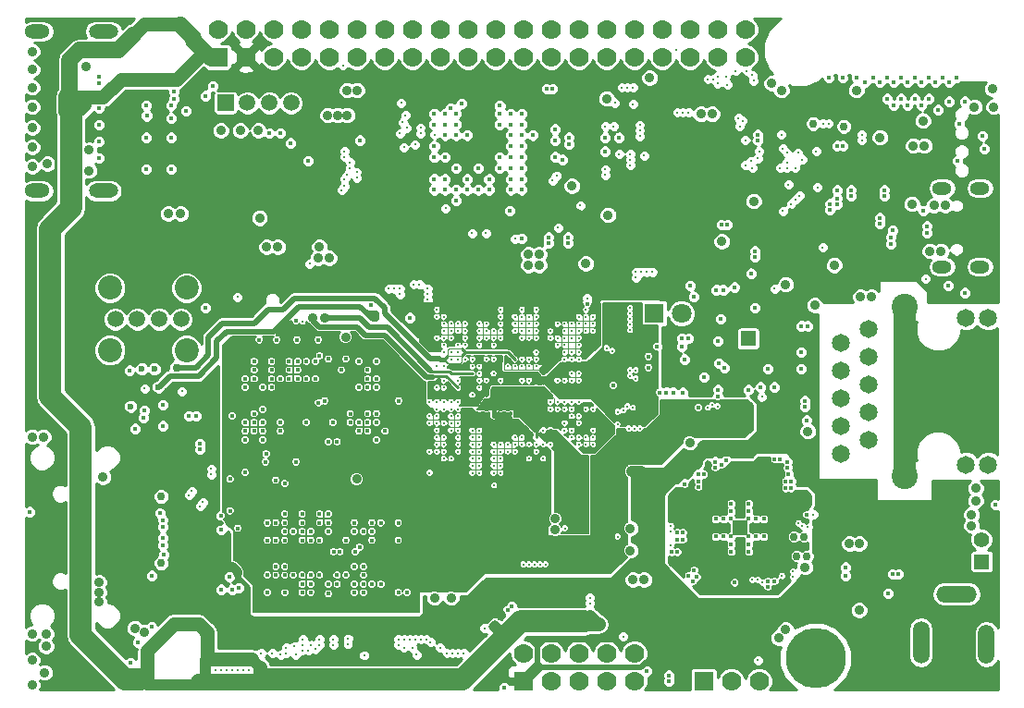
<source format=gbr>
G04 #@! TF.FileFunction,Copper,L5,Inr,Plane*
%FSLAX46Y46*%
G04 Gerber Fmt 4.6, Leading zero omitted, Abs format (unit mm)*
G04 Created by KiCad (PCBNEW 201609201018+7184~55~ubuntu14.04.1-) date Fri Sep 23 16:30:51 2016*
%MOMM*%
%LPD*%
G01*
G04 APERTURE LIST*
%ADD10C,0.100000*%
%ADD11C,5.500000*%
%ADD12O,2.700000X1.300000*%
%ADD13O,2.300000X1.300000*%
%ADD14C,2.200000*%
%ADD15C,1.500000*%
%ADD16R,1.500000X1.500000*%
%ADD17C,1.778000*%
%ADD18R,1.778000X1.778000*%
%ADD19R,1.422400X1.422400*%
%ADD20R,0.400000X0.400000*%
%ADD21R,1.400000X1.400000*%
%ADD22C,1.400000*%
%ADD23C,1.650000*%
%ADD24C,2.400000*%
%ADD25R,1.800000X1.800000*%
%ADD26C,1.800000*%
%ADD27O,1.800000X1.200000*%
%ADD28O,1.500000X3.900000*%
%ADD29O,1.500000X3.600000*%
%ADD30O,3.700000X1.500000*%
%ADD31C,0.750000*%
%ADD32C,0.900000*%
%ADD33C,0.450000*%
%ADD34C,0.406400*%
%ADD35C,0.327000*%
%ADD36C,0.600000*%
%ADD37C,2.032000*%
%ADD38C,1.270000*%
%ADD39C,1.016000*%
%ADD40C,0.762000*%
%ADD41C,1.524000*%
%ADD42C,0.508000*%
%ADD43C,0.406400*%
%ADD44C,0.106600*%
%ADD45C,0.254000*%
%ADD46C,0.127000*%
%ADD47C,0.711200*%
%ADD48C,0.203200*%
%ADD49C,1.397000*%
G04 APERTURE END LIST*
D10*
D11*
X172800000Y-96600000D03*
D12*
X107597000Y-39182000D03*
X107597000Y-53782000D03*
D13*
X101547000Y-53782000D03*
X101547000Y-39182000D03*
D14*
X115212000Y-62682000D03*
X115212000Y-68382000D03*
X108212000Y-62682000D03*
X108212000Y-68382000D03*
D15*
X108712000Y-65532000D03*
X110712000Y-65532000D03*
X112712000Y-65532000D03*
X114712000Y-65532000D03*
D16*
X118793000Y-45720000D03*
D15*
X120793000Y-45720000D03*
X122793000Y-45720000D03*
X124793000Y-45720000D03*
D17*
X166370000Y-38989000D03*
X166370000Y-41529000D03*
X163830000Y-38989000D03*
X163830000Y-41529000D03*
X161290000Y-38989000D03*
X161290000Y-41529000D03*
X158750000Y-38989000D03*
X158750000Y-41529000D03*
X156210000Y-38989000D03*
X156210000Y-41529000D03*
X146050000Y-38989000D03*
X146050000Y-41529000D03*
X143510000Y-38989000D03*
X143510000Y-41529000D03*
X148590000Y-41529000D03*
X148590000Y-38989000D03*
X151130000Y-38989000D03*
X151130000Y-41529000D03*
X153670000Y-41529000D03*
X153670000Y-38989000D03*
X128270000Y-38989000D03*
X128270000Y-41529000D03*
X125730000Y-41529000D03*
X125730000Y-38989000D03*
X123190000Y-38989000D03*
X123190000Y-41529000D03*
D18*
X118110000Y-41529000D03*
D17*
X118110000Y-38989000D03*
X120650000Y-41529000D03*
X120650000Y-38989000D03*
X130810000Y-41529000D03*
X130810000Y-38989000D03*
X133350000Y-41529000D03*
X133350000Y-38989000D03*
X135890000Y-41529000D03*
X135890000Y-38989000D03*
X138430000Y-41529000D03*
X138430000Y-38989000D03*
X140970000Y-41529000D03*
X140970000Y-38989000D03*
X156210000Y-96139000D03*
X156210000Y-98679000D03*
X153670000Y-98679000D03*
X153670000Y-96139000D03*
X151130000Y-96139000D03*
X151130000Y-98679000D03*
D18*
X146050000Y-98679000D03*
D17*
X146050000Y-96139000D03*
X148590000Y-98679000D03*
X148590000Y-96139000D03*
D18*
X162560000Y-98679000D03*
D17*
X165100000Y-98679000D03*
X167640000Y-98679000D03*
D19*
X165862000Y-84645500D03*
D20*
X168062000Y-83845500D03*
X167362000Y-83845500D03*
X166662000Y-83845500D03*
X166662000Y-83145500D03*
X166662000Y-82445500D03*
X165062000Y-82445500D03*
X165062000Y-83145500D03*
X165062000Y-83845500D03*
X164362000Y-83845500D03*
X163662000Y-83845500D03*
X163662000Y-85445500D03*
X164362000Y-85445500D03*
X165062000Y-85445500D03*
X165062000Y-86145500D03*
X165062000Y-86845500D03*
X166662000Y-86845500D03*
X166662000Y-86145500D03*
X166662000Y-85445500D03*
X167362000Y-85445500D03*
X168062000Y-85445500D03*
D21*
X187982860Y-87749380D03*
D22*
X187980320Y-85737700D03*
D23*
X177673000Y-66421000D03*
X175133000Y-67691000D03*
X177673000Y-68961000D03*
X175133000Y-70231000D03*
X177673000Y-71501000D03*
X175133000Y-72771000D03*
X177673000Y-74041000D03*
X175133000Y-75311000D03*
X177673000Y-76581000D03*
X175133000Y-77851000D03*
X186563000Y-65405000D03*
X188595000Y-65405000D03*
X186563000Y-78867000D03*
X188595000Y-78867000D03*
D24*
X180975000Y-64389000D03*
X180975000Y-79883000D03*
D25*
X157988000Y-65024000D03*
D26*
X160528000Y-65024000D03*
D19*
X166624000Y-67310000D03*
D27*
X187842000Y-60750000D03*
X184372000Y-60750000D03*
X184372000Y-53550000D03*
X187842000Y-53550000D03*
D28*
X182441000Y-95174000D03*
D29*
X188441000Y-95324000D03*
D30*
X185695000Y-90724000D03*
D31*
X170815000Y-85471000D03*
X171704000Y-85471000D03*
D32*
X178689000Y-48895000D03*
X157607000Y-43434000D03*
X105537000Y-46482000D03*
X104521000Y-46482000D03*
X170058510Y-62357000D03*
X121911591Y-56269409D03*
X106045000Y-45212000D03*
D33*
X116967000Y-45085000D03*
D32*
X152908000Y-93472000D03*
X152146000Y-92710000D03*
D33*
X143129000Y-93726000D03*
X143459200Y-93395800D03*
X116840000Y-93980000D03*
X116332000Y-93472000D03*
X179451000Y-90678000D03*
D31*
X112903000Y-87884000D03*
D32*
X101092000Y-94361000D03*
X101092000Y-96774000D03*
X102235000Y-97917000D03*
X101092000Y-99060000D03*
X110490000Y-93853000D03*
X107188000Y-89662000D03*
X107188000Y-90551000D03*
D33*
X116459000Y-76962000D03*
X116459000Y-77470000D03*
X118364000Y-83566000D03*
X132080000Y-64262000D03*
X126200000Y-71000000D03*
X123000000Y-69400000D03*
X120600000Y-76600000D03*
X132200000Y-89800000D03*
X129000000Y-89000000D03*
X125800000Y-83400000D03*
X124200000Y-90600000D03*
X159385000Y-98171000D03*
X159385000Y-98679000D03*
D32*
X101092000Y-42672000D03*
X101092000Y-41021000D03*
X106299000Y-50038000D03*
X106299000Y-51943000D03*
X101092000Y-51562000D03*
X101092000Y-49784000D03*
X101092000Y-48006000D03*
X101092000Y-46101000D03*
X101092000Y-44323000D03*
D34*
X147875000Y-75075000D03*
D33*
X174752000Y-49657000D03*
X175260000Y-49657000D03*
X161290000Y-62484000D03*
D32*
X128270000Y-59938490D03*
X127254000Y-59938490D03*
X162306000Y-46741510D03*
X163322000Y-46741510D03*
D33*
X100838000Y-83185000D03*
D32*
X128143000Y-46863000D03*
X129921000Y-46863000D03*
X129032000Y-46863000D03*
X130810000Y-44577000D03*
X129921000Y-44577000D03*
D33*
X184912000Y-62484000D03*
X148971000Y-50673000D03*
D32*
X177927000Y-63500000D03*
X176911000Y-63500000D03*
D33*
X178689000Y-56261000D03*
X154813000Y-48895000D03*
X153543000Y-50165000D03*
D32*
X153670000Y-45339000D03*
D33*
X148971000Y-48133000D03*
X148971000Y-49149000D03*
X149606000Y-50927000D03*
D32*
X153797000Y-56007000D03*
X146500000Y-59600000D03*
X146500000Y-60600000D03*
D33*
X137900000Y-46700000D03*
X138900000Y-48700000D03*
X140900000Y-48700000D03*
X143900000Y-46700000D03*
X142900000Y-53700000D03*
X144900000Y-46700000D03*
X144900000Y-47700000D03*
X144900000Y-48700000D03*
X144900000Y-49700000D03*
X144900000Y-50700000D03*
X144900000Y-51700000D03*
X144900000Y-53700000D03*
X144900000Y-52700000D03*
X139900000Y-51700000D03*
X139900000Y-53700000D03*
D32*
X127381000Y-58928000D03*
X122555000Y-58928000D03*
D33*
X137900000Y-53700000D03*
X131064000Y-49149000D03*
X123825000Y-48514000D03*
D32*
X121793000Y-48260000D03*
X120142000Y-48260000D03*
X118364000Y-48260000D03*
D33*
X122809000Y-48514000D03*
X132600000Y-76600000D03*
X125222000Y-65659000D03*
X131800000Y-71000000D03*
D35*
X138125000Y-64675000D03*
D33*
X132600000Y-69400000D03*
D35*
X145925000Y-66625000D03*
D32*
X164211000Y-58420000D03*
D33*
X158242000Y-68072000D03*
D32*
X161290000Y-76835000D03*
D33*
X166878000Y-61341000D03*
X117602000Y-44196000D03*
X124714000Y-49403000D03*
X126365000Y-51054000D03*
X172085000Y-66167000D03*
D32*
X114681000Y-55880000D03*
X113538000Y-55880000D03*
X107188000Y-91440000D03*
X129794000Y-67183000D03*
D33*
X122200000Y-76600000D03*
X123800000Y-75800000D03*
X131000000Y-69400000D03*
X128200000Y-76800000D03*
X131000000Y-75800000D03*
D32*
X182626000Y-47371000D03*
D33*
X184023000Y-46355000D03*
X182499000Y-45974000D03*
X181229000Y-45974000D03*
X179959000Y-45974000D03*
X179324000Y-45339000D03*
X180594000Y-45339000D03*
X181864000Y-45339000D03*
X183134000Y-45339000D03*
X186436000Y-45593000D03*
X185039000Y-45593000D03*
X177292000Y-43815000D03*
X178689000Y-43815000D03*
X179959000Y-43815000D03*
X181229000Y-43815000D03*
X182499000Y-43815000D03*
X183769000Y-43815000D03*
X185039000Y-43815000D03*
X179324000Y-43434000D03*
X178054000Y-43434000D03*
D32*
X167132000Y-54737000D03*
X174503225Y-60584225D03*
D33*
X144272000Y-99314000D03*
D32*
X148971000Y-84836000D03*
X137922000Y-91053480D03*
X139446000Y-91053480D03*
X101092000Y-76327000D03*
X102362000Y-94361000D03*
X102362000Y-95504000D03*
X107569000Y-80010000D03*
X111379000Y-94234000D03*
X123571000Y-58928000D03*
D33*
X154305000Y-71628000D03*
D32*
X183642000Y-55118000D03*
X184658000Y-55118000D03*
D35*
X140725000Y-67275000D03*
X138775000Y-75075000D03*
X139425000Y-75725000D03*
X152425000Y-65325000D03*
X145925000Y-74425000D03*
D33*
X107188000Y-43307000D03*
X107188000Y-50800000D03*
X107188000Y-49276000D03*
X107188000Y-47752000D03*
X107188000Y-46228000D03*
X111506000Y-51816000D03*
X111506000Y-48895000D03*
X111506000Y-45974000D03*
X113792000Y-45974000D03*
X113792000Y-51816000D03*
X113792000Y-48895000D03*
D32*
X102108000Y-76327000D03*
D33*
X119200000Y-83100000D03*
X132200000Y-84200000D03*
X130600000Y-84200000D03*
D35*
X145275000Y-74425000D03*
X143325000Y-74425000D03*
D34*
X147225000Y-75075000D03*
X146575000Y-75075000D03*
X146575000Y-74425000D03*
X147225000Y-74425000D03*
X147875000Y-74425000D03*
X143325000Y-73775000D03*
X143975000Y-73775000D03*
X144625000Y-73775000D03*
X145275000Y-73775000D03*
X145925000Y-73775000D03*
X146575000Y-73775000D03*
X147225000Y-73775000D03*
X146575000Y-73125000D03*
X145925000Y-73125000D03*
X145275000Y-73125000D03*
X144625000Y-73125000D03*
X143975000Y-73125000D03*
X142675000Y-73125000D03*
X143325000Y-73125000D03*
X147875000Y-73775000D03*
D35*
X149175000Y-74425000D03*
X148525000Y-74425000D03*
D34*
X147875000Y-72475000D03*
X147225000Y-72475000D03*
X146575000Y-72475000D03*
X145925000Y-72475000D03*
X145275000Y-72475000D03*
X144625000Y-72475000D03*
D35*
X143325000Y-72475000D03*
D34*
X143975000Y-72475000D03*
X147875000Y-73125000D03*
X147225000Y-73125000D03*
D35*
X148525000Y-72475000D03*
X147875000Y-71825000D03*
X147225000Y-71825000D03*
X146575000Y-71825000D03*
X143975000Y-71175000D03*
X143325000Y-71825000D03*
X143975000Y-71825000D03*
X144625000Y-71825000D03*
X145275000Y-71825000D03*
X145925000Y-71175000D03*
X146575000Y-71175000D03*
X145925000Y-71825000D03*
X146575000Y-69875000D03*
X145925000Y-69875000D03*
X144625000Y-69875000D03*
X145275000Y-69875000D03*
D32*
X182753000Y-49657000D03*
X169672000Y-44577000D03*
X181610000Y-54991000D03*
X187325000Y-46101000D03*
X189103000Y-46101000D03*
D33*
X171831000Y-73025000D03*
X171831000Y-73533000D03*
X167259000Y-59309000D03*
X167259000Y-59817000D03*
D32*
X155829000Y-86741000D03*
X172085000Y-75819000D03*
X155829000Y-84709000D03*
X187452000Y-81026000D03*
X187452000Y-82169000D03*
D33*
X175514000Y-89027000D03*
X175514000Y-88265000D03*
X179832000Y-88900000D03*
X180340000Y-88900000D03*
D32*
X176784000Y-92202000D03*
X148971000Y-83820000D03*
D35*
X147225000Y-75725000D03*
X148525000Y-77025000D03*
X147225000Y-76375000D03*
X147875000Y-78325000D03*
D32*
X156083000Y-89408000D03*
X157099000Y-89408000D03*
X171831000Y-88265000D03*
D35*
X149175000Y-71175000D03*
D33*
X176530000Y-43434000D03*
X173990000Y-43434000D03*
X175260000Y-43434000D03*
D32*
X176530000Y-44577000D03*
D33*
X185674000Y-43434000D03*
X184404000Y-43434000D03*
X183134000Y-43434000D03*
X181864000Y-43434000D03*
X180594000Y-43434000D03*
D32*
X188976000Y-44450000D03*
X181737000Y-49657000D03*
D33*
X178689000Y-56769000D03*
D32*
X147500000Y-59600000D03*
X147500000Y-60600000D03*
D35*
X143975000Y-65975000D03*
X142675000Y-71175000D03*
X143325000Y-70525000D03*
X142025000Y-71175000D03*
X142025000Y-73775000D03*
D33*
X128200000Y-69200000D03*
X124600000Y-69400000D03*
X121400000Y-69400000D03*
X126200000Y-75000000D03*
X122428000Y-78613000D03*
X125222000Y-78613000D03*
X129400000Y-70200000D03*
X129800000Y-69200000D03*
X128600000Y-75000000D03*
X129000000Y-76800000D03*
X130200000Y-75000000D03*
X133400000Y-75800000D03*
X124200000Y-83400000D03*
X123400000Y-84200000D03*
X122600000Y-90600000D03*
X126600000Y-90600000D03*
X128200000Y-84200000D03*
D35*
X142025000Y-75725000D03*
X137475000Y-79625000D03*
X138775000Y-78325000D03*
X142025000Y-77675000D03*
X144625000Y-77025000D03*
X143975000Y-77675000D03*
X145275000Y-77675000D03*
X145275000Y-77025000D03*
D33*
X133000000Y-84200000D03*
X131400000Y-90600000D03*
X135400000Y-90600000D03*
X133000000Y-89800000D03*
X134600000Y-84200000D03*
X130600000Y-90600000D03*
X134600000Y-90600000D03*
X130600000Y-89800000D03*
X134600000Y-85800000D03*
X132200000Y-85000000D03*
D34*
X142675000Y-73775000D03*
D35*
X148525000Y-75075000D03*
D33*
X127254000Y-67437000D03*
X125349000Y-67437000D03*
X123444000Y-67437000D03*
X121885000Y-67437000D03*
X121100000Y-67500000D03*
X128200000Y-89000000D03*
X146812000Y-86868000D03*
X121400000Y-76600000D03*
X123800000Y-76600000D03*
X129000000Y-69200000D03*
D32*
X166497000Y-73660000D03*
D35*
X143975000Y-74425000D03*
D33*
X134600000Y-85000000D03*
X133800000Y-84200000D03*
X131400000Y-84200000D03*
D35*
X142675000Y-75075000D03*
X143325000Y-75075000D03*
X143975000Y-75725000D03*
X143975000Y-76375000D03*
X143975000Y-75075000D03*
X145275000Y-75075000D03*
X145275000Y-75725000D03*
D32*
X166497000Y-74676000D03*
D35*
X141375000Y-74425000D03*
X142025000Y-74425000D03*
D33*
X119200000Y-82400000D03*
X126200000Y-70200000D03*
X127000000Y-70200000D03*
X123800000Y-69400000D03*
X122200000Y-69400000D03*
X126200000Y-75800000D03*
X133400000Y-70200000D03*
X132600000Y-70200000D03*
X131000000Y-70200000D03*
X131800000Y-69400000D03*
X128600000Y-74200000D03*
X127400000Y-76800000D03*
X130200000Y-75800000D03*
X132600000Y-75800000D03*
X131000000Y-76600000D03*
X125000000Y-83400000D03*
X123400000Y-83400000D03*
X127400000Y-85000000D03*
X123400000Y-90600000D03*
X125000000Y-90600000D03*
X135900000Y-89500000D03*
X129800000Y-85000000D03*
X133000000Y-85000000D03*
X132200000Y-90600000D03*
X135354607Y-84148773D03*
X133800000Y-90600000D03*
X133000000Y-90600000D03*
X130600000Y-89000000D03*
X129800000Y-90600000D03*
X131800000Y-76600000D03*
X119380000Y-74422000D03*
X119200000Y-80200000D03*
X119900000Y-84700000D03*
X123800000Y-75000000D03*
X126600000Y-89800000D03*
X127400000Y-68900000D03*
D32*
X130800000Y-80200000D03*
D35*
X141375000Y-76375000D03*
D32*
X107569000Y-81153000D03*
X100838000Y-81026000D03*
D33*
X118364000Y-84201000D03*
X157734000Y-99314000D03*
D32*
X149860000Y-45333490D03*
X160274000Y-44958000D03*
X161163000Y-44952490D03*
D33*
X154559000Y-55499000D03*
X153543000Y-51181000D03*
D32*
X151003000Y-55880000D03*
D33*
X130302000Y-49149000D03*
D35*
X147875000Y-69875000D03*
D32*
X163576000Y-59563000D03*
D33*
X125222000Y-58547000D03*
X143891000Y-92964000D03*
X144221200Y-92633800D03*
X186309000Y-55880000D03*
D32*
X119888000Y-88773000D03*
D35*
X144625000Y-69225000D03*
X147875000Y-70525000D03*
D31*
X142875000Y-58674000D03*
D32*
X172466000Y-44577000D03*
D33*
X180975000Y-95885000D03*
D35*
X148525000Y-69875000D03*
X145275000Y-67925000D03*
X145275000Y-67275000D03*
D32*
X156839490Y-79502000D03*
X155956000Y-79502000D03*
D33*
X146900000Y-48700000D03*
X118364000Y-84836000D03*
D31*
X112903000Y-81788000D03*
D36*
X112649000Y-71755000D03*
D33*
X132588000Y-65024000D03*
X132588000Y-65532000D03*
D35*
X137475000Y-73125000D03*
D33*
X113030000Y-85598000D03*
D35*
X140075000Y-71175000D03*
D36*
X110109000Y-73533000D03*
D32*
X127889000Y-65405000D03*
D33*
X160147000Y-86868000D03*
X159639000Y-86868000D03*
D35*
X145925000Y-69225000D03*
X141375000Y-70525000D03*
D31*
X172593000Y-47625000D03*
D36*
X111125000Y-70104000D03*
D32*
X126746000Y-65405000D03*
D35*
X140075000Y-71825000D03*
D33*
X170053000Y-81026000D03*
X170561000Y-81026000D03*
D35*
X138775000Y-73125000D03*
X116713000Y-82296000D03*
X138125000Y-69875000D03*
X141375000Y-72475000D03*
X142025000Y-71825000D03*
D33*
X135636000Y-65405000D03*
D35*
X138125000Y-71825000D03*
D33*
X119126000Y-89154000D03*
X113030000Y-86233000D03*
D35*
X138125000Y-73125000D03*
X116459000Y-82677000D03*
X138775000Y-69875000D03*
X140075000Y-73125000D03*
X140075000Y-73775000D03*
D32*
X184277000Y-59309000D03*
D31*
X171069000Y-87249000D03*
X171958000Y-87249000D03*
D32*
X183261000Y-59309000D03*
D35*
X182880000Y-61849000D03*
D33*
X179705000Y-58674000D03*
D35*
X156718000Y-75565000D03*
X172974000Y-53467000D03*
D32*
X102489000Y-51308000D03*
D31*
X114300000Y-69977000D03*
D33*
X162052000Y-80899000D03*
X162052000Y-80391000D03*
D35*
X145275000Y-69225000D03*
D33*
X174752000Y-53721000D03*
X164211000Y-56896000D03*
X164719000Y-56896000D03*
X150114000Y-58547000D03*
X150114000Y-58039000D03*
D35*
X147225000Y-68575000D03*
D33*
X164211000Y-78867000D03*
X164592000Y-78486000D03*
X176022000Y-54229000D03*
X176022000Y-53721000D03*
D35*
X142675000Y-69225000D03*
D33*
X160147000Y-85725000D03*
X160655000Y-85725000D03*
X179070000Y-53721000D03*
X179070000Y-54229000D03*
X144780000Y-55626000D03*
X169545000Y-78359000D03*
X169037000Y-78359000D03*
D35*
X142025000Y-69875000D03*
D32*
X150749000Y-80269520D03*
X149733000Y-81280000D03*
X149733000Y-80264000D03*
D35*
X149175000Y-77025000D03*
X149825000Y-77025000D03*
X148525000Y-75725000D03*
X149175000Y-76375000D03*
X150475000Y-77675000D03*
X149825000Y-77675000D03*
X149175000Y-77675000D03*
X151775000Y-78975000D03*
X151775000Y-78325000D03*
X150475000Y-78975000D03*
X151125000Y-78975000D03*
X151125000Y-78325000D03*
X150475000Y-78325000D03*
X149825000Y-78325000D03*
X149175000Y-78325000D03*
X149175000Y-78975000D03*
D32*
X150749000Y-81280000D03*
D33*
X160782000Y-80645000D03*
D32*
X163703000Y-90170000D03*
D33*
X160528000Y-81280000D03*
X160020000Y-81280000D03*
D32*
X187071000Y-84455000D03*
X187071000Y-83439000D03*
D33*
X169545000Y-78994000D03*
X169037000Y-78994000D03*
X167386000Y-78994000D03*
X167767000Y-78613000D03*
X164719000Y-79756000D03*
X164719000Y-79248000D03*
X162941000Y-79248000D03*
X162941000Y-78740000D03*
D31*
X159766000Y-83693000D03*
X160655000Y-83693000D03*
D33*
X160274000Y-88138000D03*
X160274000Y-87630000D03*
D32*
X164465000Y-89662000D03*
D31*
X171704000Y-86360000D03*
X170815000Y-86360000D03*
D32*
X171831000Y-81915000D03*
X170942000Y-81915000D03*
X175895000Y-86106000D03*
X176784000Y-86106000D03*
D33*
X171958000Y-83439000D03*
D32*
X169418000Y-94742000D03*
X170053000Y-93980000D03*
D33*
X161925000Y-89154000D03*
X161544000Y-89535000D03*
D36*
X112268000Y-70104000D03*
D33*
X116967000Y-64516000D03*
X168402000Y-90043000D03*
X168402000Y-89535000D03*
D35*
X141375000Y-69225000D03*
D32*
X156972000Y-74803000D03*
X155956000Y-74803000D03*
D35*
X144625000Y-71175000D03*
X145275000Y-71175000D03*
X147225000Y-71175000D03*
X147225000Y-69875000D03*
X147225000Y-70525000D03*
X146575000Y-70525000D03*
X145925000Y-70525000D03*
X144625000Y-70525000D03*
X145275000Y-70525000D03*
X142675000Y-72475000D03*
X143325000Y-71175000D03*
X142675000Y-71825000D03*
X177038000Y-48641000D03*
D33*
X185928000Y-47625000D03*
D35*
X129540000Y-42291000D03*
X140075000Y-68575000D03*
X167894000Y-72644000D03*
X167005000Y-89408000D03*
D33*
X144653000Y-92202000D03*
X144983200Y-91871800D03*
X162560000Y-79756000D03*
X162052000Y-79756000D03*
X174752000Y-54483000D03*
X163576000Y-79121000D03*
X163576000Y-78613000D03*
X174752000Y-54991000D03*
D32*
X151759490Y-60452000D03*
D33*
X174117000Y-55499000D03*
X174117000Y-54991000D03*
X160147000Y-85090000D03*
X160655000Y-85090000D03*
X170053000Y-80391000D03*
X170561000Y-80391000D03*
D32*
X168783000Y-43942000D03*
D33*
X170307000Y-79756000D03*
D35*
X177038000Y-49149000D03*
D33*
X185801000Y-51054000D03*
D35*
X172085000Y-84582000D03*
D33*
X148209000Y-44450000D03*
X148717000Y-44450000D03*
X148336000Y-58039000D03*
X148336000Y-58547000D03*
D31*
X175387000Y-47879000D03*
D35*
X143325000Y-69225000D03*
D33*
X170180000Y-79121000D03*
X170180000Y-78613000D03*
X169037000Y-89535000D03*
D35*
X138125000Y-67275000D03*
X136525000Y-62357000D03*
X136017000Y-62357000D03*
X138775000Y-67925000D03*
D33*
X145923000Y-58166000D03*
D35*
X146575000Y-69225000D03*
X141375000Y-69875000D03*
X133731000Y-62738000D03*
X167513000Y-96774000D03*
D33*
X157353000Y-97790000D03*
D35*
X150475000Y-75725000D03*
X148525000Y-73125000D03*
D33*
X107188000Y-43942000D03*
X113792000Y-47117000D03*
X111569500Y-46926500D03*
D35*
X140725000Y-66625000D03*
D32*
X106045000Y-42418000D03*
D35*
X163830000Y-43942000D03*
X151775000Y-65975000D03*
X157861000Y-61214000D03*
X140075000Y-65975000D03*
X152425000Y-66625000D03*
X139425000Y-67275000D03*
X150475000Y-65975000D03*
X139425000Y-65975000D03*
X164719000Y-44069000D03*
X151775000Y-66625000D03*
X139425000Y-66625000D03*
X149825000Y-65975000D03*
X156083000Y-44323000D03*
X138775000Y-65975000D03*
X163449000Y-43561000D03*
X151775000Y-65325000D03*
X138775000Y-67275000D03*
X164592000Y-43307000D03*
X150475000Y-68575000D03*
X155575000Y-44323000D03*
X151257000Y-55118000D03*
X147225000Y-67275000D03*
X163830000Y-43307000D03*
X152425000Y-65975000D03*
X166370000Y-49149000D03*
X151125000Y-67925000D03*
X140725000Y-69225000D03*
X119888000Y-63500000D03*
X134747000Y-63246000D03*
X161163000Y-46609000D03*
X151775000Y-64675000D03*
X160147000Y-46609000D03*
X151125000Y-65325000D03*
X160020000Y-40894000D03*
X148525000Y-73775000D03*
X160655000Y-46609000D03*
X151125000Y-65975000D03*
X155702000Y-75565000D03*
X167132000Y-43688000D03*
X151125000Y-67275000D03*
X165862000Y-47879000D03*
X165481000Y-42799000D03*
X149175000Y-73125000D03*
X166116000Y-47371000D03*
X149825000Y-68575000D03*
X156210000Y-75565000D03*
X167005000Y-43180000D03*
X156083000Y-45847000D03*
X149825000Y-66625000D03*
X149825000Y-75725000D03*
X166497000Y-42799000D03*
X165735000Y-47117000D03*
X150475000Y-67275000D03*
X155067000Y-44323000D03*
X154813000Y-50419000D03*
X147225000Y-66625000D03*
D33*
X115189000Y-46482000D03*
D35*
X142025000Y-65975000D03*
D33*
X114046000Y-45339000D03*
D35*
X140075000Y-66625000D03*
D33*
X115443000Y-74422000D03*
D35*
X138775000Y-71825000D03*
X111379000Y-71882000D03*
X125857000Y-65786000D03*
X138775000Y-73775000D03*
D33*
X116078000Y-74422000D03*
D35*
X138775000Y-71175000D03*
X122051034Y-96134966D03*
X150475000Y-73775000D03*
X149825000Y-73125000D03*
X120904000Y-97663000D03*
X149825000Y-73775000D03*
X120396000Y-97663000D03*
X123063000Y-96139000D03*
X148082000Y-88011000D03*
X152425000Y-76375000D03*
X150475000Y-71175000D03*
X156083000Y-73660000D03*
X119888000Y-97663000D03*
X123825000Y-96266000D03*
X155194000Y-73914000D03*
D33*
X163703000Y-62865000D03*
D35*
X151125000Y-77025000D03*
X147574000Y-88011000D03*
X125222000Y-96266000D03*
X125095000Y-95504000D03*
X150475000Y-74425000D03*
X125857000Y-95885000D03*
X162941000Y-73660000D03*
X126365000Y-95885000D03*
X163830000Y-73533000D03*
X127000000Y-95758000D03*
D33*
X162052000Y-73660000D03*
D35*
X142494000Y-93853000D03*
X156337000Y-70231000D03*
X149175000Y-67925000D03*
X139573000Y-96139000D03*
X151125000Y-70525000D03*
X131495800Y-96342200D03*
X149825000Y-67275000D03*
X139065000Y-96139000D03*
X151125000Y-68575000D03*
X138430000Y-95631000D03*
X151125000Y-66625000D03*
X136271000Y-96266000D03*
X140589000Y-96139000D03*
X154178000Y-68453000D03*
X140081000Y-96139000D03*
X153670000Y-68199000D03*
D33*
X160528000Y-68072000D03*
D35*
X137160000Y-94869000D03*
X155829000Y-70231000D03*
X136144000Y-94869000D03*
D33*
X163830000Y-72009000D03*
D35*
X135636000Y-94869000D03*
D33*
X163830000Y-72644000D03*
D35*
X135128000Y-94869000D03*
X163322000Y-73406000D03*
X150475000Y-73125000D03*
X154686000Y-85471000D03*
X134620000Y-94869000D03*
X151125000Y-69225000D03*
X134620000Y-95377000D03*
X135128000Y-95631000D03*
D33*
X160782000Y-69215000D03*
D35*
X149825000Y-67925000D03*
X136652000Y-94869000D03*
X156337000Y-70993000D03*
X151125000Y-71175000D03*
X135890000Y-95631000D03*
D33*
X157480000Y-68961000D03*
D35*
X149825000Y-69225000D03*
X137541000Y-95123000D03*
X150475000Y-69225000D03*
D33*
X157480000Y-69977000D03*
X112776000Y-83312000D03*
D35*
X152425000Y-73775000D03*
D33*
X113030000Y-83947000D03*
D35*
X151775000Y-76375000D03*
X149175000Y-73775000D03*
D33*
X113030000Y-84582000D03*
X113157000Y-87122000D03*
D35*
X154686000Y-75184000D03*
D33*
X120015000Y-90170000D03*
D35*
X149825000Y-71175000D03*
D33*
X119380000Y-90297000D03*
D35*
X151775000Y-73775000D03*
X154686000Y-74041000D03*
D33*
X118364000Y-90297000D03*
D35*
X147066000Y-88011000D03*
X151125000Y-76375000D03*
X146050000Y-88011000D03*
X149825000Y-75075000D03*
X147225000Y-64675000D03*
X124333000Y-95631000D03*
X129667000Y-50673000D03*
X146558000Y-88011000D03*
X150475000Y-76375000D03*
X124333000Y-96139000D03*
X147225000Y-65325000D03*
X129667000Y-50165000D03*
X129992889Y-94811792D03*
X145925000Y-65325000D03*
X130810000Y-52578000D03*
X125857000Y-94869000D03*
X146575000Y-65975000D03*
X130175000Y-51689000D03*
X129988170Y-95317170D03*
X145925000Y-64675000D03*
X130810000Y-52070000D03*
X125857000Y-95377000D03*
X146575000Y-65325000D03*
X130175000Y-51181000D03*
X128651000Y-94869000D03*
X129413000Y-53721000D03*
X143975000Y-65325000D03*
X145275000Y-65975000D03*
X127381000Y-94869000D03*
X129667000Y-52705000D03*
X128651000Y-95377000D03*
X129667000Y-53340000D03*
X143975000Y-64675000D03*
X145275000Y-65325000D03*
X127381000Y-95377000D03*
X129921000Y-52324000D03*
X153543000Y-52324000D03*
D33*
X188214000Y-49911000D03*
X120600000Y-71000000D03*
D35*
X139425000Y-73775000D03*
D33*
X122600000Y-84200000D03*
D35*
X141375000Y-78975000D03*
X141375000Y-78325000D03*
D33*
X128200000Y-90700000D03*
X125800000Y-90600000D03*
D35*
X149100000Y-52400000D03*
D33*
X143900000Y-50700000D03*
D35*
X142621000Y-57658000D03*
X143325000Y-67275000D03*
D33*
X182626000Y-55626000D03*
D35*
X151125000Y-75075000D03*
X172847000Y-50165000D03*
X169037000Y-62738000D03*
X169672000Y-89027000D03*
X173431200Y-58978800D03*
X138938000Y-55372000D03*
X126492000Y-60452000D03*
D33*
X114046000Y-44704000D03*
D35*
X140725000Y-65975000D03*
X169545000Y-51689000D03*
X149175000Y-65975000D03*
X155829000Y-50927000D03*
X166877994Y-51054000D03*
X169799000Y-55626000D03*
X137287000Y-62738000D03*
X167005000Y-51689000D03*
X155829000Y-70739000D03*
X150475000Y-70525000D03*
X152425000Y-77025000D03*
X152425000Y-75725000D03*
X151125000Y-74425000D03*
X159512000Y-86233000D03*
X171196000Y-84201000D03*
X134747000Y-48514000D03*
D33*
X110744000Y-95123000D03*
D35*
X170688000Y-89154000D03*
X171577000Y-84455000D03*
X142025000Y-67925000D03*
X159512000Y-84455000D03*
D33*
X179832000Y-57404000D03*
X179705000Y-58039000D03*
D35*
X159512000Y-84963000D03*
D33*
X110490000Y-75565000D03*
D35*
X134747000Y-62738000D03*
X139425000Y-68575000D03*
X152146000Y-91567000D03*
X167513000Y-89408000D03*
D33*
X188087000Y-48768000D03*
X109982000Y-70231000D03*
D35*
X134239000Y-62738000D03*
X138775000Y-68575000D03*
D33*
X110109000Y-97028000D03*
D35*
X167894000Y-89662000D03*
X155194000Y-94615000D03*
X142025000Y-70525000D03*
X151125000Y-73125000D03*
X134874000Y-45720000D03*
X145275000Y-66625000D03*
X135255000Y-46863000D03*
X143975000Y-67275000D03*
X135001000Y-47498000D03*
X143325000Y-66625000D03*
X135382000Y-48006000D03*
X142675000Y-66625000D03*
X136652000Y-48514000D03*
X145925000Y-67275000D03*
D33*
X138900000Y-53700000D03*
D35*
X136144000Y-49530000D03*
X143975000Y-66625000D03*
D33*
X138900000Y-52700000D03*
D35*
X142675000Y-65975000D03*
X135128000Y-49784000D03*
D33*
X140900000Y-53700000D03*
D35*
X137922000Y-48641000D03*
X145925000Y-65975000D03*
D33*
X141900000Y-53700000D03*
D35*
X148717000Y-52832000D03*
D33*
X143900000Y-51700000D03*
D35*
X141351000Y-57658000D03*
X142025000Y-66625000D03*
X136652000Y-48006000D03*
X145288000Y-58166000D03*
D33*
X141900000Y-51700000D03*
D35*
X114808000Y-72136000D03*
X139425000Y-73125000D03*
X167640000Y-50165000D03*
X157353000Y-61214000D03*
X155829000Y-51435000D03*
X166370004Y-51435000D03*
X148525000Y-67275000D03*
X169799000Y-49911000D03*
X157099000Y-50546000D03*
X150475000Y-66625000D03*
X170180000Y-51689000D03*
X156845000Y-61214000D03*
X155829000Y-50419000D03*
X167513000Y-50800000D03*
X148525000Y-66625000D03*
X171577000Y-50927000D03*
X155829000Y-66040000D03*
X137287000Y-63246000D03*
X170180000Y-50292000D03*
X170180000Y-51181000D03*
X137287000Y-63754000D03*
X154305000Y-47879000D03*
X149225000Y-57150000D03*
X117856000Y-97663000D03*
X143325000Y-67925000D03*
X118872000Y-97663000D03*
D33*
X153543000Y-48895000D03*
D35*
X146575000Y-66625000D03*
X153543000Y-47879000D03*
X118364000Y-97663000D03*
X147225000Y-65975000D03*
X119380000Y-97663000D03*
X154432000Y-45720000D03*
X153543000Y-51816000D03*
X146575000Y-67275000D03*
X170688000Y-88646000D03*
X172593000Y-83439000D03*
X170942000Y-51689000D03*
X156337000Y-61214000D03*
X170307000Y-53213000D03*
X156337000Y-61722000D03*
X156718000Y-47752000D03*
X138775000Y-66625000D03*
X173990000Y-47625000D03*
X170942000Y-54610000D03*
X155829000Y-65024000D03*
X171323000Y-54229000D03*
X155829000Y-64516000D03*
X156718000Y-48768000D03*
X140725000Y-67925000D03*
X169672000Y-48641000D03*
X173482000Y-47625000D03*
X156718000Y-48260000D03*
X140075000Y-67925000D03*
D33*
X130600000Y-85000000D03*
D35*
X141375000Y-79625000D03*
X142025000Y-79625000D03*
D33*
X129800000Y-85800000D03*
D35*
X143325000Y-79625000D03*
D33*
X130600000Y-88200000D03*
X129800000Y-89000000D03*
D35*
X143975000Y-79625000D03*
D33*
X134620000Y-73025000D03*
X130200000Y-74200000D03*
X132200000Y-85800000D03*
D35*
X142025000Y-78975000D03*
D33*
X131400000Y-88200000D03*
D35*
X143383000Y-80772000D03*
D33*
X131400000Y-89800000D03*
D35*
X143975000Y-78975000D03*
D33*
X120600000Y-75800000D03*
D35*
X139425000Y-78325000D03*
D33*
X122600000Y-89000000D03*
X121400000Y-75800000D03*
D35*
X141375000Y-77675000D03*
D33*
X123400000Y-89000000D03*
X131400000Y-85000000D03*
D35*
X142025000Y-78325000D03*
D33*
X123400000Y-80300000D03*
D35*
X143325000Y-77675000D03*
D33*
X128200000Y-89800000D03*
X131400000Y-89000000D03*
D35*
X143975000Y-78325000D03*
D33*
X120600000Y-79600000D03*
D35*
X147225000Y-77675000D03*
D33*
X125800000Y-89800000D03*
D35*
X137475000Y-77675000D03*
D33*
X131000000Y-75000000D03*
D35*
X138125000Y-77675000D03*
D33*
X131800000Y-75800000D03*
X121400000Y-71000000D03*
X123400000Y-85800000D03*
D35*
X138775000Y-77675000D03*
D33*
X121400000Y-70200000D03*
X124200000Y-84200000D03*
D35*
X140075000Y-77675000D03*
D33*
X123000000Y-71000000D03*
X124200000Y-85000000D03*
D35*
X141375000Y-77025000D03*
D33*
X120600000Y-75000000D03*
D35*
X143325000Y-77025000D03*
D33*
X123400000Y-88200000D03*
X122500000Y-77900000D03*
X127400000Y-89000000D03*
D35*
X144625000Y-77675000D03*
D33*
X122200000Y-75000000D03*
X125000000Y-89000000D03*
D35*
X146575000Y-78325000D03*
D33*
X122200000Y-73800000D03*
X126600000Y-89000000D03*
D35*
X147225000Y-77025000D03*
D33*
X121400000Y-75000000D03*
D35*
X147875000Y-77025000D03*
D33*
X124200000Y-88200000D03*
X131800000Y-75000000D03*
D35*
X138125000Y-77025000D03*
D33*
X132600000Y-75000000D03*
D35*
X138775000Y-77025000D03*
D33*
X126200000Y-69400000D03*
X127400000Y-83400000D03*
D35*
X140075000Y-77025000D03*
D33*
X125400000Y-70200000D03*
X126600000Y-85000000D03*
D35*
X140075000Y-76375000D03*
D33*
X125400000Y-69400000D03*
X127400000Y-84200000D03*
D35*
X142025000Y-77025000D03*
D33*
X121400000Y-74200000D03*
X125800000Y-89000000D03*
D35*
X143975000Y-77025000D03*
D33*
X122200000Y-71800000D03*
D35*
X145925000Y-77025000D03*
D33*
X124200000Y-85800000D03*
X123000000Y-71800000D03*
D35*
X145925000Y-76375000D03*
D33*
X125800000Y-85800000D03*
D35*
X151775000Y-77025000D03*
D33*
X123800000Y-71000000D03*
D35*
X138775000Y-76375000D03*
D33*
X125800000Y-85000000D03*
X124200000Y-80600000D03*
D35*
X142025000Y-76375000D03*
D33*
X129000000Y-89800000D03*
D35*
X145275000Y-76375000D03*
D33*
X123000000Y-70200000D03*
X125000000Y-85000000D03*
X122200000Y-75800000D03*
X124200000Y-89000000D03*
D35*
X146575000Y-77025000D03*
X152146000Y-91059000D03*
X149860000Y-84709000D03*
D33*
X165354000Y-89662000D03*
D35*
X147875000Y-75725000D03*
D33*
X132600000Y-71800000D03*
D35*
X137475000Y-75075000D03*
X138125000Y-75075000D03*
D33*
X131000000Y-71800000D03*
X127000000Y-69400000D03*
X128200000Y-83400000D03*
D35*
X140075000Y-75725000D03*
D33*
X127000000Y-71000000D03*
D35*
X141375000Y-75725000D03*
D33*
X128200000Y-85000000D03*
X131800000Y-71800000D03*
D35*
X137475000Y-74425000D03*
D33*
X132600000Y-71000000D03*
D35*
X138125000Y-74425000D03*
D33*
X124600000Y-71000000D03*
D35*
X139425000Y-74425000D03*
D33*
X126600000Y-85800000D03*
X124600000Y-70200000D03*
D35*
X139425000Y-75075000D03*
D33*
X125800000Y-84200000D03*
X120600000Y-71800000D03*
X122600000Y-85800000D03*
D35*
X140075000Y-75075000D03*
X138125000Y-73775000D03*
D33*
X131800000Y-70200000D03*
X125400000Y-71000000D03*
D35*
X140075000Y-74425000D03*
D33*
X127400000Y-85800000D03*
D35*
X155829000Y-66548000D03*
X171196000Y-50292000D03*
X170561000Y-54991000D03*
X155829000Y-65532000D03*
X126619000Y-95377000D03*
X155575000Y-73533000D03*
X142675000Y-67275000D03*
X142025000Y-67275000D03*
D33*
X130644024Y-86835010D03*
D35*
X143325000Y-78975000D03*
D33*
X131052024Y-86427010D03*
D35*
X143325000Y-78325000D03*
D33*
X127300000Y-73200000D03*
X128676400Y-86842600D03*
X127889000Y-73025000D03*
X129260600Y-86842600D03*
D35*
X138125000Y-76375000D03*
D33*
X132600000Y-74200000D03*
X131800000Y-74200000D03*
D35*
X138125000Y-75725000D03*
D33*
X151892000Y-64135000D03*
D35*
X149175000Y-67275000D03*
D32*
X181610000Y-69215000D03*
X184785000Y-69215000D03*
X187325000Y-69215000D03*
X188595000Y-70485000D03*
X185420000Y-70485000D03*
X182245000Y-70485000D03*
X180975000Y-71755000D03*
X184150000Y-71755000D03*
X187325000Y-71755000D03*
X188595000Y-73025000D03*
X185420000Y-73025000D03*
X182245000Y-73025000D03*
X180975000Y-74295000D03*
X184150000Y-74295000D03*
X187325000Y-74295000D03*
X188595000Y-75565000D03*
X185420000Y-75565000D03*
X182245000Y-75565000D03*
D33*
X160528000Y-67310000D03*
X162560000Y-70866000D03*
X167767000Y-71755000D03*
X164084000Y-65532000D03*
X165354000Y-62611000D03*
D32*
X172720000Y-64262000D03*
D33*
X171450000Y-70104000D03*
X166624000Y-72009000D03*
X169037000Y-71755000D03*
X164465000Y-69977000D03*
X163957000Y-69596000D03*
X163830000Y-67564000D03*
X161671000Y-63500000D03*
X167259000Y-64516000D03*
X171450000Y-68580000D03*
X171450000Y-66167000D03*
X161163000Y-67310000D03*
X189230000Y-82550000D03*
X171958000Y-74803000D03*
X186436000Y-63119000D03*
X168402000Y-70104000D03*
X164338000Y-62865000D03*
X158496000Y-72263000D03*
X160655000Y-72263000D03*
X159131000Y-72263000D03*
X159766000Y-72263000D03*
X167513000Y-49149000D03*
X167513000Y-48641000D03*
X139900000Y-47700000D03*
X150241000Y-49530000D03*
X150241000Y-48895000D03*
X143900000Y-46000000D03*
D32*
X150495000Y-53340000D03*
D33*
X139900000Y-46700000D03*
X137900000Y-47700000D03*
X139900000Y-48700000D03*
X143900000Y-47700000D03*
X142900000Y-52700000D03*
X139900000Y-54700000D03*
X140900000Y-52700000D03*
X137900000Y-52700000D03*
D35*
X147225000Y-69225000D03*
D33*
X145900000Y-53700000D03*
X145900000Y-52700000D03*
X145900000Y-51700000D03*
X145900000Y-50700000D03*
X145900000Y-49700000D03*
X145900000Y-48700000D03*
X145900000Y-47700000D03*
X145900000Y-46700000D03*
X137900000Y-49700000D03*
X138900000Y-50700000D03*
X140400000Y-45800000D03*
X138900000Y-47700000D03*
X139400000Y-46200000D03*
X138900000Y-46700000D03*
X137900000Y-50700000D03*
D35*
X117475000Y-79756000D03*
X115443000Y-81661000D03*
X117475000Y-79248000D03*
X115697000Y-81280000D03*
D33*
X183007000Y-57023000D03*
D35*
X138125000Y-65325000D03*
D33*
X183007000Y-57658000D03*
D35*
X138775000Y-65325000D03*
D33*
X112014000Y-89027000D03*
X112014000Y-93726000D03*
X111379000Y-73914000D03*
D35*
X139425000Y-69225000D03*
D33*
X113030000Y-73406000D03*
X111252000Y-74549000D03*
D35*
X140075000Y-69225000D03*
D33*
X113030000Y-75311000D03*
X161163000Y-89027000D03*
X161671000Y-88519000D03*
D35*
X162941000Y-43561000D03*
X151892000Y-63627000D03*
D37*
X104521000Y-55499000D02*
X104648000Y-55372000D01*
X104648000Y-55372000D02*
X104648000Y-46609000D01*
X104648000Y-46609000D02*
X104521000Y-46482000D01*
D38*
X121158000Y-96647000D02*
X117094000Y-96647000D01*
X117094000Y-96647000D02*
X117094000Y-94234000D01*
X117094000Y-94234000D02*
X116840000Y-93980000D01*
D39*
X116967000Y-96774000D02*
X117094000Y-96647000D01*
X117094000Y-96647000D02*
X117094000Y-96647000D01*
X121920000Y-97409000D02*
X121158000Y-96647000D01*
D38*
X121920000Y-98806000D02*
X121920000Y-97409000D01*
D39*
X105537000Y-46482000D02*
X106045000Y-45974000D01*
X106045000Y-45974000D02*
X106045000Y-45212000D01*
D40*
X104521000Y-46482000D02*
X105537000Y-46482000D01*
D38*
X104521000Y-45212000D02*
X106045000Y-45212000D01*
D37*
X105537000Y-75438000D02*
X102743000Y-72644000D01*
X104521000Y-46482000D02*
X104521000Y-45212000D01*
X102743000Y-72644000D02*
X102743000Y-57277000D01*
X102743000Y-57277000D02*
X104521000Y-55499000D01*
D41*
X104521000Y-41783000D02*
X104521000Y-45212000D01*
X105410000Y-40894000D02*
X104521000Y-41783000D01*
X106045000Y-40894000D02*
X105410000Y-40894000D01*
X108966000Y-40894000D02*
X106045000Y-40894000D01*
X110363000Y-39497000D02*
X108966000Y-40894000D01*
D38*
X107569000Y-45212000D02*
X106045000Y-45212000D01*
X109220000Y-43561000D02*
X107569000Y-45212000D01*
X111379000Y-38481000D02*
X110363000Y-39497000D01*
X114300000Y-43561000D02*
X109220000Y-43561000D01*
X116840000Y-41021000D02*
X114300000Y-43561000D01*
D41*
X117348000Y-41529000D02*
X116840000Y-41021000D01*
X118110000Y-41529000D02*
X117348000Y-41529000D01*
D37*
X109601000Y-98552000D02*
X105537000Y-94488000D01*
X105537000Y-94488000D02*
X105537000Y-75438000D01*
D38*
X152908000Y-93472000D02*
X151892000Y-93472000D01*
X151892000Y-93472000D02*
X151638000Y-93218000D01*
D37*
X151638000Y-93218000D02*
X145796000Y-93218000D01*
D39*
X151638000Y-93218000D02*
X152146000Y-92710000D01*
X152146000Y-92710000D02*
X152908000Y-93472000D01*
D37*
X110998000Y-98552000D02*
X109601000Y-98552000D01*
D42*
X143129000Y-93726000D02*
X143878300Y-94475300D01*
X143878300Y-94475300D02*
X144538700Y-94475300D01*
X143459200Y-93395800D02*
X144538700Y-94475300D01*
D39*
X111633000Y-98552000D02*
X110998000Y-98552000D01*
D38*
X116332000Y-93472000D02*
X114046000Y-93472000D01*
X114046000Y-93472000D02*
X111633000Y-95885000D01*
D39*
X116078000Y-99060000D02*
X111633000Y-99060000D01*
X111633000Y-99060000D02*
X111633000Y-98552000D01*
D38*
X111633000Y-98552000D02*
X111633000Y-95885000D01*
D37*
X145796000Y-93218000D02*
X144538700Y-94475300D01*
X144538700Y-94475300D02*
X140462000Y-98552000D01*
D43*
X143459200Y-93395800D02*
X143459200Y-93421200D01*
D42*
X143459200Y-93395800D02*
X143129000Y-93726000D01*
D41*
X122174000Y-98552000D02*
X121920000Y-98806000D01*
X121920000Y-98806000D02*
X116967000Y-98806000D01*
X116967000Y-98806000D02*
X116332000Y-98806000D01*
D39*
X116332000Y-98806000D02*
X116078000Y-99060000D01*
D37*
X140462000Y-98552000D02*
X122174000Y-98552000D01*
X122174000Y-98552000D02*
X122301000Y-98552000D01*
D38*
X116840000Y-93980000D02*
X116967000Y-94107000D01*
D39*
X116967000Y-96774000D02*
X116967000Y-98806000D01*
X116967000Y-98806000D02*
X116967000Y-98425000D01*
X116967000Y-98425000D02*
X116967000Y-98806000D01*
D38*
X116840000Y-93980000D02*
X116332000Y-93472000D01*
D41*
X116840000Y-41021000D02*
X115824000Y-40005000D01*
X115824000Y-39751000D02*
X114681000Y-38608000D01*
X115824000Y-40005000D02*
X115824000Y-39751000D01*
D38*
X114681000Y-38608000D02*
X114554000Y-38481000D01*
X111887000Y-38481000D02*
X111379000Y-38481000D01*
X114554000Y-38481000D02*
X111887000Y-38481000D01*
D42*
X147225000Y-75725000D02*
X146575000Y-75075000D01*
D43*
X143325000Y-74425000D02*
X143325000Y-73775000D01*
D44*
X150150000Y-73450000D02*
X150150000Y-74100000D01*
X151450000Y-76700000D02*
X151450000Y-77350000D01*
X152100000Y-77350000D02*
X152100000Y-73450000D01*
X151450000Y-76700000D02*
X151450000Y-73450000D01*
X150800000Y-76050000D02*
X150800000Y-73450000D01*
X151450000Y-77350000D02*
X152100000Y-77350000D01*
X152100000Y-77350000D02*
X152750000Y-77350000D01*
X150800000Y-76050000D02*
X150800000Y-76700000D01*
X150800000Y-76700000D02*
X151450000Y-76700000D01*
X151450000Y-76700000D02*
X153075000Y-76700000D01*
X150150000Y-75400000D02*
X150150000Y-76050000D01*
X150150000Y-76050000D02*
X150800000Y-76050000D01*
X150800000Y-76050000D02*
X153400000Y-76050000D01*
X148850000Y-73450000D02*
X148850000Y-74100000D01*
X148525000Y-72475000D02*
X148850000Y-72800000D01*
X148850000Y-72800000D02*
X148850000Y-73450000D01*
X149500000Y-73450000D02*
X148850000Y-73450000D01*
X148850000Y-73450000D02*
X148200000Y-73450000D01*
X149500000Y-74100000D02*
X150150000Y-74100000D01*
X150150000Y-74100000D02*
X152425000Y-74100000D01*
X149500000Y-74750000D02*
X149500000Y-74100000D01*
X149500000Y-74100000D02*
X149500000Y-73450000D01*
X149500000Y-73450000D02*
X150150000Y-73450000D01*
X150150000Y-73450000D02*
X150800000Y-73450000D01*
X150800000Y-73450000D02*
X151450000Y-73450000D01*
X151450000Y-73450000D02*
X152100000Y-73450000D01*
X152100000Y-73450000D02*
X152425000Y-73450000D01*
X149175000Y-74750000D02*
X149500000Y-74750000D01*
X149500000Y-74750000D02*
X153075000Y-74750000D01*
X149175000Y-74425000D02*
X149175000Y-74750000D01*
X149175000Y-74750000D02*
X149175000Y-75400000D01*
X149175000Y-75400000D02*
X150150000Y-75400000D01*
X150150000Y-75400000D02*
X153400000Y-75400000D01*
D45*
X147225000Y-75725000D02*
X147550000Y-75400000D01*
X145275000Y-74425000D02*
X145275000Y-73775000D01*
X145275000Y-74425000D02*
X145925000Y-74425000D01*
X147225000Y-75725000D02*
X147225000Y-75075000D01*
X147225000Y-76375000D02*
X147225000Y-75725000D01*
X121100000Y-67500000D02*
X121100000Y-68300000D01*
X121100000Y-68300000D02*
X122200000Y-69400000D01*
D46*
X122600000Y-71400000D02*
X122600000Y-72200000D01*
X122600000Y-71400000D02*
X120200000Y-71400000D01*
X121000000Y-71500000D02*
X121000000Y-70600000D01*
X123400000Y-71300000D02*
X123400000Y-69800000D01*
X123400000Y-69800000D02*
X123800000Y-69400000D01*
X124200000Y-71400000D02*
X124200000Y-69800000D01*
X124200000Y-69800000D02*
X123800000Y-69400000D01*
X125000000Y-71400000D02*
X125000000Y-69000000D01*
X125800000Y-71400000D02*
X125800000Y-69200000D01*
X126600000Y-69800000D02*
X126600000Y-71400000D01*
X126600000Y-69800000D02*
X126600000Y-69200000D01*
X132200000Y-69800000D02*
X126600000Y-69800000D01*
X126600000Y-69800000D02*
X120700000Y-69800000D01*
X132200000Y-70600000D02*
X121000000Y-70600000D01*
X121000000Y-70600000D02*
X120100000Y-70600000D01*
X132200000Y-71400000D02*
X126600000Y-71400000D01*
X126600000Y-71400000D02*
X125800000Y-71400000D01*
X125800000Y-71400000D02*
X125000000Y-71400000D01*
X125000000Y-71400000D02*
X124200000Y-71400000D01*
X124200000Y-71400000D02*
X122600000Y-71400000D01*
X132200000Y-71400000D02*
X132900000Y-71400000D01*
X121000000Y-74600000D02*
X121000000Y-76200000D01*
X121400000Y-76600000D02*
X121800000Y-76200000D01*
X121800000Y-76200000D02*
X121800000Y-74600000D01*
X128600000Y-75400000D02*
X128600000Y-77000000D01*
X131400000Y-76200000D02*
X121000000Y-76200000D01*
X121000000Y-76200000D02*
X120200000Y-76200000D01*
X132200000Y-74600000D02*
X121800000Y-74600000D01*
X121800000Y-74600000D02*
X121000000Y-74600000D01*
X121000000Y-74600000D02*
X120300000Y-74600000D01*
X132200000Y-74600000D02*
X132800000Y-74600000D01*
X130600000Y-75400000D02*
X130600000Y-74600000D01*
X132200000Y-75400000D02*
X130600000Y-75400000D01*
X130600000Y-75400000D02*
X128600000Y-75400000D01*
X128600000Y-75400000D02*
X120300000Y-75400000D01*
X131800000Y-76600000D02*
X131400000Y-76200000D01*
X131400000Y-76200000D02*
X131400000Y-68700000D01*
X132600000Y-75800000D02*
X132200000Y-75400000D01*
X132200000Y-75400000D02*
X132200000Y-74600000D01*
X132200000Y-74600000D02*
X132200000Y-71400000D01*
X132200000Y-71400000D02*
X132200000Y-70600000D01*
X132200000Y-70600000D02*
X132200000Y-69800000D01*
X132200000Y-69800000D02*
X132200000Y-68700000D01*
X123000000Y-83800000D02*
X132400000Y-83800000D01*
X123800000Y-88600000D02*
X123800000Y-90200000D01*
X123800000Y-88600000D02*
X123800000Y-82900000D01*
X123800000Y-82900000D02*
X124600000Y-82900000D01*
X124600000Y-82900000D02*
X124600000Y-90200000D01*
X131800000Y-85400000D02*
X131800000Y-84600000D01*
X131000000Y-85400000D02*
X131000000Y-84600000D01*
X133000000Y-85000000D02*
X132600000Y-85400000D01*
X132600000Y-85400000D02*
X131800000Y-85400000D01*
X131800000Y-85400000D02*
X131000000Y-85400000D01*
X131000000Y-85400000D02*
X123000000Y-85400000D01*
X132600000Y-84600000D02*
X131800000Y-84600000D01*
X131800000Y-84600000D02*
X131000000Y-84600000D01*
X131000000Y-84600000D02*
X123000000Y-84600000D01*
X133000000Y-85000000D02*
X132600000Y-84600000D01*
X132600000Y-84600000D02*
X132600000Y-83700000D01*
X123000000Y-88600000D02*
X123800000Y-88600000D01*
X123800000Y-88600000D02*
X125400000Y-88600000D01*
X131000000Y-88600000D02*
X131900000Y-88600000D01*
X125400000Y-89400000D02*
X132600000Y-89400000D01*
X132600000Y-90200000D02*
X133000000Y-90600000D01*
X132600000Y-90000000D02*
X132600000Y-90200000D01*
X132600000Y-89400000D02*
X132600000Y-90000000D01*
X131800000Y-89400000D02*
X131800000Y-90200000D01*
X131000000Y-90200000D02*
X131000000Y-88600000D01*
X131000000Y-88600000D02*
X131000000Y-87800000D01*
X131000000Y-90200000D02*
X131000000Y-91000000D01*
X129400000Y-90200000D02*
X129400000Y-88600000D01*
X128600000Y-90200000D02*
X128600000Y-89400000D01*
X128600000Y-89400000D02*
X128200000Y-89000000D01*
X127800000Y-90200000D02*
X127800000Y-82800000D01*
X127000000Y-90200000D02*
X127000000Y-82900000D01*
X126200000Y-90200000D02*
X126200000Y-91000000D01*
X126200000Y-90200000D02*
X126200000Y-83000000D01*
X125400000Y-90200000D02*
X125400000Y-89400000D01*
X125400000Y-89400000D02*
X125400000Y-88600000D01*
X125400000Y-88600000D02*
X125400000Y-84500000D01*
X132200000Y-90600000D02*
X131800000Y-90200000D01*
X123000000Y-90200000D02*
X123000000Y-88600000D01*
X123000000Y-88600000D02*
X123000000Y-85400000D01*
X123000000Y-85400000D02*
X123000000Y-84600000D01*
X123000000Y-84600000D02*
X123000000Y-83800000D01*
X123000000Y-83800000D02*
X123000000Y-83100000D01*
X131800000Y-90200000D02*
X131000000Y-90200000D01*
X131000000Y-90200000D02*
X129400000Y-90200000D01*
X129400000Y-90200000D02*
X128600000Y-90200000D01*
X128600000Y-90200000D02*
X127800000Y-90200000D01*
X127800000Y-90200000D02*
X127000000Y-90200000D01*
X127000000Y-90200000D02*
X126200000Y-90200000D01*
X126200000Y-90200000D02*
X125400000Y-90200000D01*
X125400000Y-90200000D02*
X124600000Y-90200000D01*
X124600000Y-90200000D02*
X123800000Y-90200000D01*
X123800000Y-90200000D02*
X123000000Y-90200000D01*
D44*
X139100000Y-74750000D02*
X139100000Y-75400000D01*
X137800000Y-74100000D02*
X137800000Y-78325000D01*
X139100000Y-78000000D02*
X139100000Y-78650000D01*
X144300000Y-79300000D02*
X141050000Y-79300000D01*
X144300000Y-78650000D02*
X141050000Y-78650000D01*
X146250000Y-76700000D02*
X144950000Y-76700000D01*
X146900000Y-77350000D02*
X147550000Y-77350000D01*
D43*
X146812000Y-86868000D02*
X146685000Y-86868000D01*
D37*
X160274000Y-75057000D02*
X157734000Y-77597000D01*
D44*
X139750000Y-76050000D02*
X137475000Y-76050000D01*
X139750000Y-76050000D02*
X146250000Y-76050000D01*
X146250000Y-76050000D02*
X146250000Y-76700000D01*
X139750000Y-76050000D02*
X139750000Y-76700000D01*
X142350000Y-77350000D02*
X145600000Y-77350000D01*
X142350000Y-78000000D02*
X144950000Y-78000000D01*
X138450000Y-78000000D02*
X139100000Y-78000000D01*
X139100000Y-78000000D02*
X142350000Y-78000000D01*
X142350000Y-78000000D02*
X142675000Y-78000000D01*
X138450000Y-77350000D02*
X142350000Y-77350000D01*
X138450000Y-77350000D02*
X137150000Y-77350000D01*
X140725000Y-76700000D02*
X142350000Y-76700000D01*
X139750000Y-76700000D02*
X140725000Y-76700000D01*
X139750000Y-76700000D02*
X137150000Y-76700000D01*
D39*
X166497000Y-74676000D02*
X166497000Y-73660000D01*
D44*
X144300000Y-76700000D02*
X144950000Y-76700000D01*
X144950000Y-76700000D02*
X144950000Y-78000000D01*
X144950000Y-78000000D02*
X144950000Y-78975000D01*
X144300000Y-75400000D02*
X144300000Y-76700000D01*
X144300000Y-76700000D02*
X144300000Y-78650000D01*
X144300000Y-78650000D02*
X144300000Y-79300000D01*
X144300000Y-79300000D02*
X144300000Y-79950000D01*
X143650000Y-75400000D02*
X143650000Y-79950000D01*
X141700000Y-75400000D02*
X143650000Y-75400000D01*
X143650000Y-75400000D02*
X144300000Y-75400000D01*
X144300000Y-75400000D02*
X145600000Y-75400000D01*
X145600000Y-75400000D02*
X145600000Y-75725000D01*
X139750000Y-74100000D02*
X139750000Y-76050000D01*
X139750000Y-76700000D02*
X139750000Y-79300000D01*
X139750000Y-74100000D02*
X138450000Y-74100000D01*
X138775000Y-74750000D02*
X138775000Y-74425000D01*
X138450000Y-74100000D02*
X138450000Y-77350000D01*
X138450000Y-77350000D02*
X138450000Y-78000000D01*
X138450000Y-78000000D02*
X138450000Y-78975000D01*
X141375000Y-74425000D02*
X141050000Y-74100000D01*
X141050000Y-74100000D02*
X139750000Y-74100000D01*
X138450000Y-74100000D02*
X137800000Y-74100000D01*
X137800000Y-74100000D02*
X137150000Y-74100000D01*
X141700000Y-74750000D02*
X139100000Y-74750000D01*
X139100000Y-74750000D02*
X138775000Y-74750000D01*
X138775000Y-74750000D02*
X136825000Y-74750000D01*
X141700000Y-75400000D02*
X139100000Y-75400000D01*
X139100000Y-75400000D02*
X136825000Y-75400000D01*
X141375000Y-74425000D02*
X141700000Y-74750000D01*
X141700000Y-74750000D02*
X141700000Y-75400000D01*
X141700000Y-75400000D02*
X141700000Y-80275000D01*
X145600000Y-75725000D02*
X145600000Y-77350000D01*
X145600000Y-77350000D02*
X145600000Y-80275000D01*
X146250000Y-76700000D02*
X146900000Y-76700000D01*
X146900000Y-76700000D02*
X146900000Y-77350000D01*
X146900000Y-77350000D02*
X146900000Y-78975000D01*
X145275000Y-75725000D02*
X145600000Y-75725000D01*
X145600000Y-75725000D02*
X146250000Y-75725000D01*
X146250000Y-75725000D02*
X146250000Y-76050000D01*
X146250000Y-76700000D02*
X146250000Y-78975000D01*
D39*
X161925000Y-75057000D02*
X160274000Y-75057000D01*
X165989000Y-74676000D02*
X162306000Y-74676000D01*
X162306000Y-74676000D02*
X161925000Y-75057000D01*
X166497000Y-74676000D02*
X165989000Y-74676000D01*
D45*
X100838000Y-81026000D02*
X102108000Y-79756000D01*
X102108000Y-79756000D02*
X102743000Y-79756000D01*
X102743000Y-79756000D02*
X103505000Y-78994000D01*
X103505000Y-78994000D02*
X103505000Y-75946000D01*
X103505000Y-75946000D02*
X100838000Y-73279000D01*
X100838000Y-73279000D02*
X100838000Y-56896000D01*
X100838000Y-56896000D02*
X103251000Y-54483000D01*
X103251000Y-54483000D02*
X103251000Y-50038000D01*
X103251000Y-50038000D02*
X102743000Y-49530000D01*
D42*
X118364000Y-84201000D02*
X117221000Y-84201000D01*
X117221000Y-84201000D02*
X116459000Y-84963000D01*
D40*
X109728000Y-86614000D02*
X107569000Y-84455000D01*
X100838000Y-82042000D02*
X100838000Y-81026000D01*
X107569000Y-84455000D02*
X107569000Y-81153000D01*
X119888000Y-88646000D02*
X119380000Y-88138000D01*
X119888000Y-88773000D02*
X119888000Y-88646000D01*
X114935000Y-88138000D02*
X112776000Y-90297000D01*
X119380000Y-88138000D02*
X114935000Y-88138000D01*
X112776000Y-90297000D02*
X110744000Y-90297000D01*
X109728000Y-89281000D02*
X109728000Y-86614000D01*
X110744000Y-90297000D02*
X109728000Y-89281000D01*
X144400000Y-63900000D02*
X144400000Y-61722000D01*
X144400000Y-61722000D02*
X142875000Y-60197000D01*
X142875000Y-60197000D02*
X142875000Y-58674000D01*
D44*
X139100000Y-67600000D02*
X139100000Y-65650000D01*
X139100000Y-65650000D02*
X138450000Y-65650000D01*
X138450000Y-65650000D02*
X138450000Y-65000000D01*
X138450000Y-65000000D02*
X137800000Y-65000000D01*
X139750000Y-67600000D02*
X139750000Y-65650000D01*
X140400000Y-67600000D02*
X140400000Y-65650000D01*
D45*
X147875000Y-70525000D02*
X147875000Y-69875000D01*
X147875000Y-70525000D02*
X147550000Y-70200000D01*
D44*
X146900000Y-70200000D02*
X147550000Y-70200000D01*
D45*
X147550000Y-70200000D02*
X147875000Y-69875000D01*
D44*
X146900000Y-69550000D02*
X146900000Y-68900000D01*
X146900000Y-68900000D02*
X147550000Y-68900000D01*
X142350000Y-65650000D02*
X152750000Y-65650000D01*
X143000000Y-68250000D02*
X143000000Y-65325000D01*
X142350000Y-68250000D02*
X142350000Y-65650000D01*
X142350000Y-65650000D02*
X142350000Y-65325000D01*
X143650000Y-67600000D02*
X143650000Y-68250000D01*
X143650000Y-68250000D02*
X143000000Y-68250000D01*
X143000000Y-68250000D02*
X142350000Y-68250000D01*
X142350000Y-68250000D02*
X141375000Y-68250000D01*
D42*
X144221200Y-92633800D02*
X143510000Y-91922600D01*
X143510000Y-91922600D02*
X143510000Y-91567000D01*
X147320000Y-95250000D02*
X147701000Y-94869000D01*
D45*
X144221200Y-92633800D02*
X143891000Y-92964000D01*
D42*
X147701000Y-94869000D02*
X154305000Y-94869000D01*
X156743399Y-97408999D02*
X156845001Y-97408999D01*
X147320000Y-97409016D02*
X156743399Y-97408999D01*
X157353000Y-96901000D02*
X158115000Y-96901000D01*
X156845001Y-97408999D02*
X157353000Y-96901000D01*
X147320000Y-97409016D02*
X147320000Y-95250000D01*
X147319984Y-97409016D02*
X147320000Y-97409016D01*
D39*
X146050000Y-98679000D02*
X147319984Y-97409016D01*
D44*
X152100000Y-67600000D02*
X146900000Y-67600000D01*
X146900000Y-67600000D02*
X146900000Y-64025000D01*
X152100000Y-67600000D02*
X152100000Y-65000000D01*
X152100000Y-68250000D02*
X147875000Y-68250000D01*
X144625000Y-66300000D02*
X138450000Y-66300000D01*
X138450000Y-66300000D02*
X138125000Y-65975000D01*
X144625000Y-66950000D02*
X137800000Y-66950000D01*
X143650000Y-67600000D02*
X143650000Y-66300000D01*
X145275000Y-67925000D02*
X143975000Y-67925000D01*
X143975000Y-67925000D02*
X143650000Y-67600000D01*
X143650000Y-67600000D02*
X140400000Y-67600000D01*
X140400000Y-67600000D02*
X139750000Y-67600000D01*
X139750000Y-67600000D02*
X139100000Y-67600000D01*
X139100000Y-67600000D02*
X137800000Y-67600000D01*
X144625000Y-66950000D02*
X152750000Y-66950000D01*
X144625000Y-66300000D02*
X152750000Y-66300000D01*
X151775000Y-68900000D02*
X152100000Y-68575000D01*
X152100000Y-68575000D02*
X152100000Y-68250000D01*
X152100000Y-68250000D02*
X152100000Y-67600000D01*
X151450000Y-68900000D02*
X151450000Y-65000000D01*
X150800000Y-68900000D02*
X150800000Y-65000000D01*
X150150000Y-68900000D02*
X150150000Y-65000000D01*
X149500000Y-68900000D02*
X149500000Y-65325000D01*
X148850000Y-68900000D02*
X148850000Y-65325000D01*
X148525000Y-69225000D02*
X148850000Y-68900000D01*
X148850000Y-68900000D02*
X149500000Y-68900000D01*
X149500000Y-68900000D02*
X150150000Y-68900000D01*
X150150000Y-68900000D02*
X150800000Y-68900000D01*
X150800000Y-68900000D02*
X151450000Y-68900000D01*
X151450000Y-68900000D02*
X151775000Y-68900000D01*
X146250000Y-67925000D02*
X146900000Y-67925000D01*
X146900000Y-67925000D02*
X146900000Y-67600000D01*
X145275000Y-67925000D02*
X146250000Y-67925000D01*
X146250000Y-67925000D02*
X146250000Y-64025000D01*
X145275000Y-67275000D02*
X145600000Y-66950000D01*
X145600000Y-66950000D02*
X145600000Y-64350000D01*
X144950000Y-70200000D02*
X144300000Y-70200000D01*
X144300000Y-70200000D02*
X144300000Y-69550000D01*
X144300000Y-69550000D02*
X144625000Y-69225000D01*
X145600000Y-70200000D02*
X144950000Y-70200000D01*
X144950000Y-70200000D02*
X144950000Y-69550000D01*
X146250000Y-70200000D02*
X146900000Y-70200000D01*
X146900000Y-70200000D02*
X146900000Y-69550000D01*
X145600000Y-69550000D02*
X145600000Y-70200000D01*
X145600000Y-70200000D02*
X146250000Y-70200000D01*
X146250000Y-70200000D02*
X146250000Y-69550000D01*
D45*
X148525000Y-69875000D02*
X148525000Y-69225000D01*
X148200000Y-70200000D02*
X148525000Y-69875000D01*
X147875000Y-70525000D02*
X148200000Y-70200000D01*
D44*
X145600000Y-69550000D02*
X145600000Y-68900000D01*
X146250000Y-69550000D02*
X146250000Y-68900000D01*
X144625000Y-69225000D02*
X144950000Y-69550000D01*
X144950000Y-69550000D02*
X145600000Y-69550000D01*
X145600000Y-69550000D02*
X146250000Y-69550000D01*
X146250000Y-69550000D02*
X146900000Y-69550000D01*
X146900000Y-69550000D02*
X147550000Y-69550000D01*
D47*
X144625000Y-64675000D02*
X144625000Y-64125000D01*
D40*
X144625000Y-64125000D02*
X144400000Y-63900000D01*
D47*
X144625000Y-67275000D02*
X144625000Y-66950000D01*
X144625000Y-66950000D02*
X144625000Y-66300000D01*
X144625000Y-66300000D02*
X144625000Y-64675000D01*
D45*
X145275000Y-67925000D02*
X144625000Y-67275000D01*
D39*
X159131000Y-80010000D02*
X159639000Y-79502000D01*
X159639000Y-79502000D02*
X160528000Y-79502000D01*
X160528000Y-79502000D02*
X162687000Y-77343000D01*
D40*
X157353000Y-80010000D02*
X159131000Y-80010000D01*
X156845000Y-79502000D02*
X157353000Y-80010000D01*
X156839490Y-79502000D02*
X156845000Y-79502000D01*
D39*
X155956000Y-79502000D02*
X156839490Y-79502000D01*
D41*
X166878000Y-77343000D02*
X168656000Y-75565000D01*
X162687000Y-77343000D02*
X166878000Y-77343000D01*
D42*
X132588000Y-65024000D02*
X131761802Y-65024000D01*
X132588000Y-65532000D02*
X132588000Y-65024000D01*
X112649000Y-71755000D02*
X112678001Y-71755000D01*
X112678001Y-71755000D02*
X113694001Y-70739000D01*
X113694001Y-70739000D02*
X116341039Y-70739000D01*
X116341039Y-70739000D02*
X117983000Y-69097039D01*
X117983000Y-69097039D02*
X117983000Y-67564000D01*
X117983000Y-67564000D02*
X118872000Y-66675000D01*
X123190000Y-66675000D02*
X125476000Y-64389000D01*
X118872000Y-66675000D02*
X123190000Y-66675000D01*
X125476000Y-64389000D02*
X131126802Y-64389000D01*
X131126802Y-64389000D02*
X131761802Y-65024000D01*
X131761802Y-65024000D02*
X132269802Y-65532000D01*
X132269802Y-65532000D02*
X132588000Y-65532000D01*
X127889000Y-65405000D02*
X128905000Y-65405000D01*
X128905000Y-65405000D02*
X131064000Y-65405000D01*
X131064000Y-65405000D02*
X131953000Y-66294000D01*
X131953000Y-66294000D02*
X133604000Y-66294000D01*
X133604000Y-66294000D02*
X137541000Y-70231000D01*
D45*
X138303000Y-70358000D02*
X137668000Y-70358000D01*
X137668000Y-70358000D02*
X137541000Y-70231000D01*
X139446000Y-70525000D02*
X139279000Y-70358000D01*
X139279000Y-70358000D02*
X138303000Y-70358000D01*
X141375000Y-70525000D02*
X139446000Y-70525000D01*
X139446000Y-70525000D02*
X139567000Y-70525000D01*
X138303000Y-70739000D02*
X137922000Y-70739000D01*
X137922000Y-70739000D02*
X137795000Y-70866000D01*
D42*
X133356000Y-67056000D02*
X137166000Y-70866000D01*
X137166000Y-70866000D02*
X137795000Y-70866000D01*
D45*
X140075000Y-71825000D02*
X138989000Y-70739000D01*
X138989000Y-70739000D02*
X138303000Y-70739000D01*
D42*
X127381000Y-66294000D02*
X126746000Y-65659000D01*
X126746000Y-65659000D02*
X126746000Y-65405000D01*
X133356000Y-67056000D02*
X131572000Y-67056000D01*
X131572000Y-67056000D02*
X130810000Y-66294000D01*
X130810000Y-66294000D02*
X127381000Y-66294000D01*
X138400000Y-69175000D02*
X137501000Y-69175000D01*
X137501000Y-69175000D02*
X133350000Y-65024000D01*
X133350000Y-64516000D02*
X132461000Y-63627000D01*
X132461000Y-63627000D02*
X125095000Y-63627000D01*
X133350000Y-65024000D02*
X133350000Y-64516000D01*
X117221000Y-68834000D02*
X116078000Y-69977000D01*
X125095000Y-63627000D02*
X124079000Y-64643000D01*
X124079000Y-64643000D02*
X122682000Y-64643000D01*
X122682000Y-64643000D02*
X121412000Y-65913000D01*
X117221000Y-67183000D02*
X117221000Y-68834000D01*
X121412000Y-65913000D02*
X118491000Y-65913000D01*
X118491000Y-65913000D02*
X117221000Y-67183000D01*
X116078000Y-69977000D02*
X114300000Y-69977000D01*
D44*
X139225000Y-68250000D02*
X139100000Y-68375000D01*
X139100000Y-68375000D02*
X139100000Y-68900000D01*
X140400000Y-68900000D02*
X140400000Y-69425000D01*
X140400000Y-69425000D02*
X140275000Y-69550000D01*
X140275000Y-69550000D02*
X139100000Y-69550000D01*
D48*
X139100000Y-69550000D02*
X138775000Y-69225000D01*
D44*
X140400000Y-68900000D02*
X139100000Y-68900000D01*
D45*
X139100000Y-68900000D02*
X138775000Y-69225000D01*
X140725000Y-68575000D02*
X140400000Y-68900000D01*
D43*
X138400000Y-69175000D02*
X138450000Y-69225000D01*
X138450000Y-69225000D02*
X138775000Y-69225000D01*
D45*
X140723000Y-68573000D02*
X140723000Y-68575000D01*
D44*
X139225000Y-68250000D02*
X140400000Y-68250000D01*
D45*
X145275000Y-69225000D02*
X144625000Y-68575000D01*
X144625000Y-68575000D02*
X143975000Y-68575000D01*
X140725000Y-68575000D02*
X140723000Y-68575000D01*
X140723000Y-68575000D02*
X143975000Y-68575000D01*
X140400000Y-68250000D02*
X140725000Y-68575000D01*
D43*
X148525000Y-75725000D02*
X149175000Y-76375000D01*
D39*
X163957000Y-90170000D02*
X163703000Y-90170000D01*
X164465000Y-89662000D02*
X163957000Y-90170000D01*
D42*
X160528000Y-81280000D02*
X161036000Y-81788000D01*
X161036000Y-81788000D02*
X162306000Y-81788000D01*
X160020000Y-81280000D02*
X160528000Y-81280000D01*
D39*
X170942000Y-81915000D02*
X170370500Y-82486500D01*
D37*
X170370500Y-82486500D02*
X169735500Y-83121500D01*
D42*
X169037000Y-78994000D02*
X169037000Y-80010000D01*
X169037000Y-78994000D02*
X169545000Y-78994000D01*
X167386000Y-78994000D02*
X167386000Y-80010000D01*
X167386000Y-78994000D02*
X167767000Y-78613000D01*
X164719000Y-79756000D02*
X164719000Y-80645000D01*
X164719000Y-79756000D02*
X164719000Y-79248000D01*
D43*
X162941000Y-79248000D02*
X162941000Y-79341000D01*
X162941000Y-79341000D02*
X163600000Y-80000000D01*
D42*
X162941000Y-79248000D02*
X162941000Y-78740000D01*
D40*
X160655000Y-83693000D02*
X162306000Y-83693000D01*
X160655000Y-83693000D02*
X160655000Y-83693000D01*
X160655000Y-83693000D02*
X159766000Y-83693000D01*
D42*
X160274000Y-87630000D02*
X160782000Y-87122000D01*
X160782000Y-87122000D02*
X162306000Y-87122000D01*
X160274000Y-87630000D02*
X160274000Y-88138000D01*
D39*
X164465000Y-89662000D02*
X164465000Y-88138000D01*
D40*
X170815000Y-86360000D02*
X169037000Y-86360000D01*
X171704000Y-86360000D02*
X170815000Y-86360000D01*
D39*
X170942000Y-81915000D02*
X171831000Y-81915000D01*
D44*
X150800000Y-72150000D02*
X150800000Y-69875000D01*
X150800000Y-69875000D02*
X150800000Y-70200000D01*
X150800000Y-70200000D02*
X150800000Y-69875000D01*
X150150000Y-70850000D02*
X150150000Y-72150000D01*
X150150000Y-72150000D02*
X150150000Y-71825000D01*
X150150000Y-71825000D02*
X150150000Y-72150000D01*
X149500000Y-70850000D02*
X149500000Y-72150000D01*
X149500000Y-72150000D02*
X149500000Y-71825000D01*
X149500000Y-71825000D02*
X149500000Y-72150000D01*
X146250000Y-71500000D02*
X146900000Y-71500000D01*
X146900000Y-71500000D02*
X147225000Y-71175000D01*
X141375000Y-71500000D02*
X140725000Y-72150000D01*
X140725000Y-72150000D02*
X139750000Y-72150000D01*
X139750000Y-72150000D02*
X139100000Y-71500000D01*
X139100000Y-71500000D02*
X138450000Y-71500000D01*
X138450000Y-71500000D02*
X138450000Y-72150000D01*
X141700000Y-70200000D02*
X141700000Y-71500000D01*
X142350000Y-71500000D02*
X142350000Y-70850000D01*
X142350000Y-70850000D02*
X141375000Y-70850000D01*
X142675000Y-71825000D02*
X142350000Y-71500000D01*
X142350000Y-71500000D02*
X141700000Y-71500000D01*
X141700000Y-71500000D02*
X141375000Y-71500000D01*
X143000000Y-68900000D02*
X143000000Y-69550000D01*
X141700000Y-69550000D02*
X141700000Y-70200000D01*
X141050000Y-70200000D02*
X141050000Y-69550000D01*
X141050000Y-69550000D02*
X141050000Y-68900000D01*
X141050000Y-68900000D02*
X143000000Y-68900000D01*
X143000000Y-68900000D02*
X143650000Y-68900000D01*
X142350000Y-70200000D02*
X142350000Y-69550000D01*
X142350000Y-69550000D02*
X141700000Y-69550000D01*
X141700000Y-69550000D02*
X141050000Y-69550000D01*
X143325000Y-71175000D02*
X142350000Y-70200000D01*
X142350000Y-70200000D02*
X141700000Y-70200000D01*
X141700000Y-70200000D02*
X141050000Y-70200000D01*
X143650000Y-71500000D02*
X143000000Y-71500000D01*
X143000000Y-71500000D02*
X142675000Y-71825000D01*
D42*
X142675000Y-72475000D02*
X142675000Y-71825000D01*
D44*
X151775000Y-70850000D02*
X152100000Y-70850000D01*
X148525000Y-70850000D02*
X149500000Y-70850000D01*
X149500000Y-70850000D02*
X150150000Y-70850000D01*
X150150000Y-70850000D02*
X151775000Y-70850000D01*
D40*
X152100000Y-70850000D02*
X152100000Y-72150000D01*
D47*
X148525000Y-70850000D02*
X149500000Y-69875000D01*
X149500000Y-69875000D02*
X150800000Y-69875000D01*
D44*
X146250000Y-71500000D02*
X146250000Y-70850000D01*
X143650000Y-71500000D02*
X143325000Y-71175000D01*
X143650000Y-71500000D02*
X146250000Y-71500000D01*
X147875000Y-71500000D02*
X148200000Y-71175000D01*
D47*
X148200000Y-71175000D02*
X148525000Y-70850000D01*
X150800000Y-69875000D02*
X151450000Y-69875000D01*
D40*
X152100000Y-70525000D02*
X152100000Y-70850000D01*
X151450000Y-69875000D02*
X152100000Y-70525000D01*
X152100000Y-72150000D02*
X152100000Y-71825000D01*
X152100000Y-71825000D02*
X152100000Y-72150000D01*
X148200000Y-71175000D02*
X149175000Y-72150000D01*
X149175000Y-72150000D02*
X149500000Y-72150000D01*
X149500000Y-72150000D02*
X149500000Y-72150000D01*
D42*
X147225000Y-71175000D02*
X147550000Y-71175000D01*
D47*
X147550000Y-71175000D02*
X148200000Y-71175000D01*
D49*
X153289000Y-72517000D02*
X152922000Y-72150000D01*
X152922000Y-72150000D02*
X152100000Y-72150000D01*
X152100000Y-72150000D02*
X150800000Y-72150000D01*
X150800000Y-72150000D02*
X150150000Y-72150000D01*
X150150000Y-72150000D02*
X149500000Y-72150000D01*
D39*
X153289000Y-72517000D02*
X153670000Y-72898000D01*
D37*
X180975000Y-79883000D02*
X180975000Y-64389000D01*
X180975000Y-79883000D02*
X180975000Y-64389000D01*
D45*
G36*
X103251000Y-54793344D02*
X101755172Y-56289172D01*
X101452340Y-56742391D01*
X101346000Y-57277000D01*
X101346000Y-72644000D01*
X101452340Y-73178609D01*
X101755172Y-73631828D01*
X104140000Y-76016656D01*
X104140000Y-80769913D01*
X103858811Y-80653153D01*
X103508327Y-80652847D01*
X103184405Y-80786689D01*
X102936360Y-81034302D01*
X102801953Y-81357989D01*
X102801647Y-81708473D01*
X102935489Y-82032395D01*
X103183102Y-82280440D01*
X103506789Y-82414847D01*
X103857273Y-82415153D01*
X104140000Y-82298332D01*
X104140000Y-88770913D01*
X103858811Y-88654153D01*
X103508327Y-88653847D01*
X103184405Y-88787689D01*
X102936360Y-89035302D01*
X102801953Y-89358989D01*
X102801647Y-89709473D01*
X102935489Y-90033395D01*
X103183102Y-90281440D01*
X103506789Y-90415847D01*
X103857273Y-90416153D01*
X104140000Y-90299332D01*
X104140000Y-94488000D01*
X104246340Y-95022609D01*
X104549172Y-95475828D01*
X108565344Y-99492000D01*
X101812411Y-99492000D01*
X101922855Y-99226021D01*
X101923144Y-98895429D01*
X101819336Y-98644195D01*
X102068979Y-98747855D01*
X102399571Y-98748144D01*
X102705109Y-98621898D01*
X102939077Y-98388338D01*
X103065855Y-98083021D01*
X103066144Y-97752429D01*
X102939898Y-97446891D01*
X102706338Y-97212923D01*
X102401021Y-97086145D01*
X102070429Y-97085856D01*
X101819195Y-97189664D01*
X101922855Y-96940021D01*
X101923144Y-96609429D01*
X101796898Y-96303891D01*
X101563338Y-96069923D01*
X101258021Y-95943145D01*
X100927429Y-95942856D01*
X100621891Y-96069102D01*
X100508000Y-96182794D01*
X100508000Y-94952218D01*
X100620662Y-95065077D01*
X100925979Y-95191855D01*
X101256571Y-95192144D01*
X101562109Y-95065898D01*
X101727083Y-94901212D01*
X101758288Y-94932472D01*
X101657923Y-95032662D01*
X101531145Y-95337979D01*
X101530856Y-95668571D01*
X101657102Y-95974109D01*
X101890662Y-96208077D01*
X102195979Y-96334855D01*
X102526571Y-96335144D01*
X102832109Y-96208898D01*
X103066077Y-95975338D01*
X103192855Y-95670021D01*
X103193144Y-95339429D01*
X103066898Y-95033891D01*
X102965712Y-94932528D01*
X103066077Y-94832338D01*
X103192855Y-94527021D01*
X103193144Y-94196429D01*
X103066898Y-93890891D01*
X102833338Y-93656923D01*
X102792026Y-93639769D01*
X103023983Y-93408216D01*
X103211786Y-92955935D01*
X103212213Y-92466213D01*
X103025200Y-92013605D01*
X102679216Y-91667017D01*
X102226935Y-91479214D01*
X101737213Y-91478787D01*
X101284605Y-91665800D01*
X100938017Y-92011784D01*
X100750214Y-92464065D01*
X100749787Y-92953787D01*
X100936800Y-93406395D01*
X101060162Y-93529972D01*
X100927429Y-93529856D01*
X100621891Y-93656102D01*
X100508000Y-93769794D01*
X100508000Y-83704139D01*
X100716930Y-83790894D01*
X100958012Y-83791105D01*
X101180823Y-83699041D01*
X101351442Y-83528719D01*
X101443894Y-83306070D01*
X101444105Y-83064988D01*
X101352041Y-82842177D01*
X101181719Y-82671558D01*
X100959070Y-82579106D01*
X100717988Y-82578895D01*
X100508000Y-82665661D01*
X100508000Y-76918218D01*
X100620662Y-77031077D01*
X100925979Y-77157855D01*
X101256571Y-77158144D01*
X101562109Y-77031898D01*
X101599861Y-76994212D01*
X101636662Y-77031077D01*
X101650250Y-77036719D01*
X101284605Y-77187800D01*
X100938017Y-77533784D01*
X100750214Y-77986065D01*
X100749787Y-78475787D01*
X100936800Y-78928395D01*
X101282784Y-79274983D01*
X101735065Y-79462786D01*
X102224787Y-79463213D01*
X102677395Y-79276200D01*
X103023983Y-78930216D01*
X103211786Y-78477935D01*
X103212213Y-77988213D01*
X103025200Y-77535605D01*
X102679216Y-77189017D01*
X102439128Y-77089324D01*
X102578109Y-77031898D01*
X102812077Y-76798338D01*
X102938855Y-76493021D01*
X102939144Y-76162429D01*
X102812898Y-75856891D01*
X102579338Y-75622923D01*
X102274021Y-75496145D01*
X101943429Y-75495856D01*
X101637891Y-75622102D01*
X101600139Y-75659788D01*
X101563338Y-75622923D01*
X101258021Y-75496145D01*
X100927429Y-75495856D01*
X100621891Y-75622102D01*
X100508000Y-75735794D01*
X100508000Y-54658041D01*
X100622459Y-54734520D01*
X101017006Y-54813000D01*
X102076994Y-54813000D01*
X102471541Y-54734520D01*
X102806021Y-54511027D01*
X103029514Y-54176547D01*
X103107994Y-53782000D01*
X103029514Y-53387453D01*
X102806021Y-53052973D01*
X102471541Y-52829480D01*
X102076994Y-52751000D01*
X101017006Y-52751000D01*
X100622459Y-52829480D01*
X100508000Y-52905959D01*
X100508000Y-52153218D01*
X100620662Y-52266077D01*
X100925979Y-52392855D01*
X101256571Y-52393144D01*
X101562109Y-52266898D01*
X101796077Y-52033338D01*
X101867406Y-51861558D01*
X102017662Y-52012077D01*
X102322979Y-52138855D01*
X102653571Y-52139144D01*
X102959109Y-52012898D01*
X103193077Y-51779338D01*
X103251000Y-51639843D01*
X103251000Y-54793344D01*
X103251000Y-54793344D01*
G37*
X103251000Y-54793344D02*
X101755172Y-56289172D01*
X101452340Y-56742391D01*
X101346000Y-57277000D01*
X101346000Y-72644000D01*
X101452340Y-73178609D01*
X101755172Y-73631828D01*
X104140000Y-76016656D01*
X104140000Y-80769913D01*
X103858811Y-80653153D01*
X103508327Y-80652847D01*
X103184405Y-80786689D01*
X102936360Y-81034302D01*
X102801953Y-81357989D01*
X102801647Y-81708473D01*
X102935489Y-82032395D01*
X103183102Y-82280440D01*
X103506789Y-82414847D01*
X103857273Y-82415153D01*
X104140000Y-82298332D01*
X104140000Y-88770913D01*
X103858811Y-88654153D01*
X103508327Y-88653847D01*
X103184405Y-88787689D01*
X102936360Y-89035302D01*
X102801953Y-89358989D01*
X102801647Y-89709473D01*
X102935489Y-90033395D01*
X103183102Y-90281440D01*
X103506789Y-90415847D01*
X103857273Y-90416153D01*
X104140000Y-90299332D01*
X104140000Y-94488000D01*
X104246340Y-95022609D01*
X104549172Y-95475828D01*
X108565344Y-99492000D01*
X101812411Y-99492000D01*
X101922855Y-99226021D01*
X101923144Y-98895429D01*
X101819336Y-98644195D01*
X102068979Y-98747855D01*
X102399571Y-98748144D01*
X102705109Y-98621898D01*
X102939077Y-98388338D01*
X103065855Y-98083021D01*
X103066144Y-97752429D01*
X102939898Y-97446891D01*
X102706338Y-97212923D01*
X102401021Y-97086145D01*
X102070429Y-97085856D01*
X101819195Y-97189664D01*
X101922855Y-96940021D01*
X101923144Y-96609429D01*
X101796898Y-96303891D01*
X101563338Y-96069923D01*
X101258021Y-95943145D01*
X100927429Y-95942856D01*
X100621891Y-96069102D01*
X100508000Y-96182794D01*
X100508000Y-94952218D01*
X100620662Y-95065077D01*
X100925979Y-95191855D01*
X101256571Y-95192144D01*
X101562109Y-95065898D01*
X101727083Y-94901212D01*
X101758288Y-94932472D01*
X101657923Y-95032662D01*
X101531145Y-95337979D01*
X101530856Y-95668571D01*
X101657102Y-95974109D01*
X101890662Y-96208077D01*
X102195979Y-96334855D01*
X102526571Y-96335144D01*
X102832109Y-96208898D01*
X103066077Y-95975338D01*
X103192855Y-95670021D01*
X103193144Y-95339429D01*
X103066898Y-95033891D01*
X102965712Y-94932528D01*
X103066077Y-94832338D01*
X103192855Y-94527021D01*
X103193144Y-94196429D01*
X103066898Y-93890891D01*
X102833338Y-93656923D01*
X102792026Y-93639769D01*
X103023983Y-93408216D01*
X103211786Y-92955935D01*
X103212213Y-92466213D01*
X103025200Y-92013605D01*
X102679216Y-91667017D01*
X102226935Y-91479214D01*
X101737213Y-91478787D01*
X101284605Y-91665800D01*
X100938017Y-92011784D01*
X100750214Y-92464065D01*
X100749787Y-92953787D01*
X100936800Y-93406395D01*
X101060162Y-93529972D01*
X100927429Y-93529856D01*
X100621891Y-93656102D01*
X100508000Y-93769794D01*
X100508000Y-83704139D01*
X100716930Y-83790894D01*
X100958012Y-83791105D01*
X101180823Y-83699041D01*
X101351442Y-83528719D01*
X101443894Y-83306070D01*
X101444105Y-83064988D01*
X101352041Y-82842177D01*
X101181719Y-82671558D01*
X100959070Y-82579106D01*
X100717988Y-82578895D01*
X100508000Y-82665661D01*
X100508000Y-76918218D01*
X100620662Y-77031077D01*
X100925979Y-77157855D01*
X101256571Y-77158144D01*
X101562109Y-77031898D01*
X101599861Y-76994212D01*
X101636662Y-77031077D01*
X101650250Y-77036719D01*
X101284605Y-77187800D01*
X100938017Y-77533784D01*
X100750214Y-77986065D01*
X100749787Y-78475787D01*
X100936800Y-78928395D01*
X101282784Y-79274983D01*
X101735065Y-79462786D01*
X102224787Y-79463213D01*
X102677395Y-79276200D01*
X103023983Y-78930216D01*
X103211786Y-78477935D01*
X103212213Y-77988213D01*
X103025200Y-77535605D01*
X102679216Y-77189017D01*
X102439128Y-77089324D01*
X102578109Y-77031898D01*
X102812077Y-76798338D01*
X102938855Y-76493021D01*
X102939144Y-76162429D01*
X102812898Y-75856891D01*
X102579338Y-75622923D01*
X102274021Y-75496145D01*
X101943429Y-75495856D01*
X101637891Y-75622102D01*
X101600139Y-75659788D01*
X101563338Y-75622923D01*
X101258021Y-75496145D01*
X100927429Y-75495856D01*
X100621891Y-75622102D01*
X100508000Y-75735794D01*
X100508000Y-54658041D01*
X100622459Y-54734520D01*
X101017006Y-54813000D01*
X102076994Y-54813000D01*
X102471541Y-54734520D01*
X102806021Y-54511027D01*
X103029514Y-54176547D01*
X103107994Y-53782000D01*
X103029514Y-53387453D01*
X102806021Y-53052973D01*
X102471541Y-52829480D01*
X102076994Y-52751000D01*
X101017006Y-52751000D01*
X100622459Y-52829480D01*
X100508000Y-52905959D01*
X100508000Y-52153218D01*
X100620662Y-52266077D01*
X100925979Y-52392855D01*
X101256571Y-52393144D01*
X101562109Y-52266898D01*
X101796077Y-52033338D01*
X101867406Y-51861558D01*
X102017662Y-52012077D01*
X102322979Y-52138855D01*
X102653571Y-52139144D01*
X102959109Y-52012898D01*
X103193077Y-51779338D01*
X103251000Y-51639843D01*
X103251000Y-54793344D01*
G36*
X144779780Y-96390510D02*
X144972718Y-96857458D01*
X145269742Y-97155000D01*
X145034691Y-97155000D01*
X144801302Y-97251673D01*
X144622673Y-97430301D01*
X144526000Y-97663690D01*
X144526000Y-98266250D01*
X144684750Y-98425000D01*
X145796000Y-98425000D01*
X145796000Y-98405000D01*
X146304000Y-98405000D01*
X146304000Y-98425000D01*
X146324000Y-98425000D01*
X146324000Y-98933000D01*
X146304000Y-98933000D01*
X146304000Y-98953000D01*
X145796000Y-98953000D01*
X145796000Y-98933000D01*
X144747930Y-98933000D01*
X144615719Y-98800558D01*
X144393070Y-98708106D01*
X144151988Y-98707895D01*
X143929177Y-98799959D01*
X143758558Y-98970281D01*
X143666106Y-99192930D01*
X143665895Y-99434012D01*
X143689855Y-99492000D01*
X141497656Y-99492000D01*
X144779938Y-96209718D01*
X144779780Y-96390510D01*
X144779780Y-96390510D01*
G37*
X144779780Y-96390510D02*
X144972718Y-96857458D01*
X145269742Y-97155000D01*
X145034691Y-97155000D01*
X144801302Y-97251673D01*
X144622673Y-97430301D01*
X144526000Y-97663690D01*
X144526000Y-98266250D01*
X144684750Y-98425000D01*
X145796000Y-98425000D01*
X145796000Y-98405000D01*
X146304000Y-98405000D01*
X146304000Y-98425000D01*
X146324000Y-98425000D01*
X146324000Y-98933000D01*
X146304000Y-98933000D01*
X146304000Y-98953000D01*
X145796000Y-98953000D01*
X145796000Y-98933000D01*
X144747930Y-98933000D01*
X144615719Y-98800558D01*
X144393070Y-98708106D01*
X144151988Y-98707895D01*
X143929177Y-98799959D01*
X143758558Y-98970281D01*
X143666106Y-99192930D01*
X143665895Y-99434012D01*
X143689855Y-99492000D01*
X141497656Y-99492000D01*
X144779938Y-96209718D01*
X144779780Y-96390510D01*
G36*
X169417868Y-38077862D02*
X168481151Y-39012945D01*
X167973579Y-40235315D01*
X167972424Y-41558878D01*
X168477862Y-42782132D01*
X168806176Y-43111020D01*
X168618429Y-43110856D01*
X168312891Y-43237102D01*
X168078923Y-43470662D01*
X167952145Y-43775979D01*
X167951856Y-44106571D01*
X168078102Y-44412109D01*
X168311662Y-44646077D01*
X168616979Y-44772855D01*
X168853868Y-44773062D01*
X168967102Y-45047109D01*
X169200662Y-45281077D01*
X169505979Y-45407855D01*
X169836571Y-45408144D01*
X170142109Y-45281898D01*
X170376077Y-45048338D01*
X170502855Y-44743021D01*
X170503144Y-44412429D01*
X170382996Y-44121649D01*
X170635315Y-44226421D01*
X171958878Y-44227576D01*
X173182132Y-43722138D01*
X173383924Y-43520698D01*
X173383895Y-43554012D01*
X173475959Y-43776823D01*
X173646281Y-43947442D01*
X173868930Y-44039894D01*
X174110012Y-44040105D01*
X174332823Y-43948041D01*
X174503442Y-43777719D01*
X174595894Y-43555070D01*
X174596105Y-43313988D01*
X174540742Y-43180000D01*
X174709303Y-43180000D01*
X174654106Y-43312930D01*
X174653895Y-43554012D01*
X174745959Y-43776823D01*
X174916281Y-43947442D01*
X175138930Y-44039894D01*
X175380012Y-44040105D01*
X175602823Y-43948041D01*
X175773442Y-43777719D01*
X175865894Y-43555070D01*
X175866105Y-43313988D01*
X175810742Y-43180000D01*
X175979303Y-43180000D01*
X175924106Y-43312930D01*
X175923895Y-43554012D01*
X176015959Y-43776823D01*
X176096126Y-43857130D01*
X176059891Y-43872102D01*
X175825923Y-44105662D01*
X175699145Y-44410979D01*
X175698856Y-44741571D01*
X175825102Y-45047109D01*
X176058662Y-45281077D01*
X176363979Y-45407855D01*
X176694571Y-45408144D01*
X177000109Y-45281898D01*
X177234077Y-45048338D01*
X177360855Y-44743021D01*
X177361136Y-44421060D01*
X177412012Y-44421105D01*
X177634823Y-44329041D01*
X177805442Y-44158719D01*
X177866275Y-44012216D01*
X177932930Y-44039894D01*
X178126301Y-44040063D01*
X178174959Y-44157823D01*
X178345281Y-44328442D01*
X178567930Y-44420894D01*
X178809012Y-44421105D01*
X179031823Y-44329041D01*
X179202442Y-44158719D01*
X179251765Y-44039937D01*
X179396301Y-44040063D01*
X179444959Y-44157823D01*
X179615281Y-44328442D01*
X179837930Y-44420894D01*
X180079012Y-44421105D01*
X180301823Y-44329041D01*
X180472442Y-44158719D01*
X180521765Y-44039937D01*
X180666301Y-44040063D01*
X180714959Y-44157823D01*
X180885281Y-44328442D01*
X181107930Y-44420894D01*
X181349012Y-44421105D01*
X181571823Y-44329041D01*
X181742442Y-44158719D01*
X181791765Y-44039937D01*
X181936301Y-44040063D01*
X181984959Y-44157823D01*
X182155281Y-44328442D01*
X182377930Y-44420894D01*
X182619012Y-44421105D01*
X182841823Y-44329041D01*
X183012442Y-44158719D01*
X183061765Y-44039937D01*
X183206301Y-44040063D01*
X183254959Y-44157823D01*
X183425281Y-44328442D01*
X183647930Y-44420894D01*
X183889012Y-44421105D01*
X184111823Y-44329041D01*
X184282442Y-44158719D01*
X184331765Y-44039937D01*
X184476301Y-44040063D01*
X184524959Y-44157823D01*
X184695281Y-44328442D01*
X184917930Y-44420894D01*
X185159012Y-44421105D01*
X185381823Y-44329041D01*
X185552442Y-44158719D01*
X185601765Y-44039937D01*
X185794012Y-44040105D01*
X186016823Y-43948041D01*
X186155397Y-43809708D01*
X186182000Y-43815000D01*
X188435871Y-43815000D01*
X188271923Y-43978662D01*
X188145145Y-44283979D01*
X188144856Y-44614571D01*
X188271102Y-44920109D01*
X188504662Y-45154077D01*
X188809979Y-45280855D01*
X188911594Y-45280944D01*
X188632891Y-45396102D01*
X188398923Y-45629662D01*
X188272145Y-45934979D01*
X188271856Y-46265571D01*
X188398102Y-46571109D01*
X188631662Y-46805077D01*
X188936979Y-46931855D01*
X189267571Y-46932144D01*
X189492000Y-46839412D01*
X189492000Y-63957200D01*
X183102000Y-63957200D01*
X183102000Y-63239012D01*
X185829895Y-63239012D01*
X185921959Y-63461823D01*
X186092281Y-63632442D01*
X186314930Y-63724894D01*
X186556012Y-63725105D01*
X186778823Y-63633041D01*
X186949442Y-63462719D01*
X187041894Y-63240070D01*
X187042105Y-62998988D01*
X186950041Y-62776177D01*
X186779719Y-62605558D01*
X186557070Y-62513106D01*
X186315988Y-62512895D01*
X186093177Y-62604959D01*
X185922558Y-62775281D01*
X185830106Y-62997930D01*
X185829895Y-63239012D01*
X183102000Y-63239012D01*
X183102000Y-63050000D01*
X183092333Y-63001399D01*
X183064803Y-62960197D01*
X182708618Y-62604012D01*
X184305895Y-62604012D01*
X184397959Y-62826823D01*
X184568281Y-62997442D01*
X184790930Y-63089894D01*
X185032012Y-63090105D01*
X185254823Y-62998041D01*
X185425442Y-62827719D01*
X185517894Y-62605070D01*
X185518105Y-62363988D01*
X185426041Y-62141177D01*
X185255719Y-61970558D01*
X185033070Y-61878106D01*
X184791988Y-61877895D01*
X184569177Y-61969959D01*
X184398558Y-62140281D01*
X184306106Y-62362930D01*
X184305895Y-62604012D01*
X182708618Y-62604012D01*
X182089803Y-61985197D01*
X182048601Y-61957667D01*
X182044409Y-61956833D01*
X182335406Y-61956833D01*
X182418127Y-62157031D01*
X182571163Y-62310335D01*
X182771217Y-62393405D01*
X182987833Y-62393594D01*
X183188031Y-62310873D01*
X183341335Y-62157837D01*
X183424405Y-61957783D01*
X183424594Y-61741167D01*
X183341873Y-61540969D01*
X183188837Y-61387665D01*
X182988783Y-61304595D01*
X182772167Y-61304406D01*
X182571969Y-61387127D01*
X182418665Y-61540163D01*
X182335595Y-61740217D01*
X182335406Y-61956833D01*
X182044409Y-61956833D01*
X182000000Y-61948000D01*
X178750000Y-61948000D01*
X178701399Y-61957667D01*
X178660197Y-61985197D01*
X178632667Y-62026399D01*
X178623000Y-62075000D01*
X178623000Y-63020977D01*
X178398338Y-62795923D01*
X178093021Y-62669145D01*
X177762429Y-62668856D01*
X177456891Y-62795102D01*
X177419139Y-62832788D01*
X177382338Y-62795923D01*
X177077021Y-62669145D01*
X176746429Y-62668856D01*
X176440891Y-62795102D01*
X176206923Y-63028662D01*
X176080145Y-63333979D01*
X176079856Y-63664571D01*
X176206102Y-63970109D01*
X176243927Y-64008000D01*
X173514193Y-64008000D01*
X173424898Y-63791891D01*
X173191338Y-63557923D01*
X172886021Y-63431145D01*
X172555429Y-63430856D01*
X172249891Y-63557102D01*
X172015923Y-63790662D01*
X171889145Y-64095979D01*
X171888856Y-64426571D01*
X172015102Y-64732109D01*
X172248662Y-64966077D01*
X172553979Y-65092855D01*
X172884571Y-65093144D01*
X172974000Y-65056193D01*
X172974000Y-80137000D01*
X172983667Y-80185601D01*
X173011197Y-80226803D01*
X173052399Y-80254333D01*
X173101000Y-80264000D01*
X178308000Y-80264000D01*
X178308000Y-82042000D01*
X178317667Y-82090601D01*
X178345197Y-82131803D01*
X178386399Y-82159333D01*
X178435000Y-82169000D01*
X183388000Y-82169000D01*
X183436601Y-82159333D01*
X183477803Y-82131803D01*
X183505333Y-82090601D01*
X183515000Y-82042000D01*
X183515000Y-80314800D01*
X186997143Y-80314800D01*
X186981891Y-80321102D01*
X186747923Y-80554662D01*
X186621145Y-80859979D01*
X186620856Y-81190571D01*
X186747102Y-81496109D01*
X186848288Y-81597472D01*
X186747923Y-81697662D01*
X186621145Y-82002979D01*
X186620856Y-82333571D01*
X186747102Y-82639109D01*
X186771541Y-82663591D01*
X186600891Y-82734102D01*
X186366923Y-82967662D01*
X186240145Y-83272979D01*
X186239856Y-83603571D01*
X186366102Y-83909109D01*
X186403788Y-83946861D01*
X186366923Y-83983662D01*
X186240145Y-84288979D01*
X186239856Y-84619571D01*
X186366102Y-84925109D01*
X186599662Y-85159077D01*
X186904979Y-85285855D01*
X186997419Y-85285936D01*
X186899508Y-85521732D01*
X186899133Y-85951781D01*
X187063358Y-86349237D01*
X187367183Y-86653593D01*
X187384819Y-86660916D01*
X187282860Y-86660916D01*
X187134201Y-86690486D01*
X187008174Y-86774694D01*
X186923966Y-86900721D01*
X186894396Y-87049380D01*
X186894396Y-88449380D01*
X186923966Y-88598039D01*
X187008174Y-88724066D01*
X187134201Y-88808274D01*
X187282860Y-88837844D01*
X188682860Y-88837844D01*
X188831519Y-88808274D01*
X188957546Y-88724066D01*
X189041754Y-88598039D01*
X189071324Y-88449380D01*
X189071324Y-87049380D01*
X189041754Y-86900721D01*
X188957546Y-86774694D01*
X188831519Y-86690486D01*
X188682860Y-86660916D01*
X188576721Y-86660916D01*
X188591857Y-86654662D01*
X188896213Y-86350837D01*
X189061132Y-85953668D01*
X189061507Y-85523619D01*
X188897282Y-85126163D01*
X188593457Y-84821807D01*
X188196288Y-84656888D01*
X187887074Y-84656618D01*
X187901855Y-84621021D01*
X187902144Y-84290429D01*
X187775898Y-83984891D01*
X187738212Y-83947139D01*
X187775077Y-83910338D01*
X187901855Y-83605021D01*
X187902144Y-83274429D01*
X187775898Y-82968891D01*
X187751459Y-82944409D01*
X187922109Y-82873898D01*
X188156077Y-82640338D01*
X188282855Y-82335021D01*
X188283144Y-82004429D01*
X188156898Y-81698891D01*
X188055712Y-81597528D01*
X188156077Y-81497338D01*
X188282855Y-81192021D01*
X188283144Y-80861429D01*
X188156898Y-80555891D01*
X187923338Y-80321923D01*
X187906184Y-80314800D01*
X189492000Y-80314800D01*
X189492000Y-82002625D01*
X189351070Y-81944106D01*
X189109988Y-81943895D01*
X188887177Y-82035959D01*
X188716558Y-82206281D01*
X188624106Y-82428930D01*
X188623895Y-82670012D01*
X188715959Y-82892823D01*
X188886281Y-83063442D01*
X189108930Y-83155894D01*
X189350012Y-83156105D01*
X189492000Y-83097437D01*
X189492000Y-93829084D01*
X189485908Y-93798457D01*
X189240738Y-93431534D01*
X188873815Y-93186364D01*
X188441000Y-93100272D01*
X188008185Y-93186364D01*
X187641262Y-93431534D01*
X187396092Y-93798457D01*
X187310000Y-94231272D01*
X187310000Y-96416728D01*
X187396092Y-96849543D01*
X187641262Y-97216466D01*
X188008185Y-97461636D01*
X188441000Y-97547728D01*
X188873815Y-97461636D01*
X189240738Y-97216466D01*
X189485908Y-96849543D01*
X189492000Y-96818916D01*
X189492000Y-99492000D01*
X174513053Y-99492000D01*
X174682132Y-99422138D01*
X175618849Y-98487055D01*
X176126421Y-97264685D01*
X176127576Y-95941122D01*
X175622138Y-94717868D01*
X174833981Y-93928333D01*
X181310000Y-93928333D01*
X181310000Y-96419667D01*
X181396092Y-96852482D01*
X181641262Y-97219405D01*
X182008185Y-97464575D01*
X182441000Y-97550667D01*
X182873815Y-97464575D01*
X183240738Y-97219405D01*
X183485908Y-96852482D01*
X183572000Y-96419667D01*
X183572000Y-93928333D01*
X183485908Y-93495518D01*
X183240738Y-93128595D01*
X182873815Y-92883425D01*
X182441000Y-92797333D01*
X182008185Y-92883425D01*
X181641262Y-93128595D01*
X181396092Y-93495518D01*
X181310000Y-93928333D01*
X174833981Y-93928333D01*
X174687055Y-93781151D01*
X173464685Y-93273579D01*
X172141122Y-93272424D01*
X170917868Y-93777862D01*
X170883003Y-93812667D01*
X170757898Y-93509891D01*
X170524338Y-93275923D01*
X170219021Y-93149145D01*
X169888429Y-93148856D01*
X169582891Y-93275102D01*
X169348923Y-93508662D01*
X169222145Y-93813979D01*
X169222049Y-93923822D01*
X168947891Y-94037102D01*
X168713923Y-94270662D01*
X168587145Y-94575979D01*
X168586856Y-94906571D01*
X168713102Y-95212109D01*
X168946662Y-95446077D01*
X169251979Y-95572855D01*
X169582571Y-95573144D01*
X169632538Y-95552498D01*
X169473579Y-95935315D01*
X169472424Y-97258878D01*
X169977862Y-98482132D01*
X170912945Y-99418849D01*
X171089112Y-99492000D01*
X168623201Y-99492000D01*
X168716026Y-99399337D01*
X168909779Y-98932727D01*
X168910220Y-98427490D01*
X168717282Y-97960542D01*
X168360337Y-97602974D01*
X167893727Y-97409221D01*
X167388490Y-97408780D01*
X166921542Y-97601718D01*
X166563974Y-97958663D01*
X166370221Y-98425273D01*
X166370219Y-98427488D01*
X166177282Y-97960542D01*
X165820337Y-97602974D01*
X165353727Y-97409221D01*
X164848490Y-97408780D01*
X164381542Y-97601718D01*
X164023974Y-97958663D01*
X163837464Y-98407830D01*
X163837464Y-97790000D01*
X163807894Y-97641341D01*
X163723686Y-97515314D01*
X163597659Y-97431106D01*
X163449000Y-97401536D01*
X161671000Y-97401536D01*
X161522341Y-97431106D01*
X161396314Y-97515314D01*
X161312106Y-97641341D01*
X161282536Y-97790000D01*
X161282536Y-99492000D01*
X157193201Y-99492000D01*
X157286026Y-99399337D01*
X157479779Y-98932727D01*
X157480220Y-98427490D01*
X157467250Y-98396100D01*
X157473012Y-98396105D01*
X157695823Y-98304041D01*
X157708874Y-98291012D01*
X158778895Y-98291012D01*
X158834281Y-98425055D01*
X158779106Y-98557930D01*
X158778895Y-98799012D01*
X158870959Y-99021823D01*
X159041281Y-99192442D01*
X159263930Y-99284894D01*
X159505012Y-99285105D01*
X159727823Y-99193041D01*
X159898442Y-99022719D01*
X159990894Y-98800070D01*
X159991105Y-98558988D01*
X159935719Y-98424945D01*
X159990894Y-98292070D01*
X159991105Y-98050988D01*
X159899041Y-97828177D01*
X159728719Y-97657558D01*
X159506070Y-97565106D01*
X159264988Y-97564895D01*
X159042177Y-97656959D01*
X158871558Y-97827281D01*
X158779106Y-98049930D01*
X158778895Y-98291012D01*
X157708874Y-98291012D01*
X157866442Y-98133719D01*
X157958894Y-97911070D01*
X157959105Y-97669988D01*
X157867041Y-97447177D01*
X157696719Y-97276558D01*
X157474070Y-97184106D01*
X157232988Y-97183895D01*
X157010177Y-97275959D01*
X156839558Y-97446281D01*
X156797412Y-97547779D01*
X156463727Y-97409221D01*
X156461512Y-97409219D01*
X156928458Y-97216282D01*
X157263490Y-96881833D01*
X166968406Y-96881833D01*
X167051127Y-97082031D01*
X167204163Y-97235335D01*
X167404217Y-97318405D01*
X167620833Y-97318594D01*
X167821031Y-97235873D01*
X167974335Y-97082837D01*
X168057405Y-96882783D01*
X168057594Y-96666167D01*
X167974873Y-96465969D01*
X167821837Y-96312665D01*
X167621783Y-96229595D01*
X167405167Y-96229406D01*
X167204969Y-96312127D01*
X167051665Y-96465163D01*
X166968595Y-96665217D01*
X166968406Y-96881833D01*
X157263490Y-96881833D01*
X157286026Y-96859337D01*
X157479779Y-96392727D01*
X157480220Y-95887490D01*
X157287282Y-95420542D01*
X156930337Y-95062974D01*
X156463727Y-94869221D01*
X155958490Y-94868780D01*
X155535342Y-95043620D01*
X155655335Y-94923837D01*
X155738405Y-94723783D01*
X155738594Y-94507167D01*
X155655873Y-94306969D01*
X155502837Y-94153665D01*
X155302783Y-94070595D01*
X155086167Y-94070406D01*
X154885969Y-94153127D01*
X154732665Y-94306163D01*
X154649595Y-94506217D01*
X154649406Y-94722833D01*
X154732127Y-94923031D01*
X154885163Y-95076335D01*
X155085217Y-95159405D01*
X155301833Y-95159594D01*
X155458231Y-95094971D01*
X155133974Y-95418663D01*
X154940221Y-95885273D01*
X154940219Y-95887488D01*
X154747282Y-95420542D01*
X154390337Y-95062974D01*
X153923727Y-94869221D01*
X153418490Y-94868780D01*
X152951542Y-95061718D01*
X152593974Y-95418663D01*
X152400221Y-95885273D01*
X152400219Y-95887488D01*
X152207282Y-95420542D01*
X151850337Y-95062974D01*
X151383727Y-94869221D01*
X150878490Y-94868780D01*
X150411542Y-95061718D01*
X150053974Y-95418663D01*
X149860221Y-95885273D01*
X149860219Y-95887488D01*
X149667282Y-95420542D01*
X149310337Y-95062974D01*
X148843727Y-94869221D01*
X148338490Y-94868780D01*
X147871542Y-95061718D01*
X147513974Y-95418663D01*
X147320221Y-95885273D01*
X147320219Y-95887488D01*
X147127282Y-95420542D01*
X146770337Y-95062974D01*
X146303727Y-94869221D01*
X146120595Y-94869061D01*
X146374656Y-94615000D01*
X151638000Y-94615000D01*
X152172609Y-94508660D01*
X152203529Y-94488000D01*
X152908000Y-94488000D01*
X153296806Y-94410662D01*
X153626420Y-94190420D01*
X153846662Y-93860806D01*
X153924000Y-93472000D01*
X153846662Y-93083194D01*
X153626420Y-92753580D01*
X153296806Y-92533338D01*
X153209135Y-92515899D01*
X153059807Y-92366571D01*
X175952856Y-92366571D01*
X176079102Y-92672109D01*
X176312662Y-92906077D01*
X176617979Y-93032855D01*
X176948571Y-93033144D01*
X177254109Y-92906898D01*
X177488077Y-92673338D01*
X177614855Y-92368021D01*
X177615144Y-92037429D01*
X177488898Y-91731891D01*
X177255338Y-91497923D01*
X176950021Y-91371145D01*
X176619429Y-91370856D01*
X176313891Y-91497102D01*
X176079923Y-91730662D01*
X175953145Y-92035979D01*
X175952856Y-92366571D01*
X153059807Y-92366571D01*
X152774618Y-92081382D01*
X152551065Y-91932009D01*
X152607335Y-91875837D01*
X152690405Y-91675783D01*
X152690594Y-91459167D01*
X152630152Y-91312888D01*
X152690405Y-91167783D01*
X152690594Y-90951167D01*
X152607873Y-90750969D01*
X152454837Y-90597665D01*
X152254783Y-90514595D01*
X152038167Y-90514406D01*
X151837969Y-90597127D01*
X151684665Y-90750163D01*
X151601595Y-90950217D01*
X151601406Y-91166833D01*
X151661848Y-91313112D01*
X151601595Y-91458217D01*
X151601406Y-91674833D01*
X151663933Y-91826158D01*
X151638000Y-91821000D01*
X145796000Y-91821000D01*
X145589208Y-91862133D01*
X145589305Y-91751788D01*
X145497241Y-91528977D01*
X145326919Y-91358358D01*
X145104270Y-91265906D01*
X144863188Y-91265695D01*
X144640377Y-91357759D01*
X144469758Y-91528081D01*
X144422672Y-91641477D01*
X144310177Y-91687959D01*
X144139558Y-91858281D01*
X144047106Y-92080930D01*
X144046895Y-92322012D01*
X144138959Y-92544823D01*
X144309281Y-92715442D01*
X144318906Y-92719438D01*
X143999885Y-93038459D01*
X143908213Y-92946787D01*
X143702204Y-92809136D01*
X143459200Y-92760800D01*
X143216195Y-92809136D01*
X143010187Y-92946787D01*
X142679987Y-93276987D01*
X142646686Y-93326825D01*
X142602783Y-93308595D01*
X142386167Y-93308406D01*
X142185969Y-93391127D01*
X142032665Y-93544163D01*
X141949595Y-93744217D01*
X141949406Y-93960833D01*
X142032127Y-94161031D01*
X142185163Y-94314335D01*
X142385217Y-94397405D01*
X142601833Y-94397594D01*
X142668153Y-94370191D01*
X141096632Y-95941712D01*
X141050873Y-95830969D01*
X140897837Y-95677665D01*
X140697783Y-95594595D01*
X140481167Y-95594406D01*
X140334888Y-95654848D01*
X140189783Y-95594595D01*
X139973167Y-95594406D01*
X139826888Y-95654848D01*
X139681783Y-95594595D01*
X139465167Y-95594406D01*
X139318888Y-95654848D01*
X139173783Y-95594595D01*
X138974532Y-95594421D01*
X138974594Y-95523167D01*
X138891873Y-95322969D01*
X138738837Y-95169665D01*
X138538783Y-95086595D01*
X138322167Y-95086406D01*
X138121969Y-95169127D01*
X138085428Y-95205604D01*
X138085594Y-95015167D01*
X138002873Y-94814969D01*
X137849837Y-94661665D01*
X137649783Y-94578595D01*
X137629149Y-94578577D01*
X137621873Y-94560969D01*
X137468837Y-94407665D01*
X137268783Y-94324595D01*
X137052167Y-94324406D01*
X136905888Y-94384848D01*
X136760783Y-94324595D01*
X136544167Y-94324406D01*
X136397888Y-94384848D01*
X136252783Y-94324595D01*
X136036167Y-94324406D01*
X135889888Y-94384848D01*
X135744783Y-94324595D01*
X135528167Y-94324406D01*
X135381888Y-94384848D01*
X135236783Y-94324595D01*
X135020167Y-94324406D01*
X134873888Y-94384848D01*
X134728783Y-94324595D01*
X134512167Y-94324406D01*
X134311969Y-94407127D01*
X134158665Y-94560163D01*
X134075595Y-94760217D01*
X134075406Y-94976833D01*
X134135848Y-95123112D01*
X134075595Y-95268217D01*
X134075406Y-95484833D01*
X134158127Y-95685031D01*
X134311163Y-95838335D01*
X134511217Y-95921405D01*
X134658897Y-95921534D01*
X134666127Y-95939031D01*
X134819163Y-96092335D01*
X135019217Y-96175405D01*
X135235833Y-96175594D01*
X135436031Y-96092873D01*
X135508993Y-96020039D01*
X135581163Y-96092335D01*
X135728186Y-96153385D01*
X135726595Y-96157217D01*
X135726406Y-96373833D01*
X135809127Y-96574031D01*
X135962163Y-96727335D01*
X136162217Y-96810405D01*
X136378833Y-96810594D01*
X136579031Y-96727873D01*
X136732335Y-96574837D01*
X136815405Y-96374783D01*
X136815594Y-96158167D01*
X136732873Y-95957969D01*
X136579837Y-95804665D01*
X136432814Y-95743615D01*
X136434405Y-95739783D01*
X136434594Y-95523167D01*
X136369269Y-95365070D01*
X136398112Y-95353152D01*
X136543217Y-95413405D01*
X136759833Y-95413594D01*
X136906112Y-95353152D01*
X137051217Y-95413405D01*
X137071851Y-95413423D01*
X137079127Y-95431031D01*
X137232163Y-95584335D01*
X137432217Y-95667405D01*
X137648833Y-95667594D01*
X137849031Y-95584873D01*
X137885572Y-95548396D01*
X137885406Y-95738833D01*
X137968127Y-95939031D01*
X138121163Y-96092335D01*
X138321217Y-96175405D01*
X138520468Y-96175579D01*
X138520406Y-96246833D01*
X138603127Y-96447031D01*
X138756163Y-96600335D01*
X138956217Y-96683405D01*
X139172833Y-96683594D01*
X139319112Y-96623152D01*
X139464217Y-96683405D01*
X139680833Y-96683594D01*
X139827112Y-96623152D01*
X139972217Y-96683405D01*
X140188833Y-96683594D01*
X140335112Y-96623152D01*
X140391696Y-96646648D01*
X139883344Y-97155000D01*
X122885476Y-97155000D01*
X122858662Y-97020194D01*
X122638420Y-96690580D01*
X122414824Y-96541177D01*
X122512369Y-96443803D01*
X122556189Y-96338274D01*
X122601127Y-96447031D01*
X122754163Y-96600335D01*
X122954217Y-96683405D01*
X123170833Y-96683594D01*
X123371031Y-96600873D01*
X123380493Y-96591427D01*
X123516163Y-96727335D01*
X123716217Y-96810405D01*
X123932833Y-96810594D01*
X124133031Y-96727873D01*
X124191278Y-96669728D01*
X124224217Y-96683405D01*
X124440833Y-96683594D01*
X124641031Y-96600873D01*
X124733201Y-96508865D01*
X124760127Y-96574031D01*
X124913163Y-96727335D01*
X125113217Y-96810405D01*
X125329833Y-96810594D01*
X125530031Y-96727873D01*
X125683335Y-96574837D01*
X125735158Y-96450033D01*
X130951206Y-96450033D01*
X131033927Y-96650231D01*
X131186963Y-96803535D01*
X131387017Y-96886605D01*
X131603633Y-96886794D01*
X131803831Y-96804073D01*
X131957135Y-96651037D01*
X132040205Y-96450983D01*
X132040394Y-96234367D01*
X131957673Y-96034169D01*
X131804637Y-95880865D01*
X131604583Y-95797795D01*
X131387967Y-95797606D01*
X131187769Y-95880327D01*
X131034465Y-96033363D01*
X130951395Y-96233417D01*
X130951206Y-96450033D01*
X125735158Y-96450033D01*
X125744385Y-96427814D01*
X125748217Y-96429405D01*
X125964833Y-96429594D01*
X126111112Y-96369152D01*
X126256217Y-96429405D01*
X126472833Y-96429594D01*
X126673031Y-96346873D01*
X126768587Y-96251484D01*
X126891217Y-96302405D01*
X127107833Y-96302594D01*
X127308031Y-96219873D01*
X127461335Y-96066837D01*
X127528441Y-95905228D01*
X127689031Y-95838873D01*
X127842335Y-95685837D01*
X127925405Y-95485783D01*
X127925594Y-95269167D01*
X127865152Y-95122888D01*
X127925405Y-94977783D01*
X127925405Y-94976833D01*
X128106406Y-94976833D01*
X128166848Y-95123112D01*
X128106595Y-95268217D01*
X128106406Y-95484833D01*
X128189127Y-95685031D01*
X128342163Y-95838335D01*
X128542217Y-95921405D01*
X128758833Y-95921594D01*
X128959031Y-95838873D01*
X129112335Y-95685837D01*
X129195405Y-95485783D01*
X129195458Y-95425003D01*
X129443576Y-95425003D01*
X129526297Y-95625201D01*
X129679333Y-95778505D01*
X129879387Y-95861575D01*
X130096003Y-95861764D01*
X130296201Y-95779043D01*
X130449505Y-95626007D01*
X130532575Y-95425953D01*
X130532764Y-95209337D01*
X130475219Y-95070068D01*
X130537294Y-94920575D01*
X130537483Y-94703959D01*
X130454762Y-94503761D01*
X130301726Y-94350457D01*
X130101672Y-94267387D01*
X129885056Y-94267198D01*
X129684858Y-94349919D01*
X129531554Y-94502955D01*
X129448484Y-94703009D01*
X129448295Y-94919625D01*
X129505840Y-95058894D01*
X129443765Y-95208387D01*
X129443576Y-95425003D01*
X129195458Y-95425003D01*
X129195594Y-95269167D01*
X129135152Y-95122888D01*
X129195405Y-94977783D01*
X129195594Y-94761167D01*
X129112873Y-94560969D01*
X128959837Y-94407665D01*
X128759783Y-94324595D01*
X128543167Y-94324406D01*
X128342969Y-94407127D01*
X128189665Y-94560163D01*
X128106595Y-94760217D01*
X128106406Y-94976833D01*
X127925405Y-94976833D01*
X127925594Y-94761167D01*
X127842873Y-94560969D01*
X127689837Y-94407665D01*
X127489783Y-94324595D01*
X127273167Y-94324406D01*
X127072969Y-94407127D01*
X126919665Y-94560163D01*
X126836595Y-94760217D01*
X126836492Y-94877735D01*
X126727783Y-94832595D01*
X126511167Y-94832406D01*
X126401492Y-94877723D01*
X126401594Y-94761167D01*
X126318873Y-94560969D01*
X126165837Y-94407665D01*
X125965783Y-94324595D01*
X125749167Y-94324406D01*
X125548969Y-94407127D01*
X125395665Y-94560163D01*
X125312595Y-94760217D01*
X125312406Y-94976833D01*
X125326305Y-95010471D01*
X125203783Y-94959595D01*
X124987167Y-94959406D01*
X124786969Y-95042127D01*
X124650507Y-95178350D01*
X124641837Y-95169665D01*
X124441783Y-95086595D01*
X124225167Y-95086406D01*
X124024969Y-95169127D01*
X123871665Y-95322163D01*
X123788595Y-95522217D01*
X123788421Y-95721468D01*
X123717167Y-95721406D01*
X123516969Y-95804127D01*
X123507507Y-95813573D01*
X123371837Y-95677665D01*
X123171783Y-95594595D01*
X122955167Y-95594406D01*
X122754969Y-95677127D01*
X122601665Y-95830163D01*
X122557845Y-95935692D01*
X122512907Y-95826935D01*
X122359871Y-95673631D01*
X122159817Y-95590561D01*
X121943201Y-95590372D01*
X121743003Y-95673093D01*
X121643185Y-95772737D01*
X121546806Y-95708338D01*
X121158000Y-95631000D01*
X118110000Y-95631000D01*
X118110000Y-94234000D01*
X118032662Y-93845194D01*
X117906314Y-93656102D01*
X117812420Y-93515579D01*
X117685421Y-93388581D01*
X117685420Y-93388579D01*
X117558422Y-93261582D01*
X117558420Y-93261579D01*
X117050420Y-92753580D01*
X116720807Y-92533338D01*
X116656300Y-92520507D01*
X116332000Y-92456000D01*
X114046000Y-92456000D01*
X113657194Y-92533338D01*
X113657192Y-92533339D01*
X113657193Y-92533339D01*
X113327579Y-92753580D01*
X112577729Y-93503430D01*
X112528041Y-93383177D01*
X112357719Y-93212558D01*
X112135070Y-93120106D01*
X111893988Y-93119895D01*
X111671177Y-93211959D01*
X111500558Y-93382281D01*
X111491914Y-93403099D01*
X111214429Y-93402856D01*
X111204793Y-93406838D01*
X111194898Y-93382891D01*
X110961338Y-93148923D01*
X110656021Y-93022145D01*
X110325429Y-93021856D01*
X110019891Y-93148102D01*
X109785923Y-93381662D01*
X109659145Y-93686979D01*
X109658856Y-94017571D01*
X109785102Y-94323109D01*
X110018662Y-94557077D01*
X110323979Y-94683855D01*
X110326148Y-94683857D01*
X110230558Y-94779281D01*
X110138106Y-95001930D01*
X110137895Y-95243012D01*
X110229959Y-95465823D01*
X110400281Y-95636442D01*
X110622930Y-95728894D01*
X110648047Y-95728916D01*
X110617000Y-95885000D01*
X110617000Y-96679125D01*
X110452719Y-96514558D01*
X110230070Y-96422106D01*
X109988988Y-96421895D01*
X109766177Y-96513959D01*
X109652297Y-96627641D01*
X106934000Y-93909344D01*
X106934000Y-93399618D01*
X106936800Y-93406395D01*
X107282784Y-93752983D01*
X107735065Y-93940786D01*
X108224787Y-93941213D01*
X108677395Y-93754200D01*
X109023983Y-93408216D01*
X109211786Y-92955935D01*
X109212213Y-92466213D01*
X109025200Y-92013605D01*
X108679216Y-91667017D01*
X108226935Y-91479214D01*
X108018966Y-91479033D01*
X108019144Y-91275429D01*
X107903351Y-90995188D01*
X108018855Y-90717021D01*
X108019117Y-90417012D01*
X117757895Y-90417012D01*
X117849959Y-90639823D01*
X118020281Y-90810442D01*
X118242930Y-90902894D01*
X118484012Y-90903105D01*
X118706823Y-90811041D01*
X118872138Y-90646013D01*
X119036281Y-90810442D01*
X119258930Y-90902894D01*
X119500012Y-90903105D01*
X119722823Y-90811041D01*
X119797954Y-90736041D01*
X119893930Y-90775894D01*
X120135012Y-90776105D01*
X120357823Y-90684041D01*
X120528442Y-90513719D01*
X120620894Y-90291070D01*
X120621105Y-90049988D01*
X120529041Y-89827177D01*
X120358719Y-89656558D01*
X120136070Y-89564106D01*
X119894988Y-89563895D01*
X119672177Y-89655959D01*
X119597046Y-89730959D01*
X119501070Y-89691106D01*
X119413188Y-89691029D01*
X119468823Y-89668041D01*
X119639442Y-89497719D01*
X119731894Y-89275070D01*
X119732105Y-89033988D01*
X119640041Y-88811177D01*
X119469719Y-88640558D01*
X119247070Y-88548106D01*
X119005988Y-88547895D01*
X118783177Y-88639959D01*
X118612558Y-88810281D01*
X118520106Y-89032930D01*
X118519895Y-89274012D01*
X118611959Y-89496823D01*
X118782281Y-89667442D01*
X119004930Y-89759894D01*
X119092812Y-89759971D01*
X119037177Y-89782959D01*
X118871862Y-89947987D01*
X118707719Y-89783558D01*
X118485070Y-89691106D01*
X118243988Y-89690895D01*
X118021177Y-89782959D01*
X117850558Y-89953281D01*
X117758106Y-90175930D01*
X117757895Y-90417012D01*
X108019117Y-90417012D01*
X108019144Y-90386429D01*
X107903351Y-90106188D01*
X108018855Y-89828021D01*
X108019144Y-89497429D01*
X107892898Y-89191891D01*
X107848098Y-89147012D01*
X111407895Y-89147012D01*
X111499959Y-89369823D01*
X111670281Y-89540442D01*
X111892930Y-89632894D01*
X112134012Y-89633105D01*
X112356823Y-89541041D01*
X112527442Y-89370719D01*
X112619894Y-89148070D01*
X112620105Y-88906988D01*
X112528041Y-88684177D01*
X112357719Y-88513558D01*
X112135070Y-88421106D01*
X111893988Y-88420895D01*
X111671177Y-88512959D01*
X111500558Y-88683281D01*
X111408106Y-88905930D01*
X111407895Y-89147012D01*
X107848098Y-89147012D01*
X107659338Y-88957923D01*
X107354021Y-88831145D01*
X107023429Y-88830856D01*
X106934000Y-88867807D01*
X106934000Y-88033718D01*
X112146869Y-88033718D01*
X112261721Y-88311680D01*
X112474201Y-88524532D01*
X112751963Y-88639869D01*
X113052718Y-88640131D01*
X113330680Y-88525279D01*
X113543532Y-88312799D01*
X113658869Y-88035037D01*
X113659131Y-87734282D01*
X113583871Y-87552139D01*
X113670442Y-87465719D01*
X113762894Y-87243070D01*
X113763105Y-87001988D01*
X113671041Y-86779177D01*
X113506124Y-86613972D01*
X113543442Y-86576719D01*
X113635894Y-86354070D01*
X113636105Y-86112988D01*
X113554417Y-85915289D01*
X113635894Y-85719070D01*
X113636105Y-85477988D01*
X113544041Y-85255177D01*
X113379013Y-85089862D01*
X113543442Y-84925719D01*
X113635894Y-84703070D01*
X113636105Y-84461988D01*
X113554417Y-84264289D01*
X113635894Y-84068070D01*
X113636105Y-83826988D01*
X113544041Y-83604177D01*
X113379349Y-83439198D01*
X113381894Y-83433070D01*
X113382105Y-83191988D01*
X113290041Y-82969177D01*
X113119719Y-82798558D01*
X113086666Y-82784833D01*
X115914406Y-82784833D01*
X115997127Y-82985031D01*
X116150163Y-83138335D01*
X116350217Y-83221405D01*
X116566833Y-83221594D01*
X116767031Y-83138873D01*
X116920335Y-82985837D01*
X117003405Y-82785783D01*
X117003423Y-82765149D01*
X117021031Y-82757873D01*
X117174335Y-82604837D01*
X117257405Y-82404783D01*
X117257594Y-82188167D01*
X117174873Y-81987969D01*
X117021837Y-81834665D01*
X116821783Y-81751595D01*
X116605167Y-81751406D01*
X116404969Y-81834127D01*
X116251665Y-81987163D01*
X116168595Y-82187217D01*
X116168577Y-82207851D01*
X116150969Y-82215127D01*
X115997665Y-82368163D01*
X115914595Y-82568217D01*
X115914406Y-82784833D01*
X113086666Y-82784833D01*
X112897070Y-82706106D01*
X112655988Y-82705895D01*
X112433177Y-82797959D01*
X112262558Y-82968281D01*
X112170106Y-83190930D01*
X112169895Y-83432012D01*
X112261959Y-83654823D01*
X112426651Y-83819802D01*
X112424106Y-83825930D01*
X112423895Y-84067012D01*
X112505583Y-84264711D01*
X112424106Y-84460930D01*
X112423895Y-84702012D01*
X112515959Y-84924823D01*
X112680987Y-85090138D01*
X112516558Y-85254281D01*
X112424106Y-85476930D01*
X112423895Y-85718012D01*
X112505583Y-85915711D01*
X112424106Y-86111930D01*
X112423895Y-86353012D01*
X112515959Y-86575823D01*
X112680876Y-86741028D01*
X112643558Y-86778281D01*
X112551106Y-87000930D01*
X112550922Y-87211483D01*
X112475320Y-87242721D01*
X112262468Y-87455201D01*
X112147131Y-87732963D01*
X112146869Y-88033718D01*
X106934000Y-88033718D01*
X106934000Y-81937718D01*
X112146869Y-81937718D01*
X112261721Y-82215680D01*
X112474201Y-82428532D01*
X112751963Y-82543869D01*
X113052718Y-82544131D01*
X113330680Y-82429279D01*
X113543532Y-82216799D01*
X113658869Y-81939037D01*
X113659017Y-81768833D01*
X114898406Y-81768833D01*
X114981127Y-81969031D01*
X115134163Y-82122335D01*
X115334217Y-82205405D01*
X115550833Y-82205594D01*
X115751031Y-82122873D01*
X115904335Y-81969837D01*
X115987405Y-81769783D01*
X115987423Y-81749149D01*
X116005031Y-81741873D01*
X116158335Y-81588837D01*
X116241405Y-81388783D01*
X116241594Y-81172167D01*
X116158873Y-80971969D01*
X116005837Y-80818665D01*
X115805783Y-80735595D01*
X115589167Y-80735406D01*
X115388969Y-80818127D01*
X115235665Y-80971163D01*
X115152595Y-81171217D01*
X115152577Y-81191851D01*
X115134969Y-81199127D01*
X114981665Y-81352163D01*
X114898595Y-81552217D01*
X114898406Y-81768833D01*
X113659017Y-81768833D01*
X113659131Y-81638282D01*
X113544279Y-81360320D01*
X113331799Y-81147468D01*
X113054037Y-81032131D01*
X112753282Y-81031869D01*
X112475320Y-81146721D01*
X112262468Y-81359201D01*
X112147131Y-81636963D01*
X112146869Y-81937718D01*
X106934000Y-81937718D01*
X106934000Y-80550129D01*
X107097662Y-80714077D01*
X107402979Y-80840855D01*
X107733571Y-80841144D01*
X108039109Y-80714898D01*
X108273077Y-80481338D01*
X108399855Y-80176021D01*
X108400144Y-79845429D01*
X108273898Y-79539891D01*
X108197330Y-79463189D01*
X108224787Y-79463213D01*
X108484667Y-79355833D01*
X116930406Y-79355833D01*
X116990848Y-79502112D01*
X116930595Y-79647217D01*
X116930406Y-79863833D01*
X117013127Y-80064031D01*
X117166163Y-80217335D01*
X117366217Y-80300405D01*
X117582833Y-80300594D01*
X117783031Y-80217873D01*
X117936335Y-80064837D01*
X118019405Y-79864783D01*
X118019594Y-79648167D01*
X117959152Y-79501888D01*
X118019405Y-79356783D01*
X118019594Y-79140167D01*
X117936873Y-78939969D01*
X117783837Y-78786665D01*
X117583783Y-78703595D01*
X117367167Y-78703406D01*
X117166969Y-78786127D01*
X117013665Y-78939163D01*
X116930595Y-79139217D01*
X116930406Y-79355833D01*
X108484667Y-79355833D01*
X108677395Y-79276200D01*
X109023983Y-78930216D01*
X109211786Y-78477935D01*
X109212213Y-77988213D01*
X109025200Y-77535605D01*
X108679216Y-77189017D01*
X108421519Y-77082012D01*
X115852895Y-77082012D01*
X115908281Y-77216055D01*
X115853106Y-77348930D01*
X115852895Y-77590012D01*
X115944959Y-77812823D01*
X116115281Y-77983442D01*
X116337930Y-78075894D01*
X116579012Y-78076105D01*
X116801823Y-77984041D01*
X116972442Y-77813719D01*
X117064894Y-77591070D01*
X117065105Y-77349988D01*
X117009719Y-77215945D01*
X117064894Y-77083070D01*
X117065105Y-76841988D01*
X116973041Y-76619177D01*
X116802719Y-76448558D01*
X116580070Y-76356106D01*
X116338988Y-76355895D01*
X116116177Y-76447959D01*
X115945558Y-76618281D01*
X115853106Y-76840930D01*
X115852895Y-77082012D01*
X108421519Y-77082012D01*
X108226935Y-77001214D01*
X107737213Y-77000787D01*
X107284605Y-77187800D01*
X106938017Y-77533784D01*
X106934000Y-77543458D01*
X106934000Y-75685012D01*
X109883895Y-75685012D01*
X109975959Y-75907823D01*
X110146281Y-76078442D01*
X110368930Y-76170894D01*
X110610012Y-76171105D01*
X110832823Y-76079041D01*
X111003442Y-75908719D01*
X111095894Y-75686070D01*
X111096105Y-75444988D01*
X111090331Y-75431012D01*
X112423895Y-75431012D01*
X112515959Y-75653823D01*
X112686281Y-75824442D01*
X112908930Y-75916894D01*
X113150012Y-75917105D01*
X113372823Y-75825041D01*
X113543442Y-75654719D01*
X113635894Y-75432070D01*
X113636105Y-75190988D01*
X113544041Y-74968177D01*
X113373719Y-74797558D01*
X113151070Y-74705106D01*
X112909988Y-74704895D01*
X112687177Y-74796959D01*
X112516558Y-74967281D01*
X112424106Y-75189930D01*
X112423895Y-75431012D01*
X111090331Y-75431012D01*
X111004041Y-75222177D01*
X110833719Y-75051558D01*
X110611070Y-74959106D01*
X110369988Y-74958895D01*
X110147177Y-75050959D01*
X109976558Y-75221281D01*
X109884106Y-75443930D01*
X109883895Y-75685012D01*
X106934000Y-75685012D01*
X106934000Y-75438000D01*
X106827660Y-74903391D01*
X106671053Y-74669012D01*
X110645895Y-74669012D01*
X110737959Y-74891823D01*
X110908281Y-75062442D01*
X111130930Y-75154894D01*
X111372012Y-75155105D01*
X111594823Y-75063041D01*
X111765442Y-74892719D01*
X111857894Y-74670070D01*
X111858006Y-74542012D01*
X114836895Y-74542012D01*
X114928959Y-74764823D01*
X115099281Y-74935442D01*
X115321930Y-75027894D01*
X115563012Y-75028105D01*
X115760711Y-74946417D01*
X115956930Y-75027894D01*
X116198012Y-75028105D01*
X116420823Y-74936041D01*
X116591442Y-74765719D01*
X116683894Y-74543070D01*
X116684105Y-74301988D01*
X116592041Y-74079177D01*
X116421719Y-73908558D01*
X116199070Y-73816106D01*
X115957988Y-73815895D01*
X115760289Y-73897583D01*
X115564070Y-73816106D01*
X115322988Y-73815895D01*
X115100177Y-73907959D01*
X114929558Y-74078281D01*
X114837106Y-74300930D01*
X114836895Y-74542012D01*
X111858006Y-74542012D01*
X111858105Y-74428988D01*
X111818031Y-74332001D01*
X111892442Y-74257719D01*
X111984894Y-74035070D01*
X111985105Y-73793988D01*
X111893041Y-73571177D01*
X111847955Y-73526012D01*
X112423895Y-73526012D01*
X112515959Y-73748823D01*
X112686281Y-73919442D01*
X112908930Y-74011894D01*
X113150012Y-74012105D01*
X113372823Y-73920041D01*
X113543442Y-73749719D01*
X113635894Y-73527070D01*
X113636105Y-73285988D01*
X113544041Y-73063177D01*
X113373719Y-72892558D01*
X113151070Y-72800106D01*
X112909988Y-72799895D01*
X112687177Y-72891959D01*
X112516558Y-73062281D01*
X112424106Y-73284930D01*
X112423895Y-73526012D01*
X111847955Y-73526012D01*
X111722719Y-73400558D01*
X111500070Y-73308106D01*
X111258988Y-73307895D01*
X111036177Y-73399959D01*
X110865558Y-73570281D01*
X110773106Y-73792930D01*
X110772895Y-74034012D01*
X110812969Y-74130999D01*
X110738558Y-74205281D01*
X110646106Y-74427930D01*
X110645895Y-74669012D01*
X106671053Y-74669012D01*
X106524828Y-74450172D01*
X105742521Y-73667865D01*
X109427882Y-73667865D01*
X109531339Y-73918252D01*
X109722741Y-74109987D01*
X109972946Y-74213882D01*
X110243865Y-74214118D01*
X110494252Y-74110661D01*
X110685987Y-73919259D01*
X110789882Y-73669054D01*
X110790118Y-73398135D01*
X110686661Y-73147748D01*
X110495259Y-72956013D01*
X110245054Y-72852118D01*
X109974135Y-72851882D01*
X109723748Y-72955339D01*
X109532013Y-73146741D01*
X109428118Y-73396946D01*
X109427882Y-73667865D01*
X105742521Y-73667865D01*
X104140000Y-72065344D01*
X104140000Y-71989833D01*
X110834406Y-71989833D01*
X110917127Y-72190031D01*
X111070163Y-72343335D01*
X111270217Y-72426405D01*
X111486833Y-72426594D01*
X111687031Y-72343873D01*
X111840335Y-72190837D01*
X111923405Y-71990783D01*
X111923493Y-71889865D01*
X111967882Y-71889865D01*
X112071339Y-72140252D01*
X112262741Y-72331987D01*
X112512946Y-72435882D01*
X112783865Y-72436118D01*
X113034252Y-72332661D01*
X113123234Y-72243833D01*
X114263406Y-72243833D01*
X114346127Y-72444031D01*
X114499163Y-72597335D01*
X114699217Y-72680405D01*
X114915833Y-72680594D01*
X115116031Y-72597873D01*
X115269335Y-72444837D01*
X115352405Y-72244783D01*
X115352594Y-72028167D01*
X115269873Y-71827969D01*
X115116837Y-71674665D01*
X114916783Y-71591595D01*
X114700167Y-71591406D01*
X114499969Y-71674127D01*
X114346665Y-71827163D01*
X114263595Y-72027217D01*
X114263406Y-72243833D01*
X113123234Y-72243833D01*
X113225987Y-72141259D01*
X113251706Y-72079321D01*
X113957027Y-71374000D01*
X116341039Y-71374000D01*
X116584043Y-71325664D01*
X116790052Y-71188013D01*
X118110000Y-69868064D01*
X118110000Y-83015258D01*
X118021177Y-83051959D01*
X117850558Y-83222281D01*
X117758106Y-83444930D01*
X117757895Y-83686012D01*
X117849959Y-83908823D01*
X118020281Y-84079442D01*
X118172235Y-84142539D01*
X118221592Y-84216408D01*
X118237684Y-84232500D01*
X118021177Y-84321959D01*
X117850558Y-84492281D01*
X117758106Y-84714930D01*
X117757895Y-84956012D01*
X117849959Y-85178823D01*
X118020281Y-85349442D01*
X118242930Y-85441894D01*
X118484012Y-85442105D01*
X118706823Y-85350041D01*
X118877442Y-85179719D01*
X118967652Y-84962468D01*
X119126000Y-85120816D01*
X119126000Y-88138000D01*
X119155002Y-88283802D01*
X119237592Y-88407408D01*
X120904000Y-90073816D01*
X120904000Y-92456000D01*
X120933002Y-92601802D01*
X121015592Y-92725408D01*
X121139198Y-92807998D01*
X121285000Y-92837000D01*
X136525000Y-92837000D01*
X136670802Y-92807998D01*
X136794408Y-92725408D01*
X136876998Y-92601802D01*
X136906000Y-92456000D01*
X136906000Y-90932000D01*
X137091106Y-90932000D01*
X137090856Y-91218051D01*
X137217102Y-91523589D01*
X137450662Y-91757557D01*
X137755979Y-91884335D01*
X138086571Y-91884624D01*
X138392109Y-91758378D01*
X138626077Y-91524818D01*
X138683986Y-91385357D01*
X138741102Y-91523589D01*
X138974662Y-91757557D01*
X139279979Y-91884335D01*
X139610571Y-91884624D01*
X139916109Y-91758378D01*
X140150077Y-91524818D01*
X140276855Y-91219501D01*
X140277106Y-90932000D01*
X140843000Y-90932000D01*
X140988802Y-90902998D01*
X141112408Y-90820408D01*
X142360245Y-89572571D01*
X155251856Y-89572571D01*
X155378102Y-89878109D01*
X155611662Y-90112077D01*
X155916979Y-90238855D01*
X156247571Y-90239144D01*
X156553109Y-90112898D01*
X156590861Y-90075212D01*
X156627662Y-90112077D01*
X156932979Y-90238855D01*
X157263571Y-90239144D01*
X157569109Y-90112898D01*
X157803077Y-89879338D01*
X157929855Y-89574021D01*
X157930144Y-89243429D01*
X157803898Y-88937891D01*
X157570338Y-88703923D01*
X157265021Y-88577145D01*
X156934429Y-88576856D01*
X156628891Y-88703102D01*
X156591139Y-88740788D01*
X156554338Y-88703923D01*
X156249021Y-88577145D01*
X155918429Y-88576856D01*
X155612891Y-88703102D01*
X155378923Y-88936662D01*
X155252145Y-89241979D01*
X155251856Y-89572571D01*
X142360245Y-89572571D01*
X142651816Y-89281000D01*
X154051000Y-89281000D01*
X154196802Y-89251998D01*
X154320408Y-89169408D01*
X155844408Y-87645408D01*
X155893419Y-87572056D01*
X155993571Y-87572144D01*
X156299109Y-87445898D01*
X156533077Y-87212338D01*
X156659855Y-86907021D01*
X156660144Y-86576429D01*
X156533898Y-86270891D01*
X156300338Y-86036923D01*
X155995021Y-85910145D01*
X155956000Y-85910111D01*
X155956000Y-85540111D01*
X155993571Y-85540144D01*
X156299109Y-85413898D01*
X156533077Y-85180338D01*
X156659855Y-84875021D01*
X156660144Y-84544429D01*
X156533898Y-84238891D01*
X156300338Y-84004923D01*
X155995021Y-83878145D01*
X155956000Y-83878111D01*
X155956000Y-81661000D01*
X158877000Y-81661000D01*
X158877000Y-87884000D01*
X158906002Y-88029802D01*
X158988592Y-88153408D01*
X161909592Y-91074408D01*
X162033198Y-91156998D01*
X162179000Y-91186000D01*
X169291000Y-91186000D01*
X169436802Y-91156998D01*
X169560408Y-91074408D01*
X169836804Y-90798012D01*
X178844895Y-90798012D01*
X178936959Y-91020823D01*
X179107281Y-91191442D01*
X179329930Y-91283894D01*
X179571012Y-91284105D01*
X179793823Y-91192041D01*
X179964442Y-91021719D01*
X180056894Y-90799070D01*
X180056959Y-90724000D01*
X183420292Y-90724000D01*
X183506384Y-91156815D01*
X183751554Y-91523738D01*
X184118477Y-91768908D01*
X184551292Y-91855000D01*
X186838708Y-91855000D01*
X187271523Y-91768908D01*
X187638446Y-91523738D01*
X187883616Y-91156815D01*
X187969708Y-90724000D01*
X187883616Y-90291185D01*
X187638446Y-89924262D01*
X187271523Y-89679092D01*
X186838708Y-89593000D01*
X184551292Y-89593000D01*
X184118477Y-89679092D01*
X183751554Y-89924262D01*
X183506384Y-90291185D01*
X183420292Y-90724000D01*
X180056959Y-90724000D01*
X180057105Y-90557988D01*
X179965041Y-90335177D01*
X179794719Y-90164558D01*
X179572070Y-90072106D01*
X179330988Y-90071895D01*
X179108177Y-90163959D01*
X178937558Y-90334281D01*
X178845106Y-90556930D01*
X178844895Y-90798012D01*
X169836804Y-90798012D01*
X171338408Y-89296408D01*
X171420998Y-89172802D01*
X171450000Y-89027000D01*
X171450000Y-89006588D01*
X171664979Y-89095855D01*
X171995571Y-89096144D01*
X172301109Y-88969898D01*
X172535077Y-88736338D01*
X172661855Y-88431021D01*
X172661895Y-88385012D01*
X174907895Y-88385012D01*
X174999959Y-88607823D01*
X175037987Y-88645917D01*
X175000558Y-88683281D01*
X174908106Y-88905930D01*
X174907895Y-89147012D01*
X174999959Y-89369823D01*
X175170281Y-89540442D01*
X175392930Y-89632894D01*
X175634012Y-89633105D01*
X175856823Y-89541041D01*
X176027442Y-89370719D01*
X176119894Y-89148070D01*
X176120006Y-89020012D01*
X179225895Y-89020012D01*
X179317959Y-89242823D01*
X179488281Y-89413442D01*
X179710930Y-89505894D01*
X179952012Y-89506105D01*
X180086055Y-89450719D01*
X180218930Y-89505894D01*
X180460012Y-89506105D01*
X180682823Y-89414041D01*
X180853442Y-89243719D01*
X180945894Y-89021070D01*
X180946105Y-88779988D01*
X180854041Y-88557177D01*
X180683719Y-88386558D01*
X180461070Y-88294106D01*
X180219988Y-88293895D01*
X180085945Y-88349281D01*
X179953070Y-88294106D01*
X179711988Y-88293895D01*
X179489177Y-88385959D01*
X179318558Y-88556281D01*
X179226106Y-88778930D01*
X179225895Y-89020012D01*
X176120006Y-89020012D01*
X176120105Y-88906988D01*
X176028041Y-88684177D01*
X175990013Y-88646083D01*
X176027442Y-88608719D01*
X176119894Y-88386070D01*
X176120105Y-88144988D01*
X176028041Y-87922177D01*
X175857719Y-87751558D01*
X175635070Y-87659106D01*
X175393988Y-87658895D01*
X175171177Y-87750959D01*
X175000558Y-87921281D01*
X174908106Y-88143930D01*
X174907895Y-88385012D01*
X172661895Y-88385012D01*
X172662144Y-88100429D01*
X172535898Y-87794891D01*
X172508614Y-87767560D01*
X172598532Y-87677799D01*
X172713869Y-87400037D01*
X172714131Y-87099282D01*
X172599279Y-86821320D01*
X172593000Y-86815030D01*
X172593000Y-86270571D01*
X175063856Y-86270571D01*
X175190102Y-86576109D01*
X175423662Y-86810077D01*
X175728979Y-86936855D01*
X176059571Y-86937144D01*
X176339812Y-86821351D01*
X176617979Y-86936855D01*
X176948571Y-86937144D01*
X177254109Y-86810898D01*
X177488077Y-86577338D01*
X177614855Y-86272021D01*
X177615144Y-85941429D01*
X177488898Y-85635891D01*
X177255338Y-85401923D01*
X176950021Y-85275145D01*
X176619429Y-85274856D01*
X176339188Y-85390649D01*
X176061021Y-85275145D01*
X175730429Y-85274856D01*
X175424891Y-85401102D01*
X175190923Y-85634662D01*
X175064145Y-85939979D01*
X175063856Y-86270571D01*
X172593000Y-86270571D01*
X172593000Y-84778456D01*
X172629405Y-84690783D01*
X172629594Y-84474167D01*
X172593000Y-84385604D01*
X172593000Y-83983500D01*
X172700833Y-83983594D01*
X172901031Y-83900873D01*
X173054335Y-83747837D01*
X173137405Y-83547783D01*
X173137594Y-83331167D01*
X173054873Y-83130969D01*
X172901837Y-82977665D01*
X172701783Y-82894595D01*
X172660257Y-82894559D01*
X172735408Y-82819408D01*
X172817998Y-82695802D01*
X172847000Y-82550000D01*
X172847000Y-81661000D01*
X172817998Y-81515198D01*
X172735408Y-81391592D01*
X172227408Y-80883592D01*
X172103802Y-80801002D01*
X171958000Y-80772000D01*
X171111742Y-80772000D01*
X171085417Y-80708289D01*
X171166894Y-80512070D01*
X171167105Y-80270988D01*
X171075041Y-80048177D01*
X170910349Y-79883198D01*
X170912894Y-79877070D01*
X170913105Y-79635988D01*
X170821041Y-79413177D01*
X170746041Y-79338046D01*
X170785894Y-79242070D01*
X170786105Y-79000988D01*
X170730719Y-78866945D01*
X170785894Y-78734070D01*
X170786105Y-78492988D01*
X170694041Y-78270177D01*
X170523719Y-78099558D01*
X170424742Y-78058459D01*
X170404998Y-77959198D01*
X170322408Y-77835592D01*
X170198802Y-77753002D01*
X170053000Y-77724000D01*
X167513000Y-77724000D01*
X167367198Y-77753002D01*
X167243592Y-77835592D01*
X166974184Y-78105000D01*
X165067930Y-78105000D01*
X164935719Y-77972558D01*
X164713070Y-77880106D01*
X164471988Y-77879895D01*
X164249177Y-77971959D01*
X164115904Y-78105000D01*
X163925152Y-78105000D01*
X163919719Y-78099558D01*
X163697070Y-78007106D01*
X163455988Y-78006895D01*
X163233177Y-78098959D01*
X163227125Y-78105000D01*
X162941000Y-78105000D01*
X162820517Y-78124552D01*
X162808625Y-78131331D01*
X162697996Y-78153336D01*
X162491987Y-78290987D01*
X162354336Y-78496996D01*
X162306000Y-78740000D01*
X162306000Y-78836184D01*
X161992236Y-79149948D01*
X161931988Y-79149895D01*
X161709177Y-79241959D01*
X161538558Y-79412281D01*
X161446106Y-79634930D01*
X161446052Y-79696132D01*
X161044395Y-80097789D01*
X160903070Y-80039106D01*
X160661988Y-80038895D01*
X160439177Y-80130959D01*
X160268558Y-80301281D01*
X160178568Y-80518000D01*
X160020000Y-80518000D01*
X159874198Y-80547002D01*
X159750592Y-80629592D01*
X158988592Y-81391592D01*
X158906002Y-81515198D01*
X158877000Y-81661000D01*
X155956000Y-81661000D01*
X155956000Y-79248000D01*
X158750000Y-79248000D01*
X158895802Y-79218998D01*
X159019408Y-79136408D01*
X160717789Y-77438027D01*
X160818662Y-77539077D01*
X161123979Y-77665855D01*
X161454571Y-77666144D01*
X161760109Y-77539898D01*
X161994077Y-77306338D01*
X162120855Y-77001021D01*
X162121000Y-76835000D01*
X166370000Y-76835000D01*
X166515802Y-76805998D01*
X166639408Y-76723408D01*
X167379245Y-75983571D01*
X171253856Y-75983571D01*
X171380102Y-76289109D01*
X171613662Y-76523077D01*
X171918979Y-76649855D01*
X172249571Y-76650144D01*
X172555109Y-76523898D01*
X172789077Y-76290338D01*
X172915855Y-75985021D01*
X172916144Y-75654429D01*
X172789898Y-75348891D01*
X172556338Y-75114923D01*
X172495188Y-75089532D01*
X172563894Y-74924070D01*
X172564105Y-74682988D01*
X172472041Y-74460177D01*
X172301719Y-74289558D01*
X172079070Y-74197106D01*
X171837988Y-74196895D01*
X171615177Y-74288959D01*
X171444558Y-74459281D01*
X171352106Y-74681930D01*
X171351895Y-74923012D01*
X171443959Y-75145823D01*
X171513415Y-75215401D01*
X171380923Y-75347662D01*
X171254145Y-75652979D01*
X171253856Y-75983571D01*
X167379245Y-75983571D01*
X167401408Y-75961408D01*
X167483998Y-75837802D01*
X167513000Y-75692000D01*
X167513000Y-73406000D01*
X167483998Y-73260198D01*
X167401408Y-73136592D01*
X166893408Y-72628592D01*
X166823851Y-72582116D01*
X166966823Y-72523041D01*
X167137442Y-72352719D01*
X167229894Y-72130070D01*
X167229971Y-72042188D01*
X167252959Y-72097823D01*
X167423281Y-72268442D01*
X167477111Y-72290794D01*
X167432665Y-72335163D01*
X167349595Y-72535217D01*
X167349406Y-72751833D01*
X167432127Y-72952031D01*
X167585163Y-73105335D01*
X167785217Y-73188405D01*
X168001833Y-73188594D01*
X168107308Y-73145012D01*
X171224895Y-73145012D01*
X171280281Y-73279055D01*
X171225106Y-73411930D01*
X171224895Y-73653012D01*
X171316959Y-73875823D01*
X171487281Y-74046442D01*
X171709930Y-74138894D01*
X171951012Y-74139105D01*
X172173823Y-74047041D01*
X172344442Y-73876719D01*
X172436894Y-73654070D01*
X172437105Y-73412988D01*
X172381719Y-73278945D01*
X172436894Y-73146070D01*
X172437105Y-72904988D01*
X172345041Y-72682177D01*
X172174719Y-72511558D01*
X171952070Y-72419106D01*
X171710988Y-72418895D01*
X171488177Y-72510959D01*
X171317558Y-72681281D01*
X171225106Y-72903930D01*
X171224895Y-73145012D01*
X168107308Y-73145012D01*
X168202031Y-73105873D01*
X168355335Y-72952837D01*
X168438405Y-72752783D01*
X168438594Y-72536167D01*
X168355873Y-72335969D01*
X168202837Y-72182665D01*
X168198255Y-72180763D01*
X168280442Y-72098719D01*
X168372894Y-71876070D01*
X168372894Y-71875012D01*
X168430895Y-71875012D01*
X168522959Y-72097823D01*
X168693281Y-72268442D01*
X168915930Y-72360894D01*
X169157012Y-72361105D01*
X169379823Y-72269041D01*
X169550442Y-72098719D01*
X169642894Y-71876070D01*
X169643105Y-71634988D01*
X169551041Y-71412177D01*
X169380719Y-71241558D01*
X169158070Y-71149106D01*
X168916988Y-71148895D01*
X168694177Y-71240959D01*
X168523558Y-71411281D01*
X168431106Y-71633930D01*
X168430895Y-71875012D01*
X168372894Y-71875012D01*
X168373105Y-71634988D01*
X168281041Y-71412177D01*
X168110719Y-71241558D01*
X167888070Y-71149106D01*
X167646988Y-71148895D01*
X167424177Y-71240959D01*
X167253558Y-71411281D01*
X167161106Y-71633930D01*
X167161029Y-71721812D01*
X167138041Y-71666177D01*
X166967719Y-71495558D01*
X166745070Y-71403106D01*
X166503988Y-71402895D01*
X166281177Y-71494959D01*
X166110558Y-71665281D01*
X166018106Y-71887930D01*
X166017895Y-72129012D01*
X166109959Y-72351823D01*
X166274848Y-72517000D01*
X164433218Y-72517000D01*
X164354417Y-72326289D01*
X164435894Y-72130070D01*
X164436105Y-71888988D01*
X164344041Y-71666177D01*
X164173719Y-71495558D01*
X163951070Y-71403106D01*
X163709988Y-71402895D01*
X163487177Y-71494959D01*
X163316558Y-71665281D01*
X163224106Y-71887930D01*
X163223895Y-72129012D01*
X163305583Y-72326711D01*
X163226568Y-72517000D01*
X161205697Y-72517000D01*
X161260894Y-72384070D01*
X161261105Y-72142988D01*
X161169041Y-71920177D01*
X160998719Y-71749558D01*
X160776070Y-71657106D01*
X160534988Y-71656895D01*
X160312177Y-71748959D01*
X160210472Y-71850487D01*
X160109719Y-71749558D01*
X159887070Y-71657106D01*
X159645988Y-71656895D01*
X159448289Y-71738583D01*
X159252070Y-71657106D01*
X159010988Y-71656895D01*
X158813289Y-71738583D01*
X158750000Y-71712303D01*
X158750000Y-70986012D01*
X161953895Y-70986012D01*
X162045959Y-71208823D01*
X162216281Y-71379442D01*
X162438930Y-71471894D01*
X162680012Y-71472105D01*
X162902823Y-71380041D01*
X163073442Y-71209719D01*
X163165894Y-70987070D01*
X163166105Y-70745988D01*
X163074041Y-70523177D01*
X162903719Y-70352558D01*
X162681070Y-70260106D01*
X162439988Y-70259895D01*
X162217177Y-70351959D01*
X162046558Y-70522281D01*
X161954106Y-70744930D01*
X161953895Y-70986012D01*
X158750000Y-70986012D01*
X158750000Y-68421152D01*
X158755442Y-68415719D01*
X158847894Y-68193070D01*
X158848105Y-67951988D01*
X158756041Y-67729177D01*
X158750000Y-67723125D01*
X158750000Y-67430012D01*
X159921895Y-67430012D01*
X160013959Y-67652823D01*
X160051987Y-67690917D01*
X160014558Y-67728281D01*
X159922106Y-67950930D01*
X159921895Y-68192012D01*
X160013959Y-68414823D01*
X160184281Y-68585442D01*
X160406930Y-68677894D01*
X160494812Y-68677971D01*
X160439177Y-68700959D01*
X160268558Y-68871281D01*
X160176106Y-69093930D01*
X160175895Y-69335012D01*
X160267959Y-69557823D01*
X160438281Y-69728442D01*
X160660930Y-69820894D01*
X160902012Y-69821105D01*
X161124823Y-69729041D01*
X161137874Y-69716012D01*
X163350895Y-69716012D01*
X163442959Y-69938823D01*
X163613281Y-70109442D01*
X163835930Y-70201894D01*
X163902256Y-70201952D01*
X163950959Y-70319823D01*
X164121281Y-70490442D01*
X164343930Y-70582894D01*
X164585012Y-70583105D01*
X164807823Y-70491041D01*
X164978442Y-70320719D01*
X165018598Y-70224012D01*
X167795895Y-70224012D01*
X167887959Y-70446823D01*
X168058281Y-70617442D01*
X168280930Y-70709894D01*
X168522012Y-70710105D01*
X168744823Y-70618041D01*
X168915442Y-70447719D01*
X169007894Y-70225070D01*
X169007894Y-70224012D01*
X170843895Y-70224012D01*
X170935959Y-70446823D01*
X171106281Y-70617442D01*
X171328930Y-70709894D01*
X171570012Y-70710105D01*
X171792823Y-70618041D01*
X171963442Y-70447719D01*
X172055894Y-70225070D01*
X172056105Y-69983988D01*
X171964041Y-69761177D01*
X171793719Y-69590558D01*
X171571070Y-69498106D01*
X171329988Y-69497895D01*
X171107177Y-69589959D01*
X170936558Y-69760281D01*
X170844106Y-69982930D01*
X170843895Y-70224012D01*
X169007894Y-70224012D01*
X169008105Y-69983988D01*
X168916041Y-69761177D01*
X168745719Y-69590558D01*
X168523070Y-69498106D01*
X168281988Y-69497895D01*
X168059177Y-69589959D01*
X167888558Y-69760281D01*
X167796106Y-69982930D01*
X167795895Y-70224012D01*
X165018598Y-70224012D01*
X165070894Y-70098070D01*
X165071105Y-69856988D01*
X164979041Y-69634177D01*
X164808719Y-69463558D01*
X164586070Y-69371106D01*
X164519744Y-69371048D01*
X164471041Y-69253177D01*
X164300719Y-69082558D01*
X164078070Y-68990106D01*
X163836988Y-68989895D01*
X163614177Y-69081959D01*
X163443558Y-69252281D01*
X163351106Y-69474930D01*
X163350895Y-69716012D01*
X161137874Y-69716012D01*
X161295442Y-69558719D01*
X161387894Y-69336070D01*
X161388105Y-69094988D01*
X161296041Y-68872177D01*
X161125719Y-68701558D01*
X161121996Y-68700012D01*
X170843895Y-68700012D01*
X170935959Y-68922823D01*
X171106281Y-69093442D01*
X171328930Y-69185894D01*
X171570012Y-69186105D01*
X171792823Y-69094041D01*
X171963442Y-68923719D01*
X172055894Y-68701070D01*
X172056105Y-68459988D01*
X171964041Y-68237177D01*
X171793719Y-68066558D01*
X171571070Y-67974106D01*
X171329988Y-67973895D01*
X171107177Y-68065959D01*
X170936558Y-68236281D01*
X170844106Y-68458930D01*
X170843895Y-68700012D01*
X161121996Y-68700012D01*
X160903070Y-68609106D01*
X160815188Y-68609029D01*
X160870823Y-68586041D01*
X161041442Y-68415719D01*
X161133894Y-68193070D01*
X161134105Y-67951988D01*
X161119219Y-67915962D01*
X161283012Y-67916105D01*
X161505823Y-67824041D01*
X161646096Y-67684012D01*
X163223895Y-67684012D01*
X163315959Y-67906823D01*
X163486281Y-68077442D01*
X163708930Y-68169894D01*
X163950012Y-68170105D01*
X164172823Y-68078041D01*
X164343442Y-67907719D01*
X164435894Y-67685070D01*
X164436105Y-67443988D01*
X164344041Y-67221177D01*
X164173719Y-67050558D01*
X163951070Y-66958106D01*
X163709988Y-66957895D01*
X163487177Y-67049959D01*
X163316558Y-67220281D01*
X163224106Y-67442930D01*
X163223895Y-67684012D01*
X161646096Y-67684012D01*
X161676442Y-67653719D01*
X161768894Y-67431070D01*
X161769105Y-67189988D01*
X161677041Y-66967177D01*
X161506719Y-66796558D01*
X161284070Y-66704106D01*
X161042988Y-66703895D01*
X160845289Y-66785583D01*
X160649070Y-66704106D01*
X160407988Y-66703895D01*
X160185177Y-66795959D01*
X160014558Y-66966281D01*
X159922106Y-67188930D01*
X159921895Y-67430012D01*
X158750000Y-67430012D01*
X158750000Y-66598800D01*
X165524336Y-66598800D01*
X165524336Y-68021200D01*
X165553906Y-68169859D01*
X165638114Y-68295886D01*
X165764141Y-68380094D01*
X165912800Y-68409664D01*
X167335200Y-68409664D01*
X167483859Y-68380094D01*
X167609886Y-68295886D01*
X167694094Y-68169859D01*
X167723664Y-68021200D01*
X167723664Y-66598800D01*
X167694094Y-66450141D01*
X167609886Y-66324114D01*
X167554359Y-66287012D01*
X170843895Y-66287012D01*
X170935959Y-66509823D01*
X171106281Y-66680442D01*
X171328930Y-66772894D01*
X171570012Y-66773105D01*
X171767711Y-66691417D01*
X171963930Y-66772894D01*
X172205012Y-66773105D01*
X172427823Y-66681041D01*
X172598442Y-66510719D01*
X172690894Y-66288070D01*
X172691105Y-66046988D01*
X172599041Y-65824177D01*
X172428719Y-65653558D01*
X172206070Y-65561106D01*
X171964988Y-65560895D01*
X171767289Y-65642583D01*
X171571070Y-65561106D01*
X171329988Y-65560895D01*
X171107177Y-65652959D01*
X170936558Y-65823281D01*
X170844106Y-66045930D01*
X170843895Y-66287012D01*
X167554359Y-66287012D01*
X167483859Y-66239906D01*
X167335200Y-66210336D01*
X165912800Y-66210336D01*
X165764141Y-66239906D01*
X165638114Y-66324114D01*
X165553906Y-66450141D01*
X165524336Y-66598800D01*
X158750000Y-66598800D01*
X158750000Y-66312464D01*
X158888000Y-66312464D01*
X159036659Y-66282894D01*
X159162686Y-66198686D01*
X159246894Y-66072659D01*
X159276464Y-65924000D01*
X159276464Y-65349534D01*
X159441388Y-65748680D01*
X159801425Y-66109345D01*
X160272076Y-66304777D01*
X160781689Y-66305222D01*
X161252680Y-66110612D01*
X161613345Y-65750575D01*
X161654272Y-65652012D01*
X163477895Y-65652012D01*
X163569959Y-65874823D01*
X163740281Y-66045442D01*
X163962930Y-66137894D01*
X164204012Y-66138105D01*
X164426823Y-66046041D01*
X164597442Y-65875719D01*
X164689894Y-65653070D01*
X164690105Y-65411988D01*
X164598041Y-65189177D01*
X164427719Y-65018558D01*
X164205070Y-64926106D01*
X163963988Y-64925895D01*
X163741177Y-65017959D01*
X163570558Y-65188281D01*
X163478106Y-65410930D01*
X163477895Y-65652012D01*
X161654272Y-65652012D01*
X161808777Y-65279924D01*
X161809222Y-64770311D01*
X161753731Y-64636012D01*
X166652895Y-64636012D01*
X166744959Y-64858823D01*
X166915281Y-65029442D01*
X167137930Y-65121894D01*
X167379012Y-65122105D01*
X167601823Y-65030041D01*
X167772442Y-64859719D01*
X167864894Y-64637070D01*
X167865105Y-64395988D01*
X167773041Y-64173177D01*
X167602719Y-64002558D01*
X167380070Y-63910106D01*
X167138988Y-63909895D01*
X166916177Y-64001959D01*
X166745558Y-64172281D01*
X166653106Y-64394930D01*
X166652895Y-64636012D01*
X161753731Y-64636012D01*
X161614612Y-64299320D01*
X161330613Y-64014826D01*
X161549930Y-64105894D01*
X161791012Y-64106105D01*
X162013823Y-64014041D01*
X162184442Y-63843719D01*
X162276894Y-63621070D01*
X162277105Y-63379988D01*
X162185041Y-63157177D01*
X162014719Y-62986558D01*
X162010996Y-62985012D01*
X163096895Y-62985012D01*
X163188959Y-63207823D01*
X163359281Y-63378442D01*
X163581930Y-63470894D01*
X163823012Y-63471105D01*
X164020711Y-63389417D01*
X164216930Y-63470894D01*
X164458012Y-63471105D01*
X164680823Y-63379041D01*
X164851442Y-63208719D01*
X164922818Y-63036827D01*
X165010281Y-63124442D01*
X165232930Y-63216894D01*
X165474012Y-63217105D01*
X165696823Y-63125041D01*
X165867442Y-62954719D01*
X165912655Y-62845833D01*
X168492406Y-62845833D01*
X168575127Y-63046031D01*
X168728163Y-63199335D01*
X168928217Y-63282405D01*
X169144833Y-63282594D01*
X169345031Y-63199873D01*
X169498335Y-63046837D01*
X169520256Y-62994045D01*
X169587172Y-63061077D01*
X169892489Y-63187855D01*
X170223081Y-63188144D01*
X170528619Y-63061898D01*
X170762587Y-62828338D01*
X170889365Y-62523021D01*
X170889654Y-62192429D01*
X170763408Y-61886891D01*
X170529848Y-61652923D01*
X170224531Y-61526145D01*
X169893939Y-61525856D01*
X169588401Y-61652102D01*
X169354433Y-61885662D01*
X169227655Y-62190979D01*
X169227623Y-62227578D01*
X169145783Y-62193595D01*
X168929167Y-62193406D01*
X168728969Y-62276127D01*
X168575665Y-62429163D01*
X168492595Y-62629217D01*
X168492406Y-62845833D01*
X165912655Y-62845833D01*
X165959894Y-62732070D01*
X165960105Y-62490988D01*
X165868041Y-62268177D01*
X165697719Y-62097558D01*
X165475070Y-62005106D01*
X165233988Y-62004895D01*
X165011177Y-62096959D01*
X164840558Y-62267281D01*
X164769182Y-62439173D01*
X164681719Y-62351558D01*
X164459070Y-62259106D01*
X164217988Y-62258895D01*
X164020289Y-62340583D01*
X163824070Y-62259106D01*
X163582988Y-62258895D01*
X163360177Y-62350959D01*
X163189558Y-62521281D01*
X163097106Y-62743930D01*
X163096895Y-62985012D01*
X162010996Y-62985012D01*
X161792070Y-62894106D01*
X161736988Y-62894058D01*
X161803442Y-62827719D01*
X161895894Y-62605070D01*
X161896105Y-62363988D01*
X161804041Y-62141177D01*
X161633719Y-61970558D01*
X161411070Y-61878106D01*
X161169988Y-61877895D01*
X160947177Y-61969959D01*
X160776558Y-62140281D01*
X160684106Y-62362930D01*
X160683895Y-62604012D01*
X160775959Y-62826823D01*
X160946281Y-62997442D01*
X161168930Y-63089894D01*
X161224012Y-63089942D01*
X161157558Y-63156281D01*
X161065106Y-63378930D01*
X161064895Y-63620012D01*
X161156959Y-63842823D01*
X161251243Y-63937271D01*
X160783924Y-63743223D01*
X160274311Y-63742778D01*
X159803320Y-63937388D01*
X159442655Y-64297425D01*
X159276464Y-64697656D01*
X159276464Y-64124000D01*
X159246894Y-63975341D01*
X159162686Y-63849314D01*
X159036659Y-63765106D01*
X158888000Y-63735536D01*
X158633834Y-63735536D01*
X158514802Y-63656002D01*
X158369000Y-63627000D01*
X153289000Y-63627000D01*
X153143198Y-63656002D01*
X153019592Y-63738592D01*
X152937002Y-63862198D01*
X152933262Y-63881000D01*
X152442742Y-63881000D01*
X152409506Y-63800563D01*
X152436405Y-63735783D01*
X152436594Y-63519167D01*
X152353873Y-63318969D01*
X152200837Y-63165665D01*
X152000783Y-63082595D01*
X151784167Y-63082406D01*
X151583969Y-63165127D01*
X151430665Y-63318163D01*
X151347595Y-63518217D01*
X151347406Y-63734833D01*
X151374634Y-63800730D01*
X151341303Y-63881000D01*
X137823841Y-63881000D01*
X137831405Y-63862783D01*
X137831594Y-63646167D01*
X137771152Y-63499888D01*
X137831405Y-63354783D01*
X137831594Y-63138167D01*
X137771152Y-62991888D01*
X137831405Y-62846783D01*
X137831594Y-62630167D01*
X137748873Y-62429969D01*
X137595837Y-62276665D01*
X137395783Y-62193595D01*
X137179167Y-62193406D01*
X137065893Y-62240210D01*
X136986873Y-62048969D01*
X136833837Y-61895665D01*
X136633783Y-61812595D01*
X136417167Y-61812406D01*
X136270888Y-61872848D01*
X136125783Y-61812595D01*
X135909167Y-61812406D01*
X135708969Y-61895127D01*
X135555665Y-62048163D01*
X135472595Y-62248217D01*
X135472406Y-62464833D01*
X135555127Y-62665031D01*
X135708163Y-62818335D01*
X135908217Y-62901405D01*
X136124833Y-62901594D01*
X136271112Y-62841152D01*
X136416217Y-62901405D01*
X136632833Y-62901594D01*
X136746107Y-62854790D01*
X136802848Y-62992112D01*
X136742595Y-63137217D01*
X136742406Y-63353833D01*
X136802848Y-63500112D01*
X136742595Y-63645217D01*
X136742406Y-63861833D01*
X136750935Y-63882474D01*
X136492276Y-63898235D01*
X136450756Y-63907936D01*
X136409706Y-63935692D01*
X136382402Y-63977044D01*
X136373002Y-64025697D01*
X136390239Y-67166213D01*
X134749038Y-65525012D01*
X135029895Y-65525012D01*
X135121959Y-65747823D01*
X135292281Y-65918442D01*
X135514930Y-66010894D01*
X135756012Y-66011105D01*
X135978823Y-65919041D01*
X136149442Y-65748719D01*
X136241894Y-65526070D01*
X136242105Y-65284988D01*
X136150041Y-65062177D01*
X135979719Y-64891558D01*
X135757070Y-64799106D01*
X135515988Y-64798895D01*
X135293177Y-64890959D01*
X135122558Y-65061281D01*
X135030106Y-65283930D01*
X135029895Y-65525012D01*
X134749038Y-65525012D01*
X133985000Y-64760974D01*
X133985000Y-64516000D01*
X133936664Y-64272996D01*
X133799013Y-64066987D01*
X132910013Y-63177987D01*
X132704004Y-63040336D01*
X132461000Y-62992000D01*
X125095000Y-62992000D01*
X124851996Y-63040336D01*
X124645987Y-63177987D01*
X123815974Y-64008000D01*
X123765239Y-64008000D01*
X123793873Y-63939043D01*
X123794126Y-63648233D01*
X123683073Y-63379463D01*
X123477619Y-63173650D01*
X123209043Y-63062127D01*
X122918233Y-63061874D01*
X122649463Y-63172927D01*
X122443650Y-63378381D01*
X122332127Y-63646957D01*
X122331874Y-63937767D01*
X122393442Y-64086774D01*
X122232987Y-64193987D01*
X121148974Y-65278000D01*
X118491000Y-65278000D01*
X118247996Y-65326336D01*
X118041987Y-65463987D01*
X116771987Y-66733987D01*
X116634336Y-66939996D01*
X116586000Y-67183000D01*
X116586000Y-67829122D01*
X116468263Y-67544177D01*
X116052015Y-67127201D01*
X115507882Y-66901257D01*
X114918703Y-66900743D01*
X114374177Y-67125737D01*
X113957201Y-67541985D01*
X113731257Y-68086118D01*
X113730743Y-68675297D01*
X113955737Y-69219823D01*
X114013288Y-69277474D01*
X113872320Y-69335721D01*
X113659468Y-69548201D01*
X113544131Y-69825963D01*
X113543869Y-70126718D01*
X113546597Y-70133320D01*
X113450997Y-70152336D01*
X113244988Y-70289987D01*
X112423745Y-71111230D01*
X112263748Y-71177339D01*
X112072013Y-71368741D01*
X111968118Y-71618946D01*
X111967882Y-71889865D01*
X111923493Y-71889865D01*
X111923594Y-71774167D01*
X111840873Y-71573969D01*
X111687837Y-71420665D01*
X111487783Y-71337595D01*
X111271167Y-71337406D01*
X111070969Y-71420127D01*
X110917665Y-71573163D01*
X110834595Y-71773217D01*
X110834406Y-71989833D01*
X104140000Y-71989833D01*
X104140000Y-70351012D01*
X109375895Y-70351012D01*
X109467959Y-70573823D01*
X109638281Y-70744442D01*
X109860930Y-70836894D01*
X110102012Y-70837105D01*
X110324823Y-70745041D01*
X110495442Y-70574719D01*
X110539155Y-70469446D01*
X110547339Y-70489252D01*
X110738741Y-70680987D01*
X110988946Y-70784882D01*
X111259865Y-70785118D01*
X111510252Y-70681661D01*
X111696656Y-70495580D01*
X111881741Y-70680987D01*
X112131946Y-70784882D01*
X112402865Y-70785118D01*
X112653252Y-70681661D01*
X112844987Y-70490259D01*
X112948882Y-70240054D01*
X112949118Y-69969135D01*
X112845661Y-69718748D01*
X112654259Y-69527013D01*
X112404054Y-69423118D01*
X112133135Y-69422882D01*
X111882748Y-69526339D01*
X111696344Y-69712420D01*
X111511259Y-69527013D01*
X111261054Y-69423118D01*
X110990135Y-69422882D01*
X110739748Y-69526339D01*
X110548013Y-69717741D01*
X110482764Y-69874877D01*
X110325719Y-69717558D01*
X110103070Y-69625106D01*
X109861988Y-69624895D01*
X109639177Y-69716959D01*
X109468558Y-69887281D01*
X109376106Y-70109930D01*
X109375895Y-70351012D01*
X104140000Y-70351012D01*
X104140000Y-68675297D01*
X106730743Y-68675297D01*
X106955737Y-69219823D01*
X107371985Y-69636799D01*
X107916118Y-69862743D01*
X108505297Y-69863257D01*
X109049823Y-69638263D01*
X109466799Y-69222015D01*
X109692743Y-68677882D01*
X109693257Y-68088703D01*
X109468263Y-67544177D01*
X109052015Y-67127201D01*
X108507882Y-66901257D01*
X107918703Y-66900743D01*
X107374177Y-67125737D01*
X106957201Y-67541985D01*
X106731257Y-68086118D01*
X106730743Y-68675297D01*
X104140000Y-68675297D01*
X104140000Y-65755983D01*
X107580804Y-65755983D01*
X107752625Y-66171823D01*
X108070503Y-66490256D01*
X108486043Y-66662804D01*
X108935983Y-66663196D01*
X109351823Y-66491375D01*
X109670256Y-66173497D01*
X109711889Y-66073234D01*
X109752625Y-66171823D01*
X110070503Y-66490256D01*
X110486043Y-66662804D01*
X110935983Y-66663196D01*
X111351823Y-66491375D01*
X111670256Y-66173497D01*
X111711889Y-66073234D01*
X111752625Y-66171823D01*
X112070503Y-66490256D01*
X112486043Y-66662804D01*
X112935983Y-66663196D01*
X113351823Y-66491375D01*
X113670256Y-66173497D01*
X113711889Y-66073234D01*
X113752625Y-66171823D01*
X114070503Y-66490256D01*
X114486043Y-66662804D01*
X114935983Y-66663196D01*
X115351823Y-66491375D01*
X115670256Y-66173497D01*
X115842804Y-65757957D01*
X115843196Y-65308017D01*
X115671375Y-64892177D01*
X115415657Y-64636012D01*
X116360895Y-64636012D01*
X116452959Y-64858823D01*
X116623281Y-65029442D01*
X116845930Y-65121894D01*
X117087012Y-65122105D01*
X117309823Y-65030041D01*
X117480442Y-64859719D01*
X117572894Y-64637070D01*
X117573105Y-64395988D01*
X117481041Y-64173177D01*
X117310719Y-64002558D01*
X117088070Y-63910106D01*
X116846988Y-63909895D01*
X116624177Y-64001959D01*
X116453558Y-64172281D01*
X116361106Y-64394930D01*
X116360895Y-64636012D01*
X115415657Y-64636012D01*
X115353497Y-64573744D01*
X114937957Y-64401196D01*
X114488017Y-64400804D01*
X114072177Y-64572625D01*
X113753744Y-64890503D01*
X113712111Y-64990766D01*
X113671375Y-64892177D01*
X113353497Y-64573744D01*
X112937957Y-64401196D01*
X112488017Y-64400804D01*
X112072177Y-64572625D01*
X111753744Y-64890503D01*
X111712111Y-64990766D01*
X111671375Y-64892177D01*
X111353497Y-64573744D01*
X110937957Y-64401196D01*
X110488017Y-64400804D01*
X110072177Y-64572625D01*
X109753744Y-64890503D01*
X109712111Y-64990766D01*
X109671375Y-64892177D01*
X109353497Y-64573744D01*
X108937957Y-64401196D01*
X108488017Y-64400804D01*
X108072177Y-64572625D01*
X107753744Y-64890503D01*
X107581196Y-65306043D01*
X107580804Y-65755983D01*
X104140000Y-65755983D01*
X104140000Y-62975297D01*
X106730743Y-62975297D01*
X106955737Y-63519823D01*
X107371985Y-63936799D01*
X107916118Y-64162743D01*
X108505297Y-64163257D01*
X109049823Y-63938263D01*
X109466799Y-63522015D01*
X109692743Y-62977882D01*
X109692745Y-62975297D01*
X113730743Y-62975297D01*
X113955737Y-63519823D01*
X114371985Y-63936799D01*
X114916118Y-64162743D01*
X115505297Y-64163257D01*
X116049823Y-63938263D01*
X116380830Y-63607833D01*
X119343406Y-63607833D01*
X119426127Y-63808031D01*
X119579163Y-63961335D01*
X119779217Y-64044405D01*
X119995833Y-64044594D01*
X120196031Y-63961873D01*
X120349335Y-63808837D01*
X120432405Y-63608783D01*
X120432594Y-63392167D01*
X120349873Y-63191969D01*
X120196837Y-63038665D01*
X119996783Y-62955595D01*
X119780167Y-62955406D01*
X119579969Y-63038127D01*
X119426665Y-63191163D01*
X119343595Y-63391217D01*
X119343406Y-63607833D01*
X116380830Y-63607833D01*
X116466799Y-63522015D01*
X116692743Y-62977882D01*
X116692858Y-62845833D01*
X133186406Y-62845833D01*
X133269127Y-63046031D01*
X133422163Y-63199335D01*
X133622217Y-63282405D01*
X133838833Y-63282594D01*
X133985112Y-63222152D01*
X134130217Y-63282405D01*
X134202468Y-63282468D01*
X134202406Y-63353833D01*
X134285127Y-63554031D01*
X134438163Y-63707335D01*
X134638217Y-63790405D01*
X134854833Y-63790594D01*
X135055031Y-63707873D01*
X135208335Y-63554837D01*
X135291405Y-63354783D01*
X135291594Y-63138167D01*
X135231152Y-62991888D01*
X135291405Y-62846783D01*
X135291594Y-62630167D01*
X135208873Y-62429969D01*
X135055837Y-62276665D01*
X134855783Y-62193595D01*
X134639167Y-62193406D01*
X134492888Y-62253848D01*
X134347783Y-62193595D01*
X134131167Y-62193406D01*
X133984888Y-62253848D01*
X133839783Y-62193595D01*
X133623167Y-62193406D01*
X133422969Y-62276127D01*
X133269665Y-62429163D01*
X133186595Y-62629217D01*
X133186406Y-62845833D01*
X116692858Y-62845833D01*
X116693257Y-62388703D01*
X116468263Y-61844177D01*
X116052015Y-61427201D01*
X115507882Y-61201257D01*
X114918703Y-61200743D01*
X114374177Y-61425737D01*
X113957201Y-61841985D01*
X113731257Y-62386118D01*
X113730743Y-62975297D01*
X109692745Y-62975297D01*
X109693257Y-62388703D01*
X109468263Y-61844177D01*
X109052015Y-61427201D01*
X108507882Y-61201257D01*
X107918703Y-61200743D01*
X107374177Y-61425737D01*
X106957201Y-61841985D01*
X106731257Y-62386118D01*
X106730743Y-62975297D01*
X104140000Y-62975297D01*
X104140000Y-60559833D01*
X125947406Y-60559833D01*
X126030127Y-60760031D01*
X126183163Y-60913335D01*
X126383217Y-60996405D01*
X126599833Y-60996594D01*
X126800031Y-60913873D01*
X126953335Y-60760837D01*
X126970123Y-60720407D01*
X127087979Y-60769345D01*
X127418571Y-60769634D01*
X127724109Y-60643388D01*
X127761861Y-60605702D01*
X127798662Y-60642567D01*
X128103979Y-60769345D01*
X128434571Y-60769634D01*
X128740109Y-60643388D01*
X128974077Y-60409828D01*
X129100855Y-60104511D01*
X129101144Y-59773919D01*
X129097282Y-59764571D01*
X145668856Y-59764571D01*
X145795102Y-60070109D01*
X145824788Y-60099847D01*
X145795923Y-60128662D01*
X145669145Y-60433979D01*
X145668856Y-60764571D01*
X145795102Y-61070109D01*
X146028662Y-61304077D01*
X146333979Y-61430855D01*
X146664571Y-61431144D01*
X146970109Y-61304898D01*
X146999847Y-61275212D01*
X147028662Y-61304077D01*
X147333979Y-61430855D01*
X147664571Y-61431144D01*
X147929123Y-61321833D01*
X155792406Y-61321833D01*
X155852848Y-61468112D01*
X155792595Y-61613217D01*
X155792406Y-61829833D01*
X155875127Y-62030031D01*
X156028163Y-62183335D01*
X156228217Y-62266405D01*
X156444833Y-62266594D01*
X156645031Y-62183873D01*
X156798335Y-62030837D01*
X156881405Y-61830783D01*
X156881468Y-61758532D01*
X156952833Y-61758594D01*
X157099112Y-61698152D01*
X157244217Y-61758405D01*
X157460833Y-61758594D01*
X157607112Y-61698152D01*
X157752217Y-61758405D01*
X157968833Y-61758594D01*
X158169031Y-61675873D01*
X158322335Y-61522837D01*
X158348007Y-61461012D01*
X166271895Y-61461012D01*
X166363959Y-61683823D01*
X166534281Y-61854442D01*
X166756930Y-61946894D01*
X166998012Y-61947105D01*
X167220823Y-61855041D01*
X167391442Y-61684719D01*
X167483894Y-61462070D01*
X167484105Y-61220988D01*
X167392041Y-60998177D01*
X167221719Y-60827558D01*
X167032040Y-60748796D01*
X173672081Y-60748796D01*
X173798327Y-61054334D01*
X174031887Y-61288302D01*
X174337204Y-61415080D01*
X174667796Y-61415369D01*
X174973334Y-61289123D01*
X175207302Y-61055563D01*
X175334080Y-60750246D01*
X175334369Y-60419654D01*
X175208123Y-60114116D01*
X174974563Y-59880148D01*
X174669246Y-59753370D01*
X174338654Y-59753081D01*
X174033116Y-59879327D01*
X173799148Y-60112887D01*
X173672370Y-60418204D01*
X173672081Y-60748796D01*
X167032040Y-60748796D01*
X166999070Y-60735106D01*
X166757988Y-60734895D01*
X166535177Y-60826959D01*
X166364558Y-60997281D01*
X166272106Y-61219930D01*
X166271895Y-61461012D01*
X158348007Y-61461012D01*
X158405405Y-61322783D01*
X158405594Y-61106167D01*
X158322873Y-60905969D01*
X158169837Y-60752665D01*
X157969783Y-60669595D01*
X157753167Y-60669406D01*
X157606888Y-60729848D01*
X157461783Y-60669595D01*
X157245167Y-60669406D01*
X157098888Y-60729848D01*
X156953783Y-60669595D01*
X156737167Y-60669406D01*
X156590888Y-60729848D01*
X156445783Y-60669595D01*
X156229167Y-60669406D01*
X156028969Y-60752127D01*
X155875665Y-60905163D01*
X155792595Y-61105217D01*
X155792406Y-61321833D01*
X147929123Y-61321833D01*
X147970109Y-61304898D01*
X148204077Y-61071338D01*
X148330855Y-60766021D01*
X148330985Y-60616571D01*
X150928346Y-60616571D01*
X151054592Y-60922109D01*
X151288152Y-61156077D01*
X151593469Y-61282855D01*
X151924061Y-61283144D01*
X152229599Y-61156898D01*
X152463567Y-60923338D01*
X152590345Y-60618021D01*
X152590634Y-60287429D01*
X152464388Y-59981891D01*
X152230828Y-59747923D01*
X151925511Y-59621145D01*
X151594919Y-59620856D01*
X151289381Y-59747102D01*
X151055413Y-59980662D01*
X150928635Y-60285979D01*
X150928346Y-60616571D01*
X148330985Y-60616571D01*
X148331144Y-60435429D01*
X148204898Y-60129891D01*
X148175212Y-60100153D01*
X148204077Y-60071338D01*
X148330855Y-59766021D01*
X148331144Y-59435429D01*
X148328493Y-59429012D01*
X166652895Y-59429012D01*
X166708281Y-59563055D01*
X166653106Y-59695930D01*
X166652895Y-59937012D01*
X166744959Y-60159823D01*
X166915281Y-60330442D01*
X167137930Y-60422894D01*
X167379012Y-60423105D01*
X167601823Y-60331041D01*
X167772442Y-60160719D01*
X167864894Y-59938070D01*
X167865105Y-59696988D01*
X167809719Y-59562945D01*
X167864894Y-59430070D01*
X167865105Y-59188988D01*
X167822813Y-59086633D01*
X172886606Y-59086633D01*
X172969327Y-59286831D01*
X173122363Y-59440135D01*
X173322417Y-59523205D01*
X173539033Y-59523394D01*
X173659612Y-59473571D01*
X182429856Y-59473571D01*
X182556102Y-59779109D01*
X182789662Y-60013077D01*
X183094979Y-60139855D01*
X183297303Y-60140032D01*
X183140578Y-60374588D01*
X183065904Y-60750000D01*
X183140578Y-61125412D01*
X183353232Y-61443672D01*
X183671492Y-61656326D01*
X184046904Y-61731000D01*
X184697096Y-61731000D01*
X185072508Y-61656326D01*
X185390768Y-61443672D01*
X185603422Y-61125412D01*
X185678096Y-60750000D01*
X186535904Y-60750000D01*
X186610578Y-61125412D01*
X186823232Y-61443672D01*
X187141492Y-61656326D01*
X187516904Y-61731000D01*
X188167096Y-61731000D01*
X188542508Y-61656326D01*
X188860768Y-61443672D01*
X189073422Y-61125412D01*
X189148096Y-60750000D01*
X189073422Y-60374588D01*
X188860768Y-60056328D01*
X188542508Y-59843674D01*
X188167096Y-59769000D01*
X187516904Y-59769000D01*
X187141492Y-59843674D01*
X186823232Y-60056328D01*
X186610578Y-60374588D01*
X186535904Y-60750000D01*
X185678096Y-60750000D01*
X185603422Y-60374588D01*
X185390768Y-60056328D01*
X185072508Y-59843674D01*
X184943364Y-59817986D01*
X184981077Y-59780338D01*
X185107855Y-59475021D01*
X185107873Y-59454136D01*
X185135546Y-59521109D01*
X185319921Y-59705806D01*
X185560941Y-59805886D01*
X185821914Y-59806114D01*
X186063109Y-59706454D01*
X186247806Y-59522079D01*
X186347886Y-59281059D01*
X186348114Y-59020086D01*
X186248454Y-58778891D01*
X186064079Y-58594194D01*
X185823059Y-58494114D01*
X185562086Y-58493886D01*
X185320891Y-58593546D01*
X185136194Y-58777921D01*
X185046229Y-58994582D01*
X184981898Y-58838891D01*
X184748338Y-58604923D01*
X184443021Y-58478145D01*
X184112429Y-58477856D01*
X183806891Y-58604102D01*
X183769139Y-58641788D01*
X183732338Y-58604923D01*
X183427021Y-58478145D01*
X183096429Y-58477856D01*
X182790891Y-58604102D01*
X182556923Y-58837662D01*
X182430145Y-59142979D01*
X182429856Y-59473571D01*
X173659612Y-59473571D01*
X173739231Y-59440673D01*
X173892535Y-59287637D01*
X173975605Y-59087583D01*
X173975794Y-58870967D01*
X173893073Y-58670769D01*
X173740037Y-58517465D01*
X173539983Y-58434395D01*
X173323367Y-58434206D01*
X173123169Y-58516927D01*
X172969865Y-58669963D01*
X172886795Y-58870017D01*
X172886606Y-59086633D01*
X167822813Y-59086633D01*
X167773041Y-58966177D01*
X167602719Y-58795558D01*
X167380070Y-58703106D01*
X167138988Y-58702895D01*
X166916177Y-58794959D01*
X166745558Y-58965281D01*
X166653106Y-59187930D01*
X166652895Y-59429012D01*
X148328493Y-59429012D01*
X148214293Y-59152630D01*
X148214930Y-59152894D01*
X148456012Y-59153105D01*
X148678823Y-59061041D01*
X148849442Y-58890719D01*
X148941894Y-58668070D01*
X148942105Y-58426988D01*
X148886719Y-58292945D01*
X148941894Y-58160070D01*
X148941894Y-58159012D01*
X149507895Y-58159012D01*
X149563281Y-58293055D01*
X149508106Y-58425930D01*
X149507895Y-58667012D01*
X149599959Y-58889823D01*
X149770281Y-59060442D01*
X149992930Y-59152894D01*
X150234012Y-59153105D01*
X150456823Y-59061041D01*
X150627442Y-58890719D01*
X150719894Y-58668070D01*
X150719967Y-58584571D01*
X163379856Y-58584571D01*
X163506102Y-58890109D01*
X163739662Y-59124077D01*
X164044979Y-59250855D01*
X164375571Y-59251144D01*
X164681109Y-59124898D01*
X164915077Y-58891338D01*
X165041855Y-58586021D01*
X165042144Y-58255429D01*
X165002306Y-58159012D01*
X179098895Y-58159012D01*
X179180583Y-58356711D01*
X179099106Y-58552930D01*
X179098895Y-58794012D01*
X179190959Y-59016823D01*
X179361281Y-59187442D01*
X179583930Y-59279894D01*
X179825012Y-59280105D01*
X180047823Y-59188041D01*
X180218442Y-59017719D01*
X180310894Y-58795070D01*
X180311105Y-58553988D01*
X180229417Y-58356289D01*
X180310894Y-58160070D01*
X180311105Y-57918988D01*
X180271031Y-57822001D01*
X180345442Y-57747719D01*
X180437894Y-57525070D01*
X180438105Y-57283988D01*
X180379855Y-57143012D01*
X182400895Y-57143012D01*
X182482583Y-57340711D01*
X182401106Y-57536930D01*
X182400895Y-57778012D01*
X182492959Y-58000823D01*
X182663281Y-58171442D01*
X182885930Y-58263894D01*
X183127012Y-58264105D01*
X183349823Y-58172041D01*
X183520442Y-58001719D01*
X183612894Y-57779070D01*
X183613105Y-57537988D01*
X183531417Y-57340289D01*
X183612894Y-57144070D01*
X183613105Y-56902988D01*
X183521041Y-56680177D01*
X183350719Y-56509558D01*
X183128070Y-56417106D01*
X182886988Y-56416895D01*
X182664177Y-56508959D01*
X182493558Y-56679281D01*
X182401106Y-56901930D01*
X182400895Y-57143012D01*
X180379855Y-57143012D01*
X180346041Y-57061177D01*
X180175719Y-56890558D01*
X179953070Y-56798106D01*
X179711988Y-56797895D01*
X179489177Y-56889959D01*
X179318558Y-57060281D01*
X179226106Y-57282930D01*
X179225895Y-57524012D01*
X179265969Y-57620999D01*
X179191558Y-57695281D01*
X179099106Y-57917930D01*
X179098895Y-58159012D01*
X165002306Y-58159012D01*
X164915898Y-57949891D01*
X164682338Y-57715923D01*
X164377021Y-57589145D01*
X164046429Y-57588856D01*
X163740891Y-57715102D01*
X163506923Y-57948662D01*
X163380145Y-58253979D01*
X163379856Y-58584571D01*
X150719967Y-58584571D01*
X150720105Y-58426988D01*
X150664719Y-58292945D01*
X150719894Y-58160070D01*
X150720105Y-57918988D01*
X150628041Y-57696177D01*
X150457719Y-57525558D01*
X150235070Y-57433106D01*
X149993988Y-57432895D01*
X149771177Y-57524959D01*
X149600558Y-57695281D01*
X149508106Y-57917930D01*
X149507895Y-58159012D01*
X148941894Y-58159012D01*
X148942105Y-57918988D01*
X148850041Y-57696177D01*
X148679719Y-57525558D01*
X148457070Y-57433106D01*
X148215988Y-57432895D01*
X147993177Y-57524959D01*
X147822558Y-57695281D01*
X147730106Y-57917930D01*
X147729895Y-58159012D01*
X147785281Y-58293055D01*
X147730106Y-58425930D01*
X147729895Y-58667012D01*
X147794064Y-58822313D01*
X147666021Y-58769145D01*
X147335429Y-58768856D01*
X147029891Y-58895102D01*
X147000153Y-58924788D01*
X146971338Y-58895923D01*
X146666021Y-58769145D01*
X146335429Y-58768856D01*
X146029891Y-58895102D01*
X145795923Y-59128662D01*
X145669145Y-59433979D01*
X145668856Y-59764571D01*
X129097282Y-59764571D01*
X128974898Y-59468381D01*
X128741338Y-59234413D01*
X128436021Y-59107635D01*
X128206285Y-59107434D01*
X128211855Y-59094021D01*
X128212144Y-58763429D01*
X128085898Y-58457891D01*
X127902161Y-58273833D01*
X144743406Y-58273833D01*
X144826127Y-58474031D01*
X144979163Y-58627335D01*
X145179217Y-58710405D01*
X145395833Y-58710594D01*
X145547726Y-58647832D01*
X145579281Y-58679442D01*
X145801930Y-58771894D01*
X146043012Y-58772105D01*
X146265823Y-58680041D01*
X146436442Y-58509719D01*
X146528894Y-58287070D01*
X146529105Y-58045988D01*
X146437041Y-57823177D01*
X146266719Y-57652558D01*
X146044070Y-57560106D01*
X145802988Y-57559895D01*
X145580177Y-57651959D01*
X145547783Y-57684296D01*
X145396783Y-57621595D01*
X145180167Y-57621406D01*
X144979969Y-57704127D01*
X144826665Y-57857163D01*
X144743595Y-58057217D01*
X144743406Y-58273833D01*
X127902161Y-58273833D01*
X127852338Y-58223923D01*
X127547021Y-58097145D01*
X127216429Y-58096856D01*
X126910891Y-58223102D01*
X126676923Y-58456662D01*
X126550145Y-58761979D01*
X126549856Y-59092571D01*
X126659452Y-59357814D01*
X126549923Y-59467152D01*
X126423145Y-59772469D01*
X126423027Y-59907440D01*
X126384167Y-59907406D01*
X126183969Y-59990127D01*
X126030665Y-60143163D01*
X125947595Y-60343217D01*
X125947406Y-60559833D01*
X104140000Y-60559833D01*
X104140000Y-59092571D01*
X121723856Y-59092571D01*
X121850102Y-59398109D01*
X122083662Y-59632077D01*
X122388979Y-59758855D01*
X122719571Y-59759144D01*
X123025109Y-59632898D01*
X123062861Y-59595212D01*
X123099662Y-59632077D01*
X123404979Y-59758855D01*
X123735571Y-59759144D01*
X124041109Y-59632898D01*
X124275077Y-59399338D01*
X124401855Y-59094021D01*
X124402144Y-58763429D01*
X124275898Y-58457891D01*
X124042338Y-58223923D01*
X123737021Y-58097145D01*
X123406429Y-58096856D01*
X123100891Y-58223102D01*
X123063139Y-58260788D01*
X123026338Y-58223923D01*
X122721021Y-58097145D01*
X122390429Y-58096856D01*
X122084891Y-58223102D01*
X121850923Y-58456662D01*
X121724145Y-58761979D01*
X121723856Y-59092571D01*
X104140000Y-59092571D01*
X104140000Y-57855656D01*
X104229823Y-57765833D01*
X140806406Y-57765833D01*
X140889127Y-57966031D01*
X141042163Y-58119335D01*
X141242217Y-58202405D01*
X141458833Y-58202594D01*
X141659031Y-58119873D01*
X141812335Y-57966837D01*
X141895405Y-57766783D01*
X141895405Y-57765833D01*
X142076406Y-57765833D01*
X142159127Y-57966031D01*
X142312163Y-58119335D01*
X142512217Y-58202405D01*
X142728833Y-58202594D01*
X142929031Y-58119873D01*
X143082335Y-57966837D01*
X143165405Y-57766783D01*
X143165594Y-57550167D01*
X143082873Y-57349969D01*
X142990899Y-57257833D01*
X148680406Y-57257833D01*
X148763127Y-57458031D01*
X148916163Y-57611335D01*
X149116217Y-57694405D01*
X149332833Y-57694594D01*
X149533031Y-57611873D01*
X149686335Y-57458837D01*
X149769405Y-57258783D01*
X149769594Y-57042167D01*
X149758787Y-57016012D01*
X163604895Y-57016012D01*
X163696959Y-57238823D01*
X163867281Y-57409442D01*
X164089930Y-57501894D01*
X164331012Y-57502105D01*
X164465055Y-57446719D01*
X164597930Y-57501894D01*
X164839012Y-57502105D01*
X165061823Y-57410041D01*
X165232442Y-57239719D01*
X165324894Y-57017070D01*
X165325105Y-56775988D01*
X165233041Y-56553177D01*
X165062719Y-56382558D01*
X165058996Y-56381012D01*
X178082895Y-56381012D01*
X178138281Y-56515055D01*
X178083106Y-56647930D01*
X178082895Y-56889012D01*
X178174959Y-57111823D01*
X178345281Y-57282442D01*
X178567930Y-57374894D01*
X178809012Y-57375105D01*
X179031823Y-57283041D01*
X179202442Y-57112719D01*
X179294894Y-56890070D01*
X179295105Y-56648988D01*
X179239719Y-56514945D01*
X179294894Y-56382070D01*
X179295105Y-56140988D01*
X179203041Y-55918177D01*
X179032719Y-55747558D01*
X178810070Y-55655106D01*
X178568988Y-55654895D01*
X178346177Y-55746959D01*
X178175558Y-55917281D01*
X178083106Y-56139930D01*
X178082895Y-56381012D01*
X165058996Y-56381012D01*
X164840070Y-56290106D01*
X164598988Y-56289895D01*
X164464945Y-56345281D01*
X164332070Y-56290106D01*
X164090988Y-56289895D01*
X163868177Y-56381959D01*
X163697558Y-56552281D01*
X163605106Y-56774930D01*
X163604895Y-57016012D01*
X149758787Y-57016012D01*
X149686873Y-56841969D01*
X149533837Y-56688665D01*
X149333783Y-56605595D01*
X149117167Y-56605406D01*
X148916969Y-56688127D01*
X148763665Y-56841163D01*
X148680595Y-57041217D01*
X148680406Y-57257833D01*
X142990899Y-57257833D01*
X142929837Y-57196665D01*
X142729783Y-57113595D01*
X142513167Y-57113406D01*
X142312969Y-57196127D01*
X142159665Y-57349163D01*
X142076595Y-57549217D01*
X142076406Y-57765833D01*
X141895405Y-57765833D01*
X141895594Y-57550167D01*
X141812873Y-57349969D01*
X141659837Y-57196665D01*
X141459783Y-57113595D01*
X141243167Y-57113406D01*
X141042969Y-57196127D01*
X140889665Y-57349163D01*
X140806595Y-57549217D01*
X140806406Y-57765833D01*
X104229823Y-57765833D01*
X105635828Y-56359828D01*
X105846476Y-56044571D01*
X112706856Y-56044571D01*
X112833102Y-56350109D01*
X113066662Y-56584077D01*
X113371979Y-56710855D01*
X113702571Y-56711144D01*
X114008109Y-56584898D01*
X114109472Y-56483712D01*
X114209662Y-56584077D01*
X114514979Y-56710855D01*
X114845571Y-56711144D01*
X115151109Y-56584898D01*
X115302290Y-56433980D01*
X121080447Y-56433980D01*
X121206693Y-56739518D01*
X121440253Y-56973486D01*
X121745570Y-57100264D01*
X122076162Y-57100553D01*
X122381700Y-56974307D01*
X122615668Y-56740747D01*
X122742446Y-56435430D01*
X122742735Y-56104838D01*
X122616489Y-55799300D01*
X122382929Y-55565332D01*
X122177024Y-55479833D01*
X138393406Y-55479833D01*
X138476127Y-55680031D01*
X138629163Y-55833335D01*
X138829217Y-55916405D01*
X139045833Y-55916594D01*
X139246031Y-55833873D01*
X139334045Y-55746012D01*
X144173895Y-55746012D01*
X144265959Y-55968823D01*
X144436281Y-56139442D01*
X144658930Y-56231894D01*
X144900012Y-56232105D01*
X145046514Y-56171571D01*
X152965856Y-56171571D01*
X153092102Y-56477109D01*
X153325662Y-56711077D01*
X153630979Y-56837855D01*
X153961571Y-56838144D01*
X154267109Y-56711898D01*
X154501077Y-56478338D01*
X154627855Y-56173021D01*
X154628144Y-55842429D01*
X154583273Y-55733833D01*
X169254406Y-55733833D01*
X169337127Y-55934031D01*
X169490163Y-56087335D01*
X169690217Y-56170405D01*
X169906833Y-56170594D01*
X170107031Y-56087873D01*
X170260335Y-55934837D01*
X170343405Y-55734783D01*
X170343594Y-55518167D01*
X170329695Y-55484529D01*
X170452217Y-55535405D01*
X170668833Y-55535594D01*
X170869031Y-55452873D01*
X171022335Y-55299837D01*
X171089441Y-55138228D01*
X171155308Y-55111012D01*
X173510895Y-55111012D01*
X173566281Y-55245055D01*
X173511106Y-55377930D01*
X173510895Y-55619012D01*
X173602959Y-55841823D01*
X173773281Y-56012442D01*
X173995930Y-56104894D01*
X174237012Y-56105105D01*
X174459823Y-56013041D01*
X174630442Y-55842719D01*
X174722894Y-55620070D01*
X174722914Y-55596975D01*
X174872012Y-55597105D01*
X175094823Y-55505041D01*
X175265442Y-55334719D01*
X175339830Y-55155571D01*
X180778856Y-55155571D01*
X180905102Y-55461109D01*
X181138662Y-55695077D01*
X181443979Y-55821855D01*
X181774571Y-55822144D01*
X182019917Y-55720769D01*
X182019895Y-55746012D01*
X182111959Y-55968823D01*
X182282281Y-56139442D01*
X182504930Y-56231894D01*
X182746012Y-56232105D01*
X182968823Y-56140041D01*
X183139442Y-55969719D01*
X183196324Y-55832733D01*
X183475979Y-55948855D01*
X183806571Y-55949144D01*
X184112109Y-55822898D01*
X184149861Y-55785212D01*
X184186662Y-55822077D01*
X184491979Y-55948855D01*
X184822571Y-55949144D01*
X185128109Y-55822898D01*
X185282728Y-55668548D01*
X185319921Y-55705806D01*
X185560941Y-55805886D01*
X185821914Y-55806114D01*
X186063109Y-55706454D01*
X186247806Y-55522079D01*
X186347886Y-55281059D01*
X186348114Y-55020086D01*
X186248454Y-54778891D01*
X186064079Y-54594194D01*
X185823059Y-54494114D01*
X185562086Y-54493886D01*
X185320891Y-54593546D01*
X185314759Y-54599668D01*
X185131991Y-54416581D01*
X185390768Y-54243672D01*
X185603422Y-53925412D01*
X185678096Y-53550000D01*
X186535904Y-53550000D01*
X186610578Y-53925412D01*
X186823232Y-54243672D01*
X187141492Y-54456326D01*
X187516904Y-54531000D01*
X188167096Y-54531000D01*
X188542508Y-54456326D01*
X188860768Y-54243672D01*
X189073422Y-53925412D01*
X189148096Y-53550000D01*
X189073422Y-53174588D01*
X188860768Y-52856328D01*
X188542508Y-52643674D01*
X188167096Y-52569000D01*
X187516904Y-52569000D01*
X187141492Y-52643674D01*
X186823232Y-52856328D01*
X186610578Y-53174588D01*
X186535904Y-53550000D01*
X185678096Y-53550000D01*
X185603422Y-53174588D01*
X185390768Y-52856328D01*
X185072508Y-52643674D01*
X184697096Y-52569000D01*
X184046904Y-52569000D01*
X183671492Y-52643674D01*
X183353232Y-52856328D01*
X183140578Y-53174588D01*
X183065904Y-53550000D01*
X183140578Y-53925412D01*
X183353232Y-54243672D01*
X183440622Y-54302064D01*
X183171891Y-54413102D01*
X182937923Y-54646662D01*
X182811145Y-54951979D01*
X182811062Y-55046678D01*
X182747070Y-55020106D01*
X182505988Y-55019895D01*
X182440951Y-55046768D01*
X182441144Y-54826429D01*
X182314898Y-54520891D01*
X182081338Y-54286923D01*
X181776021Y-54160145D01*
X181445429Y-54159856D01*
X181139891Y-54286102D01*
X180905923Y-54519662D01*
X180779145Y-54824979D01*
X180778856Y-55155571D01*
X175339830Y-55155571D01*
X175357894Y-55112070D01*
X175358105Y-54870988D01*
X175302719Y-54736945D01*
X175357894Y-54604070D01*
X175358105Y-54362988D01*
X175266041Y-54140177D01*
X175228013Y-54102083D01*
X175265442Y-54064719D01*
X175357894Y-53842070D01*
X175357894Y-53841012D01*
X175415895Y-53841012D01*
X175471281Y-53975055D01*
X175416106Y-54107930D01*
X175415895Y-54349012D01*
X175507959Y-54571823D01*
X175678281Y-54742442D01*
X175900930Y-54834894D01*
X176142012Y-54835105D01*
X176364823Y-54743041D01*
X176535442Y-54572719D01*
X176627894Y-54350070D01*
X176628105Y-54108988D01*
X176572719Y-53974945D01*
X176627894Y-53842070D01*
X176627894Y-53841012D01*
X178463895Y-53841012D01*
X178519281Y-53975055D01*
X178464106Y-54107930D01*
X178463895Y-54349012D01*
X178555959Y-54571823D01*
X178726281Y-54742442D01*
X178948930Y-54834894D01*
X179190012Y-54835105D01*
X179412823Y-54743041D01*
X179583442Y-54572719D01*
X179675894Y-54350070D01*
X179676105Y-54108988D01*
X179620719Y-53974945D01*
X179675894Y-53842070D01*
X179676105Y-53600988D01*
X179584041Y-53378177D01*
X179413719Y-53207558D01*
X179191070Y-53115106D01*
X178949988Y-53114895D01*
X178727177Y-53206959D01*
X178556558Y-53377281D01*
X178464106Y-53599930D01*
X178463895Y-53841012D01*
X176627894Y-53841012D01*
X176628105Y-53600988D01*
X176536041Y-53378177D01*
X176365719Y-53207558D01*
X176143070Y-53115106D01*
X175901988Y-53114895D01*
X175679177Y-53206959D01*
X175508558Y-53377281D01*
X175416106Y-53599930D01*
X175415895Y-53841012D01*
X175357894Y-53841012D01*
X175358105Y-53600988D01*
X175266041Y-53378177D01*
X175095719Y-53207558D01*
X174873070Y-53115106D01*
X174631988Y-53114895D01*
X174409177Y-53206959D01*
X174238558Y-53377281D01*
X174146106Y-53599930D01*
X174145895Y-53841012D01*
X174237959Y-54063823D01*
X174275987Y-54101917D01*
X174238558Y-54139281D01*
X174146106Y-54361930D01*
X174146086Y-54385025D01*
X173996988Y-54384895D01*
X173774177Y-54476959D01*
X173603558Y-54647281D01*
X173511106Y-54869930D01*
X173510895Y-55111012D01*
X171155308Y-55111012D01*
X171250031Y-55071873D01*
X171403335Y-54918837D01*
X171470441Y-54757228D01*
X171631031Y-54690873D01*
X171784335Y-54537837D01*
X171867405Y-54337783D01*
X171867594Y-54121167D01*
X171784873Y-53920969D01*
X171631837Y-53767665D01*
X171431783Y-53684595D01*
X171215167Y-53684406D01*
X171014969Y-53767127D01*
X170861665Y-53920163D01*
X170794559Y-54081772D01*
X170633969Y-54148127D01*
X170480665Y-54301163D01*
X170413559Y-54462772D01*
X170252969Y-54529127D01*
X170099665Y-54682163D01*
X170016595Y-54882217D01*
X170016406Y-55098833D01*
X170030305Y-55132471D01*
X169907783Y-55081595D01*
X169691167Y-55081406D01*
X169490969Y-55164127D01*
X169337665Y-55317163D01*
X169254595Y-55517217D01*
X169254406Y-55733833D01*
X154583273Y-55733833D01*
X154501898Y-55536891D01*
X154268338Y-55302923D01*
X153963021Y-55176145D01*
X153632429Y-55175856D01*
X153326891Y-55302102D01*
X153092923Y-55535662D01*
X152966145Y-55840979D01*
X152965856Y-56171571D01*
X145046514Y-56171571D01*
X145122823Y-56140041D01*
X145293442Y-55969719D01*
X145385894Y-55747070D01*
X145386105Y-55505988D01*
X145294041Y-55283177D01*
X145236797Y-55225833D01*
X150712406Y-55225833D01*
X150795127Y-55426031D01*
X150948163Y-55579335D01*
X151148217Y-55662405D01*
X151364833Y-55662594D01*
X151565031Y-55579873D01*
X151718335Y-55426837D01*
X151801405Y-55226783D01*
X151801594Y-55010167D01*
X151756723Y-54901571D01*
X166300856Y-54901571D01*
X166427102Y-55207109D01*
X166660662Y-55441077D01*
X166965979Y-55567855D01*
X167296571Y-55568144D01*
X167602109Y-55441898D01*
X167836077Y-55208338D01*
X167962855Y-54903021D01*
X167963144Y-54572429D01*
X167836898Y-54266891D01*
X167603338Y-54032923D01*
X167298021Y-53906145D01*
X166967429Y-53905856D01*
X166661891Y-54032102D01*
X166427923Y-54265662D01*
X166301145Y-54570979D01*
X166300856Y-54901571D01*
X151756723Y-54901571D01*
X151718873Y-54809969D01*
X151565837Y-54656665D01*
X151365783Y-54573595D01*
X151149167Y-54573406D01*
X150948969Y-54656127D01*
X150795665Y-54809163D01*
X150712595Y-55009217D01*
X150712406Y-55225833D01*
X145236797Y-55225833D01*
X145123719Y-55112558D01*
X144901070Y-55020106D01*
X144659988Y-55019895D01*
X144437177Y-55111959D01*
X144266558Y-55282281D01*
X144174106Y-55504930D01*
X144173895Y-55746012D01*
X139334045Y-55746012D01*
X139399335Y-55680837D01*
X139482405Y-55480783D01*
X139482594Y-55264167D01*
X139399873Y-55063969D01*
X139246837Y-54910665D01*
X139046783Y-54827595D01*
X138830167Y-54827406D01*
X138629969Y-54910127D01*
X138476665Y-55063163D01*
X138393595Y-55263217D01*
X138393406Y-55479833D01*
X122177024Y-55479833D01*
X122077612Y-55438554D01*
X121747020Y-55438265D01*
X121441482Y-55564511D01*
X121207514Y-55798071D01*
X121080736Y-56103388D01*
X121080447Y-56433980D01*
X115302290Y-56433980D01*
X115385077Y-56351338D01*
X115511855Y-56046021D01*
X115512144Y-55715429D01*
X115385898Y-55409891D01*
X115152338Y-55175923D01*
X114847021Y-55049145D01*
X114516429Y-55048856D01*
X114210891Y-55175102D01*
X114109528Y-55276288D01*
X114009338Y-55175923D01*
X113704021Y-55049145D01*
X113373429Y-55048856D01*
X113067891Y-55175102D01*
X112833923Y-55408662D01*
X112707145Y-55713979D01*
X112706856Y-56044571D01*
X105846476Y-56044571D01*
X105938660Y-55906609D01*
X106045000Y-55372000D01*
X106045000Y-54377738D01*
X106134061Y-54511027D01*
X106468541Y-54734520D01*
X106863088Y-54813000D01*
X108330912Y-54813000D01*
X108725459Y-54734520D01*
X109059939Y-54511027D01*
X109283432Y-54176547D01*
X109352596Y-53828833D01*
X128868406Y-53828833D01*
X128951127Y-54029031D01*
X129104163Y-54182335D01*
X129304217Y-54265405D01*
X129520833Y-54265594D01*
X129721031Y-54182873D01*
X129874335Y-54029837D01*
X129957405Y-53829783D01*
X129957423Y-53809149D01*
X129975031Y-53801873D01*
X130128335Y-53648837D01*
X130211405Y-53448783D01*
X130211594Y-53232167D01*
X130128873Y-53031969D01*
X130119538Y-53022618D01*
X130128335Y-53013837D01*
X130211405Y-52813783D01*
X130211423Y-52793149D01*
X130229031Y-52785873D01*
X130284049Y-52730951D01*
X130348127Y-52886031D01*
X130501163Y-53039335D01*
X130701217Y-53122405D01*
X130917833Y-53122594D01*
X131118031Y-53039873D01*
X131271335Y-52886837D01*
X131299083Y-52820012D01*
X137293895Y-52820012D01*
X137385959Y-53042823D01*
X137542987Y-53200125D01*
X137386558Y-53356281D01*
X137294106Y-53578930D01*
X137293895Y-53820012D01*
X137385959Y-54042823D01*
X137556281Y-54213442D01*
X137778930Y-54305894D01*
X138020012Y-54306105D01*
X138242823Y-54214041D01*
X138400125Y-54057013D01*
X138556281Y-54213442D01*
X138778930Y-54305894D01*
X139020012Y-54306105D01*
X139242823Y-54214041D01*
X139400125Y-54057013D01*
X139542987Y-54200125D01*
X139386558Y-54356281D01*
X139294106Y-54578930D01*
X139293895Y-54820012D01*
X139385959Y-55042823D01*
X139556281Y-55213442D01*
X139778930Y-55305894D01*
X140020012Y-55306105D01*
X140242823Y-55214041D01*
X140413442Y-55043719D01*
X140505894Y-54821070D01*
X140506105Y-54579988D01*
X140414041Y-54357177D01*
X140257013Y-54199875D01*
X140400125Y-54057013D01*
X140556281Y-54213442D01*
X140778930Y-54305894D01*
X141020012Y-54306105D01*
X141242823Y-54214041D01*
X141400125Y-54057013D01*
X141556281Y-54213442D01*
X141778930Y-54305894D01*
X142020012Y-54306105D01*
X142242823Y-54214041D01*
X142400125Y-54057013D01*
X142556281Y-54213442D01*
X142778930Y-54305894D01*
X143020012Y-54306105D01*
X143242823Y-54214041D01*
X143413442Y-54043719D01*
X143505894Y-53821070D01*
X143506105Y-53579988D01*
X143414041Y-53357177D01*
X143257013Y-53199875D01*
X143413442Y-53043719D01*
X143505894Y-52821070D01*
X143506105Y-52579988D01*
X143414041Y-52357177D01*
X143243719Y-52186558D01*
X143021070Y-52094106D01*
X142779988Y-52093895D01*
X142557177Y-52185959D01*
X142386558Y-52356281D01*
X142294106Y-52578930D01*
X142293895Y-52820012D01*
X142385959Y-53042823D01*
X142542987Y-53200125D01*
X142399875Y-53342987D01*
X142243719Y-53186558D01*
X142021070Y-53094106D01*
X141779988Y-53093895D01*
X141557177Y-53185959D01*
X141399875Y-53342987D01*
X141257013Y-53199875D01*
X141413442Y-53043719D01*
X141505894Y-52821070D01*
X141506105Y-52579988D01*
X141414041Y-52357177D01*
X141243719Y-52186558D01*
X141021070Y-52094106D01*
X140779988Y-52093895D01*
X140557177Y-52185959D01*
X140386558Y-52356281D01*
X140294106Y-52578930D01*
X140293895Y-52820012D01*
X140385959Y-53042823D01*
X140542987Y-53200125D01*
X140399875Y-53342987D01*
X140243719Y-53186558D01*
X140021070Y-53094106D01*
X139779988Y-53093895D01*
X139557177Y-53185959D01*
X139399875Y-53342987D01*
X139257013Y-53199875D01*
X139413442Y-53043719D01*
X139505894Y-52821070D01*
X139506105Y-52579988D01*
X139414041Y-52357177D01*
X139243719Y-52186558D01*
X139021070Y-52094106D01*
X138779988Y-52093895D01*
X138557177Y-52185959D01*
X138399875Y-52342987D01*
X138243719Y-52186558D01*
X138021070Y-52094106D01*
X137779988Y-52093895D01*
X137557177Y-52185959D01*
X137386558Y-52356281D01*
X137294106Y-52578930D01*
X137293895Y-52820012D01*
X131299083Y-52820012D01*
X131354405Y-52686783D01*
X131354594Y-52470167D01*
X131294152Y-52323888D01*
X131354405Y-52178783D01*
X131354594Y-51962167D01*
X131295857Y-51820012D01*
X139293895Y-51820012D01*
X139385959Y-52042823D01*
X139556281Y-52213442D01*
X139778930Y-52305894D01*
X140020012Y-52306105D01*
X140242823Y-52214041D01*
X140413442Y-52043719D01*
X140505894Y-51821070D01*
X140505894Y-51820012D01*
X141293895Y-51820012D01*
X141385959Y-52042823D01*
X141556281Y-52213442D01*
X141778930Y-52305894D01*
X142020012Y-52306105D01*
X142242823Y-52214041D01*
X142413442Y-52043719D01*
X142505894Y-51821070D01*
X142506105Y-51579988D01*
X142414041Y-51357177D01*
X142243719Y-51186558D01*
X142021070Y-51094106D01*
X141779988Y-51093895D01*
X141557177Y-51185959D01*
X141386558Y-51356281D01*
X141294106Y-51578930D01*
X141293895Y-51820012D01*
X140505894Y-51820012D01*
X140506105Y-51579988D01*
X140414041Y-51357177D01*
X140243719Y-51186558D01*
X140021070Y-51094106D01*
X139779988Y-51093895D01*
X139557177Y-51185959D01*
X139386558Y-51356281D01*
X139294106Y-51578930D01*
X139293895Y-51820012D01*
X131295857Y-51820012D01*
X131271873Y-51761969D01*
X131118837Y-51608665D01*
X130918783Y-51525595D01*
X130702167Y-51525406D01*
X130697372Y-51527387D01*
X130659152Y-51434888D01*
X130719405Y-51289783D01*
X130719594Y-51073167D01*
X130636873Y-50872969D01*
X130483837Y-50719665D01*
X130283783Y-50636595D01*
X130211532Y-50636532D01*
X130211594Y-50565167D01*
X130151152Y-50418888D01*
X130211405Y-50273783D01*
X130211594Y-50057167D01*
X130143279Y-49891833D01*
X134583406Y-49891833D01*
X134666127Y-50092031D01*
X134819163Y-50245335D01*
X135019217Y-50328405D01*
X135235833Y-50328594D01*
X135436031Y-50245873D01*
X135589335Y-50092837D01*
X135672405Y-49892783D01*
X135672473Y-49814667D01*
X135682127Y-49838031D01*
X135835163Y-49991335D01*
X136035217Y-50074405D01*
X136251833Y-50074594D01*
X136452031Y-49991873D01*
X136605335Y-49838837D01*
X136688405Y-49638783D01*
X136688594Y-49422167D01*
X136605873Y-49221969D01*
X136452837Y-49068665D01*
X136252783Y-48985595D01*
X136036167Y-48985406D01*
X135835969Y-49068127D01*
X135682665Y-49221163D01*
X135599595Y-49421217D01*
X135599527Y-49499333D01*
X135589873Y-49475969D01*
X135436837Y-49322665D01*
X135236783Y-49239595D01*
X135020167Y-49239406D01*
X134819969Y-49322127D01*
X134666665Y-49475163D01*
X134583595Y-49675217D01*
X134583406Y-49891833D01*
X130143279Y-49891833D01*
X130128873Y-49856969D01*
X129975837Y-49703665D01*
X129775783Y-49620595D01*
X129559167Y-49620406D01*
X129358969Y-49703127D01*
X129205665Y-49856163D01*
X129122595Y-50056217D01*
X129122406Y-50272833D01*
X129182848Y-50419112D01*
X129122595Y-50564217D01*
X129122406Y-50780833D01*
X129205127Y-50981031D01*
X129358163Y-51134335D01*
X129558217Y-51217405D01*
X129630468Y-51217468D01*
X129630406Y-51288833D01*
X129690848Y-51435112D01*
X129630595Y-51580217D01*
X129630406Y-51796833D01*
X129650908Y-51846451D01*
X129612969Y-51862127D01*
X129459665Y-52015163D01*
X129376595Y-52215217D01*
X129376577Y-52235851D01*
X129358969Y-52243127D01*
X129205665Y-52396163D01*
X129122595Y-52596217D01*
X129122406Y-52812833D01*
X129205127Y-53013031D01*
X129214462Y-53022382D01*
X129205665Y-53031163D01*
X129122595Y-53231217D01*
X129122577Y-53251851D01*
X129104969Y-53259127D01*
X128951665Y-53412163D01*
X128868595Y-53612217D01*
X128868406Y-53828833D01*
X109352596Y-53828833D01*
X109361912Y-53782000D01*
X109283432Y-53387453D01*
X109059939Y-53052973D01*
X108725459Y-52829480D01*
X108330912Y-52751000D01*
X106863088Y-52751000D01*
X106468541Y-52829480D01*
X106134061Y-53052973D01*
X106045000Y-53186262D01*
X106045000Y-52737323D01*
X106132979Y-52773855D01*
X106463571Y-52774144D01*
X106769109Y-52647898D01*
X107003077Y-52414338D01*
X107129855Y-52109021D01*
X107130006Y-51936012D01*
X110899895Y-51936012D01*
X110991959Y-52158823D01*
X111162281Y-52329442D01*
X111384930Y-52421894D01*
X111626012Y-52422105D01*
X111848823Y-52330041D01*
X112019442Y-52159719D01*
X112111894Y-51937070D01*
X112111894Y-51936012D01*
X113185895Y-51936012D01*
X113277959Y-52158823D01*
X113448281Y-52329442D01*
X113670930Y-52421894D01*
X113912012Y-52422105D01*
X114134823Y-52330041D01*
X114305442Y-52159719D01*
X114397894Y-51937070D01*
X114398105Y-51695988D01*
X114306041Y-51473177D01*
X114135719Y-51302558D01*
X113913070Y-51210106D01*
X113671988Y-51209895D01*
X113449177Y-51301959D01*
X113278558Y-51472281D01*
X113186106Y-51694930D01*
X113185895Y-51936012D01*
X112111894Y-51936012D01*
X112112105Y-51695988D01*
X112020041Y-51473177D01*
X111849719Y-51302558D01*
X111627070Y-51210106D01*
X111385988Y-51209895D01*
X111163177Y-51301959D01*
X110992558Y-51472281D01*
X110900106Y-51694930D01*
X110899895Y-51936012D01*
X107130006Y-51936012D01*
X107130144Y-51778429D01*
X107003898Y-51472891D01*
X106845043Y-51313758D01*
X107066930Y-51405894D01*
X107308012Y-51406105D01*
X107530823Y-51314041D01*
X107671096Y-51174012D01*
X125758895Y-51174012D01*
X125850959Y-51396823D01*
X126021281Y-51567442D01*
X126243930Y-51659894D01*
X126485012Y-51660105D01*
X126707823Y-51568041D01*
X126878442Y-51397719D01*
X126970894Y-51175070D01*
X126971105Y-50933988D01*
X126879041Y-50711177D01*
X126708719Y-50540558D01*
X126486070Y-50448106D01*
X126244988Y-50447895D01*
X126022177Y-50539959D01*
X125851558Y-50710281D01*
X125759106Y-50932930D01*
X125758895Y-51174012D01*
X107671096Y-51174012D01*
X107701442Y-51143719D01*
X107793894Y-50921070D01*
X107794105Y-50679988D01*
X107702041Y-50457177D01*
X107531719Y-50286558D01*
X107309070Y-50194106D01*
X107129864Y-50193949D01*
X107130137Y-49881949D01*
X107308012Y-49882105D01*
X107530823Y-49790041D01*
X107701442Y-49619719D01*
X107741598Y-49523012D01*
X124107895Y-49523012D01*
X124199959Y-49745823D01*
X124370281Y-49916442D01*
X124592930Y-50008894D01*
X124834012Y-50009105D01*
X125056823Y-49917041D01*
X125227442Y-49746719D01*
X125319894Y-49524070D01*
X125320105Y-49282988D01*
X125314331Y-49269012D01*
X130457895Y-49269012D01*
X130549959Y-49491823D01*
X130720281Y-49662442D01*
X130942930Y-49754894D01*
X131184012Y-49755105D01*
X131406823Y-49663041D01*
X131577442Y-49492719D01*
X131669894Y-49270070D01*
X131670105Y-49028988D01*
X131578041Y-48806177D01*
X131407719Y-48635558D01*
X131374666Y-48621833D01*
X134202406Y-48621833D01*
X134285127Y-48822031D01*
X134438163Y-48975335D01*
X134638217Y-49058405D01*
X134854833Y-49058594D01*
X135055031Y-48975873D01*
X135208335Y-48822837D01*
X135291405Y-48622783D01*
X135291468Y-48550421D01*
X135489833Y-48550594D01*
X135690031Y-48467873D01*
X135843335Y-48314837D01*
X135926405Y-48114783D01*
X135926405Y-48113833D01*
X136107406Y-48113833D01*
X136167848Y-48260112D01*
X136107595Y-48405217D01*
X136107406Y-48621833D01*
X136190127Y-48822031D01*
X136343163Y-48975335D01*
X136543217Y-49058405D01*
X136759833Y-49058594D01*
X136960031Y-48975873D01*
X137113335Y-48822837D01*
X137196405Y-48622783D01*
X137196594Y-48406167D01*
X137136152Y-48259888D01*
X137196405Y-48114783D01*
X137196594Y-47898167D01*
X137113873Y-47697969D01*
X136960837Y-47544665D01*
X136760783Y-47461595D01*
X136544167Y-47461406D01*
X136343969Y-47544127D01*
X136190665Y-47697163D01*
X136107595Y-47897217D01*
X136107406Y-48113833D01*
X135926405Y-48113833D01*
X135926594Y-47898167D01*
X135843873Y-47697969D01*
X135690837Y-47544665D01*
X135545512Y-47484320D01*
X135545594Y-47390167D01*
X135525092Y-47340549D01*
X135563031Y-47324873D01*
X135716335Y-47171837D01*
X135799405Y-46971783D01*
X135799537Y-46820012D01*
X137293895Y-46820012D01*
X137385959Y-47042823D01*
X137542987Y-47200125D01*
X137386558Y-47356281D01*
X137294106Y-47578930D01*
X137293895Y-47820012D01*
X137385959Y-48042823D01*
X137556281Y-48213442D01*
X137572745Y-48220279D01*
X137460665Y-48332163D01*
X137377595Y-48532217D01*
X137377406Y-48748833D01*
X137460127Y-48949031D01*
X137613163Y-49102335D01*
X137686182Y-49132655D01*
X137557177Y-49185959D01*
X137386558Y-49356281D01*
X137294106Y-49578930D01*
X137293895Y-49820012D01*
X137385959Y-50042823D01*
X137542987Y-50200125D01*
X137386558Y-50356281D01*
X137294106Y-50578930D01*
X137293895Y-50820012D01*
X137385959Y-51042823D01*
X137556281Y-51213442D01*
X137778930Y-51305894D01*
X138020012Y-51306105D01*
X138242823Y-51214041D01*
X138400125Y-51057013D01*
X138556281Y-51213442D01*
X138778930Y-51305894D01*
X139020012Y-51306105D01*
X139242823Y-51214041D01*
X139413442Y-51043719D01*
X139505894Y-50821070D01*
X139506105Y-50579988D01*
X139414041Y-50357177D01*
X139243719Y-50186558D01*
X139021070Y-50094106D01*
X138779988Y-50093895D01*
X138557177Y-50185959D01*
X138399875Y-50342987D01*
X138257013Y-50199875D01*
X138413442Y-50043719D01*
X138505894Y-49821070D01*
X138506105Y-49579988D01*
X138414041Y-49357177D01*
X138243719Y-49186558D01*
X138135876Y-49141778D01*
X138230031Y-49102873D01*
X138357991Y-48975136D01*
X138385959Y-49042823D01*
X138556281Y-49213442D01*
X138778930Y-49305894D01*
X139020012Y-49306105D01*
X139242823Y-49214041D01*
X139400125Y-49057013D01*
X139556281Y-49213442D01*
X139778930Y-49305894D01*
X140020012Y-49306105D01*
X140242823Y-49214041D01*
X140400125Y-49057013D01*
X140556281Y-49213442D01*
X140778930Y-49305894D01*
X141020012Y-49306105D01*
X141242823Y-49214041D01*
X141413442Y-49043719D01*
X141505894Y-48821070D01*
X141506105Y-48579988D01*
X141414041Y-48357177D01*
X141243719Y-48186558D01*
X141021070Y-48094106D01*
X140779988Y-48093895D01*
X140557177Y-48185959D01*
X140399875Y-48342987D01*
X140257013Y-48199875D01*
X140413442Y-48043719D01*
X140505894Y-47821070D01*
X140506105Y-47579988D01*
X140414041Y-47357177D01*
X140257013Y-47199875D01*
X140413442Y-47043719D01*
X140505894Y-46821070D01*
X140506105Y-46579988D01*
X140434227Y-46406030D01*
X140520012Y-46406105D01*
X140742823Y-46314041D01*
X140913442Y-46143719D01*
X140923286Y-46120012D01*
X143293895Y-46120012D01*
X143385959Y-46342823D01*
X143392987Y-46349863D01*
X143386558Y-46356281D01*
X143294106Y-46578930D01*
X143293895Y-46820012D01*
X143385959Y-47042823D01*
X143542987Y-47200125D01*
X143386558Y-47356281D01*
X143294106Y-47578930D01*
X143293895Y-47820012D01*
X143385959Y-48042823D01*
X143556281Y-48213442D01*
X143778930Y-48305894D01*
X144020012Y-48306105D01*
X144242823Y-48214041D01*
X144400125Y-48057013D01*
X144542987Y-48200125D01*
X144386558Y-48356281D01*
X144294106Y-48578930D01*
X144293895Y-48820012D01*
X144385959Y-49042823D01*
X144542987Y-49200125D01*
X144386558Y-49356281D01*
X144294106Y-49578930D01*
X144293895Y-49820012D01*
X144385959Y-50042823D01*
X144542987Y-50200125D01*
X144399875Y-50342987D01*
X144243719Y-50186558D01*
X144021070Y-50094106D01*
X143779988Y-50093895D01*
X143557177Y-50185959D01*
X143386558Y-50356281D01*
X143294106Y-50578930D01*
X143293895Y-50820012D01*
X143385959Y-51042823D01*
X143542987Y-51200125D01*
X143386558Y-51356281D01*
X143294106Y-51578930D01*
X143293895Y-51820012D01*
X143385959Y-52042823D01*
X143556281Y-52213442D01*
X143778930Y-52305894D01*
X144020012Y-52306105D01*
X144242823Y-52214041D01*
X144400125Y-52057013D01*
X144542987Y-52200125D01*
X144386558Y-52356281D01*
X144294106Y-52578930D01*
X144293895Y-52820012D01*
X144385959Y-53042823D01*
X144542987Y-53200125D01*
X144386558Y-53356281D01*
X144294106Y-53578930D01*
X144293895Y-53820012D01*
X144385959Y-54042823D01*
X144556281Y-54213442D01*
X144778930Y-54305894D01*
X145020012Y-54306105D01*
X145242823Y-54214041D01*
X145400125Y-54057013D01*
X145556281Y-54213442D01*
X145778930Y-54305894D01*
X146020012Y-54306105D01*
X146242823Y-54214041D01*
X146413442Y-54043719D01*
X146505894Y-53821070D01*
X146506105Y-53579988D01*
X146474944Y-53504571D01*
X149663856Y-53504571D01*
X149790102Y-53810109D01*
X150023662Y-54044077D01*
X150328979Y-54170855D01*
X150659571Y-54171144D01*
X150965109Y-54044898D01*
X151199077Y-53811338D01*
X151325855Y-53506021D01*
X151326016Y-53320833D01*
X169762406Y-53320833D01*
X169845127Y-53521031D01*
X169998163Y-53674335D01*
X170198217Y-53757405D01*
X170414833Y-53757594D01*
X170615031Y-53674873D01*
X170715246Y-53574833D01*
X172429406Y-53574833D01*
X172512127Y-53775031D01*
X172665163Y-53928335D01*
X172865217Y-54011405D01*
X173081833Y-54011594D01*
X173282031Y-53928873D01*
X173435335Y-53775837D01*
X173518405Y-53575783D01*
X173518594Y-53359167D01*
X173435873Y-53158969D01*
X173282837Y-53005665D01*
X173082783Y-52922595D01*
X172866167Y-52922406D01*
X172665969Y-53005127D01*
X172512665Y-53158163D01*
X172429595Y-53358217D01*
X172429406Y-53574833D01*
X170715246Y-53574833D01*
X170768335Y-53521837D01*
X170851405Y-53321783D01*
X170851594Y-53105167D01*
X170768873Y-52904969D01*
X170615837Y-52751665D01*
X170415783Y-52668595D01*
X170199167Y-52668406D01*
X169998969Y-52751127D01*
X169845665Y-52904163D01*
X169762595Y-53104217D01*
X169762406Y-53320833D01*
X151326016Y-53320833D01*
X151326144Y-53175429D01*
X151199898Y-52869891D01*
X150966338Y-52635923D01*
X150661021Y-52509145D01*
X150330429Y-52508856D01*
X150024891Y-52635102D01*
X149790923Y-52868662D01*
X149664145Y-53173979D01*
X149663856Y-53504571D01*
X146474944Y-53504571D01*
X146414041Y-53357177D01*
X146257013Y-53199875D01*
X146413442Y-53043719D01*
X146456579Y-52939833D01*
X148172406Y-52939833D01*
X148255127Y-53140031D01*
X148408163Y-53293335D01*
X148608217Y-53376405D01*
X148824833Y-53376594D01*
X149025031Y-53293873D01*
X149178335Y-53140837D01*
X149261405Y-52940783D01*
X149261421Y-52922452D01*
X149408031Y-52861873D01*
X149561335Y-52708837D01*
X149644405Y-52508783D01*
X149644594Y-52292167D01*
X149561873Y-52091969D01*
X149408837Y-51938665D01*
X149373118Y-51923833D01*
X152998406Y-51923833D01*
X153058848Y-52070112D01*
X152998595Y-52215217D01*
X152998406Y-52431833D01*
X153081127Y-52632031D01*
X153234163Y-52785335D01*
X153434217Y-52868405D01*
X153650833Y-52868594D01*
X153851031Y-52785873D01*
X154004335Y-52632837D01*
X154087405Y-52432783D01*
X154087594Y-52216167D01*
X154027152Y-52069888D01*
X154087405Y-51924783D01*
X154087594Y-51708167D01*
X154004873Y-51507969D01*
X153851837Y-51354665D01*
X153651783Y-51271595D01*
X153435167Y-51271406D01*
X153234969Y-51354127D01*
X153081665Y-51507163D01*
X152998595Y-51707217D01*
X152998406Y-51923833D01*
X149373118Y-51923833D01*
X149208783Y-51855595D01*
X148992167Y-51855406D01*
X148791969Y-51938127D01*
X148638665Y-52091163D01*
X148555595Y-52291217D01*
X148555579Y-52309548D01*
X148408969Y-52370127D01*
X148255665Y-52523163D01*
X148172595Y-52723217D01*
X148172406Y-52939833D01*
X146456579Y-52939833D01*
X146505894Y-52821070D01*
X146506105Y-52579988D01*
X146414041Y-52357177D01*
X146257013Y-52199875D01*
X146413442Y-52043719D01*
X146505894Y-51821070D01*
X146506105Y-51579988D01*
X146414041Y-51357177D01*
X146257013Y-51199875D01*
X146413442Y-51043719D01*
X146505894Y-50821070D01*
X146505918Y-50793012D01*
X148364895Y-50793012D01*
X148456959Y-51015823D01*
X148627281Y-51186442D01*
X148849930Y-51278894D01*
X149091012Y-51279105D01*
X149098242Y-51276117D01*
X149262281Y-51440442D01*
X149484930Y-51532894D01*
X149726012Y-51533105D01*
X149948823Y-51441041D01*
X150119442Y-51270719D01*
X150211894Y-51048070D01*
X150212105Y-50806988D01*
X150120041Y-50584177D01*
X149949719Y-50413558D01*
X149727070Y-50321106D01*
X149485988Y-50320895D01*
X149478758Y-50323883D01*
X149439955Y-50285012D01*
X152936895Y-50285012D01*
X153028959Y-50507823D01*
X153199281Y-50678442D01*
X153421930Y-50770894D01*
X153663012Y-50771105D01*
X153885823Y-50679041D01*
X154038296Y-50526833D01*
X154268406Y-50526833D01*
X154351127Y-50727031D01*
X154504163Y-50880335D01*
X154704217Y-50963405D01*
X154920833Y-50963594D01*
X155121031Y-50880873D01*
X155274335Y-50727837D01*
X155321012Y-50615426D01*
X155344848Y-50673112D01*
X155284595Y-50818217D01*
X155284406Y-51034833D01*
X155344848Y-51181112D01*
X155284595Y-51326217D01*
X155284406Y-51542833D01*
X155367127Y-51743031D01*
X155520163Y-51896335D01*
X155720217Y-51979405D01*
X155936833Y-51979594D01*
X156137031Y-51896873D01*
X156290335Y-51743837D01*
X156373405Y-51543783D01*
X156373594Y-51327167D01*
X156313152Y-51180888D01*
X156373405Y-51035783D01*
X156373594Y-50819167D01*
X156313152Y-50672888D01*
X156321064Y-50653833D01*
X156554406Y-50653833D01*
X156637127Y-50854031D01*
X156790163Y-51007335D01*
X156990217Y-51090405D01*
X157206833Y-51090594D01*
X157407031Y-51007873D01*
X157560335Y-50854837D01*
X157643405Y-50654783D01*
X157643594Y-50438167D01*
X157560873Y-50237969D01*
X157407837Y-50084665D01*
X157207783Y-50001595D01*
X156991167Y-50001406D01*
X156790969Y-50084127D01*
X156637665Y-50237163D01*
X156554595Y-50437217D01*
X156554406Y-50653833D01*
X156321064Y-50653833D01*
X156373405Y-50527783D01*
X156373594Y-50311167D01*
X156290873Y-50110969D01*
X156137837Y-49957665D01*
X155937783Y-49874595D01*
X155721167Y-49874406D01*
X155520969Y-49957127D01*
X155367665Y-50110163D01*
X155320988Y-50222574D01*
X155274873Y-50110969D01*
X155121837Y-49957665D01*
X154921783Y-49874595D01*
X154705167Y-49874406D01*
X154504969Y-49957127D01*
X154351665Y-50110163D01*
X154268595Y-50310217D01*
X154268406Y-50526833D01*
X154038296Y-50526833D01*
X154056442Y-50508719D01*
X154148894Y-50286070D01*
X154149105Y-50044988D01*
X154057041Y-49822177D01*
X153886719Y-49651558D01*
X153664070Y-49559106D01*
X153422988Y-49558895D01*
X153200177Y-49650959D01*
X153029558Y-49821281D01*
X152937106Y-50043930D01*
X152936895Y-50285012D01*
X149439955Y-50285012D01*
X149314719Y-50159558D01*
X149092070Y-50067106D01*
X148850988Y-50066895D01*
X148628177Y-50158959D01*
X148457558Y-50329281D01*
X148365106Y-50551930D01*
X148364895Y-50793012D01*
X146505918Y-50793012D01*
X146506105Y-50579988D01*
X146414041Y-50357177D01*
X146257013Y-50199875D01*
X146413442Y-50043719D01*
X146505894Y-49821070D01*
X146506105Y-49579988D01*
X146414041Y-49357177D01*
X146257013Y-49199875D01*
X146400125Y-49057013D01*
X146556281Y-49213442D01*
X146778930Y-49305894D01*
X147020012Y-49306105D01*
X147242823Y-49214041D01*
X147413442Y-49043719D01*
X147505894Y-48821070D01*
X147506105Y-48579988D01*
X147414041Y-48357177D01*
X147310058Y-48253012D01*
X148364895Y-48253012D01*
X148456959Y-48475823D01*
X148621987Y-48641138D01*
X148457558Y-48805281D01*
X148365106Y-49027930D01*
X148364895Y-49269012D01*
X148456959Y-49491823D01*
X148627281Y-49662442D01*
X148849930Y-49754894D01*
X149091012Y-49755105D01*
X149313823Y-49663041D01*
X149484442Y-49492719D01*
X149576894Y-49270070D01*
X149577105Y-49028988D01*
X149571331Y-49015012D01*
X149634895Y-49015012D01*
X149716583Y-49212711D01*
X149635106Y-49408930D01*
X149634895Y-49650012D01*
X149726959Y-49872823D01*
X149897281Y-50043442D01*
X150119930Y-50135894D01*
X150361012Y-50136105D01*
X150583823Y-50044041D01*
X150754442Y-49873719D01*
X150846894Y-49651070D01*
X150847105Y-49409988D01*
X150765417Y-49212289D01*
X150846894Y-49016070D01*
X150846894Y-49015012D01*
X152936895Y-49015012D01*
X153028959Y-49237823D01*
X153199281Y-49408442D01*
X153421930Y-49500894D01*
X153663012Y-49501105D01*
X153885823Y-49409041D01*
X154056442Y-49238719D01*
X154148894Y-49016070D01*
X154149105Y-48774988D01*
X154057041Y-48552177D01*
X153886719Y-48381558D01*
X153819808Y-48353774D01*
X153851031Y-48340873D01*
X153923993Y-48268039D01*
X153996163Y-48340335D01*
X154196217Y-48423405D01*
X154412833Y-48423594D01*
X154437803Y-48413276D01*
X154299558Y-48551281D01*
X154207106Y-48773930D01*
X154206895Y-49015012D01*
X154298959Y-49237823D01*
X154469281Y-49408442D01*
X154691930Y-49500894D01*
X154933012Y-49501105D01*
X155155823Y-49409041D01*
X155326442Y-49238719D01*
X155418894Y-49016070D01*
X155419105Y-48774988D01*
X155327041Y-48552177D01*
X155156719Y-48381558D01*
X154934070Y-48289106D01*
X154692988Y-48288895D01*
X154645404Y-48308556D01*
X154766335Y-48187837D01*
X154849405Y-47987783D01*
X154849516Y-47859833D01*
X156173406Y-47859833D01*
X156233848Y-48006112D01*
X156173595Y-48151217D01*
X156173406Y-48367833D01*
X156233848Y-48514112D01*
X156173595Y-48659217D01*
X156173406Y-48875833D01*
X156256127Y-49076031D01*
X156409163Y-49229335D01*
X156609217Y-49312405D01*
X156825833Y-49312594D01*
X156960783Y-49256833D01*
X165825406Y-49256833D01*
X165908127Y-49457031D01*
X166061163Y-49610335D01*
X166261217Y-49693405D01*
X166477833Y-49693594D01*
X166678031Y-49610873D01*
X166831335Y-49457837D01*
X166908315Y-49272449D01*
X166998959Y-49491823D01*
X167169281Y-49662442D01*
X167312960Y-49722103D01*
X167178665Y-49856163D01*
X167095595Y-50056217D01*
X167095406Y-50272833D01*
X167146502Y-50396492D01*
X167051665Y-50491163D01*
X167035594Y-50529866D01*
X166986777Y-50509595D01*
X166770161Y-50509406D01*
X166569963Y-50592127D01*
X166416659Y-50745163D01*
X166356314Y-50890488D01*
X166262171Y-50890406D01*
X166061973Y-50973127D01*
X165908669Y-51126163D01*
X165825599Y-51326217D01*
X165825410Y-51542833D01*
X165908131Y-51743031D01*
X166061167Y-51896335D01*
X166261221Y-51979405D01*
X166477837Y-51979594D01*
X166527451Y-51959094D01*
X166543127Y-51997031D01*
X166696163Y-52150335D01*
X166896217Y-52233405D01*
X167112833Y-52233594D01*
X167313031Y-52150873D01*
X167466335Y-51997837D01*
X167549405Y-51797783D01*
X167549405Y-51796833D01*
X169000406Y-51796833D01*
X169083127Y-51997031D01*
X169236163Y-52150335D01*
X169436217Y-52233405D01*
X169652833Y-52233594D01*
X169853031Y-52150873D01*
X169862382Y-52141538D01*
X169871163Y-52150335D01*
X170071217Y-52233405D01*
X170287833Y-52233594D01*
X170488031Y-52150873D01*
X170560993Y-52078039D01*
X170633163Y-52150335D01*
X170833217Y-52233405D01*
X171049833Y-52233594D01*
X171250031Y-52150873D01*
X171403335Y-51997837D01*
X171486405Y-51797783D01*
X171486594Y-51581167D01*
X171435654Y-51457884D01*
X171468217Y-51471405D01*
X171684833Y-51471594D01*
X171885031Y-51388873D01*
X172038335Y-51235837D01*
X172064007Y-51174012D01*
X185194895Y-51174012D01*
X185286959Y-51396823D01*
X185457281Y-51567442D01*
X185519507Y-51593280D01*
X185451127Y-51757957D01*
X185450874Y-52048767D01*
X185561927Y-52317537D01*
X185767381Y-52523350D01*
X186035957Y-52634873D01*
X186326767Y-52635126D01*
X186595537Y-52524073D01*
X186801350Y-52318619D01*
X186912873Y-52050043D01*
X186913126Y-51759233D01*
X186802073Y-51490463D01*
X186596619Y-51284650D01*
X186395986Y-51201340D01*
X186406894Y-51175070D01*
X186407105Y-50933988D01*
X186395791Y-50906606D01*
X186595537Y-50824073D01*
X186801350Y-50618619D01*
X186912873Y-50350043D01*
X186913126Y-50059233D01*
X186802073Y-49790463D01*
X186596619Y-49584650D01*
X186328043Y-49473127D01*
X186037233Y-49472874D01*
X185768463Y-49583927D01*
X185562650Y-49789381D01*
X185451127Y-50057957D01*
X185450874Y-50348767D01*
X185519417Y-50514655D01*
X185458177Y-50539959D01*
X185287558Y-50710281D01*
X185195106Y-50932930D01*
X185194895Y-51174012D01*
X172064007Y-51174012D01*
X172121405Y-51035783D01*
X172121594Y-50819167D01*
X172038873Y-50618969D01*
X171885837Y-50465665D01*
X171738814Y-50404615D01*
X171740405Y-50400783D01*
X171740516Y-50272833D01*
X172302406Y-50272833D01*
X172385127Y-50473031D01*
X172538163Y-50626335D01*
X172738217Y-50709405D01*
X172954833Y-50709594D01*
X173155031Y-50626873D01*
X173308335Y-50473837D01*
X173391405Y-50273783D01*
X173391594Y-50057167D01*
X173308873Y-49856969D01*
X173229056Y-49777012D01*
X174145895Y-49777012D01*
X174237959Y-49999823D01*
X174408281Y-50170442D01*
X174630930Y-50262894D01*
X174872012Y-50263105D01*
X175006055Y-50207719D01*
X175138930Y-50262894D01*
X175380012Y-50263105D01*
X175602823Y-50171041D01*
X175773442Y-50000719D01*
X175847830Y-49821571D01*
X180905856Y-49821571D01*
X181032102Y-50127109D01*
X181265662Y-50361077D01*
X181570979Y-50487855D01*
X181901571Y-50488144D01*
X182207109Y-50361898D01*
X182244861Y-50324212D01*
X182281662Y-50361077D01*
X182586979Y-50487855D01*
X182917571Y-50488144D01*
X183223109Y-50361898D01*
X183457077Y-50128338D01*
X183583855Y-49823021D01*
X183584144Y-49492429D01*
X183457898Y-49186891D01*
X183224338Y-48952923D01*
X182919021Y-48826145D01*
X182588429Y-48825856D01*
X182282891Y-48952102D01*
X182245139Y-48989788D01*
X182208338Y-48952923D01*
X181903021Y-48826145D01*
X181572429Y-48825856D01*
X181266891Y-48952102D01*
X181032923Y-49185662D01*
X180906145Y-49490979D01*
X180905856Y-49821571D01*
X175847830Y-49821571D01*
X175865894Y-49778070D01*
X175866105Y-49536988D01*
X175774041Y-49314177D01*
X175603719Y-49143558D01*
X175381070Y-49051106D01*
X175139988Y-49050895D01*
X175005945Y-49106281D01*
X174873070Y-49051106D01*
X174631988Y-49050895D01*
X174409177Y-49142959D01*
X174238558Y-49313281D01*
X174146106Y-49535930D01*
X174145895Y-49777012D01*
X173229056Y-49777012D01*
X173155837Y-49703665D01*
X172955783Y-49620595D01*
X172739167Y-49620406D01*
X172538969Y-49703127D01*
X172385665Y-49856163D01*
X172302595Y-50056217D01*
X172302406Y-50272833D01*
X171740516Y-50272833D01*
X171740594Y-50184167D01*
X171657873Y-49983969D01*
X171504837Y-49830665D01*
X171304783Y-49747595D01*
X171088167Y-49747406D01*
X170887969Y-49830127D01*
X170734665Y-49983163D01*
X170687988Y-50095574D01*
X170641873Y-49983969D01*
X170488837Y-49830665D01*
X170327228Y-49763559D01*
X170260873Y-49602969D01*
X170107837Y-49449665D01*
X169907783Y-49366595D01*
X169691167Y-49366406D01*
X169490969Y-49449127D01*
X169337665Y-49602163D01*
X169254595Y-49802217D01*
X169254406Y-50018833D01*
X169337127Y-50219031D01*
X169490163Y-50372335D01*
X169651772Y-50439441D01*
X169718127Y-50600031D01*
X169854461Y-50736604D01*
X169718665Y-50872163D01*
X169635595Y-51072217D01*
X169635532Y-51144579D01*
X169437167Y-51144406D01*
X169236969Y-51227127D01*
X169083665Y-51380163D01*
X169000595Y-51580217D01*
X169000406Y-51796833D01*
X167549405Y-51796833D01*
X167549594Y-51581167D01*
X167466873Y-51380969D01*
X167430396Y-51344428D01*
X167620833Y-51344594D01*
X167821031Y-51261873D01*
X167974335Y-51108837D01*
X168057405Y-50908783D01*
X168057594Y-50692167D01*
X168006498Y-50568508D01*
X168101335Y-50473837D01*
X168184405Y-50273783D01*
X168184594Y-50057167D01*
X168101873Y-49856969D01*
X167948837Y-49703665D01*
X167853408Y-49664039D01*
X167855823Y-49663041D01*
X168026442Y-49492719D01*
X168118894Y-49270070D01*
X168119105Y-49028988D01*
X168063719Y-48894945D01*
X168118894Y-48762070D01*
X168118905Y-48748833D01*
X169127406Y-48748833D01*
X169210127Y-48949031D01*
X169363163Y-49102335D01*
X169563217Y-49185405D01*
X169779833Y-49185594D01*
X169980031Y-49102873D01*
X170133335Y-48949837D01*
X170216405Y-48749783D01*
X170216405Y-48748833D01*
X176493406Y-48748833D01*
X176553848Y-48895112D01*
X176493595Y-49040217D01*
X176493406Y-49256833D01*
X176576127Y-49457031D01*
X176729163Y-49610335D01*
X176929217Y-49693405D01*
X177145833Y-49693594D01*
X177346031Y-49610873D01*
X177499335Y-49457837D01*
X177582405Y-49257783D01*
X177582577Y-49059571D01*
X177857856Y-49059571D01*
X177984102Y-49365109D01*
X178217662Y-49599077D01*
X178522979Y-49725855D01*
X178853571Y-49726144D01*
X179159109Y-49599898D01*
X179393077Y-49366338D01*
X179519855Y-49061021D01*
X179520144Y-48730429D01*
X179393898Y-48424891D01*
X179160338Y-48190923D01*
X178855021Y-48064145D01*
X178524429Y-48063856D01*
X178218891Y-48190102D01*
X177984923Y-48423662D01*
X177858145Y-48728979D01*
X177857856Y-49059571D01*
X177582577Y-49059571D01*
X177582594Y-49041167D01*
X177522152Y-48894888D01*
X177582405Y-48749783D01*
X177582594Y-48533167D01*
X177499873Y-48332969D01*
X177346837Y-48179665D01*
X177146783Y-48096595D01*
X176930167Y-48096406D01*
X176729969Y-48179127D01*
X176576665Y-48332163D01*
X176493595Y-48532217D01*
X176493406Y-48748833D01*
X170216405Y-48748833D01*
X170216594Y-48533167D01*
X170133873Y-48332969D01*
X169980837Y-48179665D01*
X169780783Y-48096595D01*
X169564167Y-48096406D01*
X169363969Y-48179127D01*
X169210665Y-48332163D01*
X169127595Y-48532217D01*
X169127406Y-48748833D01*
X168118905Y-48748833D01*
X168119105Y-48520988D01*
X168027041Y-48298177D01*
X167856719Y-48127558D01*
X167634070Y-48035106D01*
X167392988Y-48034895D01*
X167170177Y-48126959D01*
X166999558Y-48297281D01*
X166907106Y-48519930D01*
X166906895Y-48761012D01*
X166962281Y-48895055D01*
X166908118Y-49025493D01*
X166831873Y-48840969D01*
X166678837Y-48687665D01*
X166478783Y-48604595D01*
X166262167Y-48604406D01*
X166061969Y-48687127D01*
X165908665Y-48840163D01*
X165825595Y-49040217D01*
X165825406Y-49256833D01*
X156960783Y-49256833D01*
X157026031Y-49229873D01*
X157179335Y-49076837D01*
X157262405Y-48876783D01*
X157262594Y-48660167D01*
X157202152Y-48513888D01*
X157262405Y-48368783D01*
X157262594Y-48152167D01*
X157202152Y-48005888D01*
X157262405Y-47860783D01*
X157262594Y-47644167D01*
X157179873Y-47443969D01*
X157026837Y-47290665D01*
X156826783Y-47207595D01*
X156610167Y-47207406D01*
X156409969Y-47290127D01*
X156256665Y-47443163D01*
X156173595Y-47643217D01*
X156173406Y-47859833D01*
X154849516Y-47859833D01*
X154849594Y-47771167D01*
X154766873Y-47570969D01*
X154613837Y-47417665D01*
X154413783Y-47334595D01*
X154197167Y-47334406D01*
X153996969Y-47417127D01*
X153924007Y-47489961D01*
X153851837Y-47417665D01*
X153651783Y-47334595D01*
X153435167Y-47334406D01*
X153234969Y-47417127D01*
X153081665Y-47570163D01*
X152998595Y-47770217D01*
X152998406Y-47986833D01*
X153081127Y-48187031D01*
X153234163Y-48340335D01*
X153266249Y-48353658D01*
X153200177Y-48380959D01*
X153029558Y-48551281D01*
X152937106Y-48773930D01*
X152936895Y-49015012D01*
X150846894Y-49015012D01*
X150847105Y-48774988D01*
X150755041Y-48552177D01*
X150584719Y-48381558D01*
X150362070Y-48289106D01*
X150120988Y-48288895D01*
X149898177Y-48380959D01*
X149727558Y-48551281D01*
X149635106Y-48773930D01*
X149634895Y-49015012D01*
X149571331Y-49015012D01*
X149485041Y-48806177D01*
X149320013Y-48640862D01*
X149484442Y-48476719D01*
X149576894Y-48254070D01*
X149577105Y-48012988D01*

... [494580 chars truncated]
</source>
